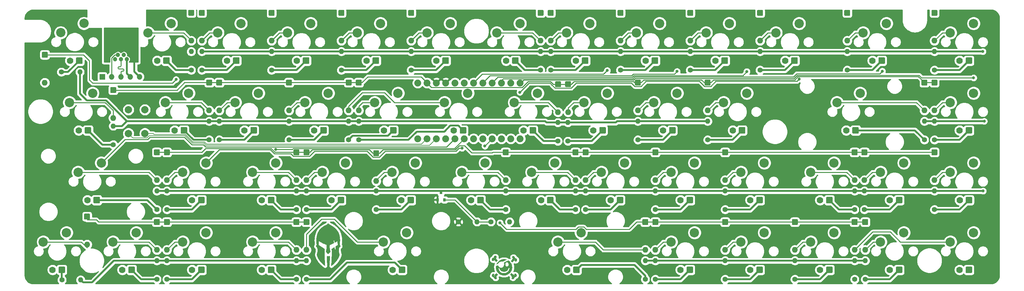
<source format=gbr>
G04 #@! TF.GenerationSoftware,KiCad,Pcbnew,(5.1.6)-1*
G04 #@! TF.CreationDate,2020-07-14T13:57:01-07:00*
G04 #@! TF.ProjectId,Alchemy49,416c6368-656d-4793-9439-2e6b69636164,rev?*
G04 #@! TF.SameCoordinates,Original*
G04 #@! TF.FileFunction,Copper,L2,Bot*
G04 #@! TF.FilePolarity,Positive*
%FSLAX46Y46*%
G04 Gerber Fmt 4.6, Leading zero omitted, Abs format (unit mm)*
G04 Created by KiCad (PCBNEW (5.1.6)-1) date 2020-07-14 13:57:01*
%MOMM*%
%LPD*%
G01*
G04 APERTURE LIST*
G04 #@! TA.AperFunction,SMDPad,CuDef*
%ADD10C,0.100000*%
G04 #@! TD*
G04 #@! TA.AperFunction,ComponentPad*
%ADD11C,2.540000*%
G04 #@! TD*
G04 #@! TA.AperFunction,ComponentPad*
%ADD12C,1.200000*%
G04 #@! TD*
G04 #@! TA.AperFunction,ComponentPad*
%ADD13O,1.300000X2.400000*%
G04 #@! TD*
G04 #@! TA.AperFunction,ComponentPad*
%ADD14O,1.600000X1.600000*%
G04 #@! TD*
G04 #@! TA.AperFunction,ComponentPad*
%ADD15C,2.000000*%
G04 #@! TD*
G04 #@! TA.AperFunction,ComponentPad*
%ADD16C,1.778000*%
G04 #@! TD*
G04 #@! TA.AperFunction,ComponentPad*
%ADD17O,1.400000X1.400000*%
G04 #@! TD*
G04 #@! TA.AperFunction,ComponentPad*
%ADD18C,1.400000*%
G04 #@! TD*
G04 #@! TA.AperFunction,ComponentPad*
%ADD19O,1.524000X1.524000*%
G04 #@! TD*
G04 #@! TA.AperFunction,ComponentPad*
%ADD20R,1.524000X1.524000*%
G04 #@! TD*
G04 #@! TA.AperFunction,ComponentPad*
%ADD21C,1.879600*%
G04 #@! TD*
G04 #@! TA.AperFunction,SMDPad,CuDef*
%ADD22R,0.800000X0.900000*%
G04 #@! TD*
G04 #@! TA.AperFunction,ViaPad*
%ADD23C,0.800000*%
G04 #@! TD*
G04 #@! TA.AperFunction,Conductor*
%ADD24C,0.250000*%
G04 #@! TD*
G04 #@! TA.AperFunction,Conductor*
%ADD25C,0.500000*%
G04 #@! TD*
G04 #@! TA.AperFunction,Conductor*
%ADD26C,0.200000*%
G04 #@! TD*
G04 #@! TA.AperFunction,Conductor*
%ADD27C,0.254000*%
G04 #@! TD*
G04 APERTURE END LIST*
G04 #@! TA.AperFunction,SMDPad,CuDef*
D10*
G36*
X96972908Y-84192957D02*
G01*
X96972207Y-84192756D01*
X96969604Y-84191801D01*
X96968739Y-84191386D01*
X96962476Y-84187600D01*
X96962295Y-84187485D01*
X96952703Y-84181110D01*
X96952625Y-84181057D01*
X96940036Y-84172340D01*
X96939990Y-84172308D01*
X96924736Y-84161493D01*
X96924706Y-84161471D01*
X96907117Y-84148802D01*
X96907094Y-84148786D01*
X96887502Y-84134509D01*
X96887484Y-84134496D01*
X96866222Y-84118855D01*
X96866207Y-84118843D01*
X96843604Y-84102083D01*
X96843590Y-84102073D01*
X96819980Y-84084438D01*
X96819967Y-84084428D01*
X96795679Y-84066165D01*
X96795666Y-84066155D01*
X96771034Y-84047506D01*
X96771021Y-84047496D01*
X96746375Y-84028708D01*
X96746361Y-84028697D01*
X96722033Y-84010013D01*
X96722017Y-84010001D01*
X96698338Y-83991667D01*
X96698320Y-83991653D01*
X96675623Y-83973913D01*
X96675597Y-83973893D01*
X96625088Y-83933886D01*
X96625039Y-83933846D01*
X96522031Y-83850088D01*
X96521960Y-83850030D01*
X96422577Y-83766135D01*
X96422504Y-83766072D01*
X96325835Y-83681230D01*
X96325762Y-83681165D01*
X96230896Y-83594569D01*
X96230826Y-83594503D01*
X96136851Y-83505345D01*
X96136784Y-83505281D01*
X96042789Y-83412753D01*
X96042751Y-83412715D01*
X96022345Y-83392186D01*
X96022295Y-83392135D01*
X95908012Y-83273830D01*
X95907926Y-83273738D01*
X95798460Y-83154571D01*
X95798373Y-83154475D01*
X95693529Y-83034204D01*
X95693442Y-83034101D01*
X95593025Y-82912484D01*
X95592940Y-82912378D01*
X95496756Y-82789173D01*
X95496672Y-82789062D01*
X95404525Y-82664028D01*
X95404444Y-82663915D01*
X95316139Y-82536810D01*
X95316061Y-82536694D01*
X95231404Y-82407277D01*
X95231343Y-82407183D01*
X95187380Y-82336565D01*
X95187326Y-82336476D01*
X95125890Y-82233062D01*
X95125829Y-82232956D01*
X95067143Y-82128460D01*
X95067085Y-82128354D01*
X95011333Y-82023175D01*
X95011277Y-82023066D01*
X94958646Y-81917603D01*
X94958592Y-81917490D01*
X94909266Y-81812143D01*
X94909213Y-81812026D01*
X94863377Y-81707193D01*
X94863325Y-81707070D01*
X94821164Y-81603152D01*
X94821113Y-81603021D01*
X94782812Y-81500417D01*
X94782761Y-81500276D01*
X94748505Y-81399384D01*
X94748456Y-81399230D01*
X94718431Y-81300450D01*
X94718405Y-81300361D01*
X94716718Y-81294414D01*
X94716709Y-81294381D01*
X94709750Y-81269199D01*
X94709737Y-81269152D01*
X94702805Y-81243081D01*
X94702794Y-81243039D01*
X94696022Y-81216658D01*
X94696012Y-81216619D01*
X94689534Y-81190505D01*
X94689524Y-81190465D01*
X94683474Y-81165198D01*
X94683464Y-81165156D01*
X94677975Y-81141313D01*
X94677964Y-81141263D01*
X94673171Y-81119422D01*
X94673158Y-81119358D01*
X94669194Y-81100097D01*
X94669176Y-81100005D01*
X94666175Y-81083903D01*
X94666148Y-81083748D01*
X94664243Y-81071382D01*
X94664202Y-81071038D01*
X94663528Y-81062987D01*
X94663512Y-81062473D01*
X94663515Y-81062319D01*
X94663588Y-81061557D01*
X94664445Y-81056644D01*
X94664523Y-81056278D01*
X94666743Y-81047492D01*
X94666780Y-81047355D01*
X94670113Y-81035580D01*
X94670138Y-81035495D01*
X94674334Y-81021616D01*
X94674356Y-81021545D01*
X94679165Y-81006448D01*
X94679168Y-81006439D01*
X94691574Y-80967759D01*
X94708169Y-80914058D01*
X94724847Y-80858025D01*
X94741246Y-80800933D01*
X94756918Y-80744340D01*
X94771457Y-80689675D01*
X94784500Y-80638189D01*
X94795674Y-80591960D01*
X94815959Y-80503024D01*
X94833801Y-80417342D01*
X94849356Y-80334036D01*
X94862749Y-80252347D01*
X94874114Y-80171514D01*
X94883589Y-80090701D01*
X94891308Y-80009126D01*
X94891816Y-80002605D01*
X94893104Y-79981326D01*
X94894167Y-79956548D01*
X94895015Y-79928739D01*
X94895640Y-79898820D01*
X94896044Y-79867459D01*
X94896228Y-79835381D01*
X94896190Y-79803350D01*
X94895930Y-79771984D01*
X94895450Y-79742163D01*
X94894748Y-79714496D01*
X94893825Y-79689707D01*
X94892685Y-79668640D01*
X94891328Y-79651936D01*
X94885711Y-79602717D01*
X94876734Y-79540448D01*
X94866003Y-79482102D01*
X94853413Y-79427234D01*
X94838826Y-79375238D01*
X94822122Y-79325603D01*
X94803182Y-79277820D01*
X94792811Y-79254577D01*
X94765432Y-79201191D01*
X94734530Y-79150932D01*
X94700266Y-79103949D01*
X94662825Y-79060447D01*
X94622413Y-79020649D01*
X94579215Y-78984755D01*
X94533401Y-78952960D01*
X94485108Y-78925441D01*
X94485098Y-78925436D01*
X94485009Y-78925390D01*
X94474233Y-78919624D01*
X94474062Y-78919528D01*
X94465014Y-78914220D01*
X94464763Y-78914063D01*
X94458392Y-78909800D01*
X94457715Y-78909255D01*
X94454967Y-78906623D01*
X94454328Y-78905879D01*
X94453848Y-78905025D01*
X94453489Y-78903809D01*
X94453178Y-78901884D01*
X94453117Y-78901247D01*
X94452901Y-78894496D01*
X94452898Y-78894284D01*
X94453008Y-78883734D01*
X94453010Y-78883642D01*
X94453402Y-78870078D01*
X94453404Y-78870021D01*
X94454038Y-78854227D01*
X94454040Y-78854186D01*
X94454874Y-78836946D01*
X94454876Y-78836912D01*
X94455866Y-78819011D01*
X94455868Y-78818976D01*
X94456975Y-78801198D01*
X94456977Y-78801160D01*
X94458159Y-78784288D01*
X94458163Y-78784239D01*
X94459376Y-78769059D01*
X94459382Y-78768985D01*
X94460586Y-78756279D01*
X94460601Y-78756145D01*
X94461754Y-78746700D01*
X94461772Y-78746566D01*
X94462273Y-78743220D01*
X94462291Y-78743106D01*
X94466855Y-78716778D01*
X94466904Y-78716533D01*
X94472469Y-78691831D01*
X94472544Y-78691539D01*
X94479375Y-78667950D01*
X94479479Y-78667631D01*
X94487845Y-78644640D01*
X94487974Y-78644322D01*
X94498141Y-78621416D01*
X94498283Y-78621122D01*
X94510519Y-78597787D01*
X94510660Y-78597536D01*
X94525230Y-78573259D01*
X94525358Y-78573057D01*
X94542531Y-78547322D01*
X94542639Y-78547166D01*
X94562680Y-78519462D01*
X94562765Y-78519348D01*
X94585942Y-78489159D01*
X94586005Y-78489078D01*
X94612586Y-78455890D01*
X94612611Y-78455860D01*
X94645205Y-78415813D01*
X94638155Y-78362634D01*
X94637550Y-78358064D01*
X94637547Y-78358036D01*
X94624671Y-78256465D01*
X94624664Y-78256411D01*
X94612994Y-78155578D01*
X94612988Y-78155522D01*
X94602453Y-78054602D01*
X94602448Y-78054546D01*
X94592973Y-77952715D01*
X94592968Y-77952660D01*
X94584484Y-77849094D01*
X94584480Y-77849042D01*
X94576912Y-77742917D01*
X94576908Y-77742867D01*
X94570186Y-77633359D01*
X94570184Y-77633314D01*
X94564234Y-77519600D01*
X94564233Y-77519578D01*
X94564194Y-77518762D01*
X94564192Y-77518720D01*
X94563469Y-77500366D01*
X94563467Y-77500315D01*
X94562801Y-77477493D01*
X94562800Y-77477460D01*
X94562195Y-77450750D01*
X94562195Y-77450727D01*
X94561653Y-77420710D01*
X94561653Y-77420693D01*
X94561177Y-77387949D01*
X94561176Y-77387934D01*
X94560769Y-77353043D01*
X94560769Y-77353031D01*
X94560434Y-77316576D01*
X94560434Y-77316565D01*
X94560173Y-77279124D01*
X94560173Y-77279113D01*
X94559990Y-77241269D01*
X94559990Y-77241259D01*
X94559887Y-77203590D01*
X94559887Y-77203579D01*
X94559867Y-77166668D01*
X94559867Y-77166656D01*
X94559934Y-77131083D01*
X94559934Y-77131069D01*
X94560089Y-77097413D01*
X94560089Y-77097396D01*
X94560336Y-77066240D01*
X94560336Y-77066219D01*
X94560677Y-77038142D01*
X94560678Y-77038113D01*
X94561117Y-77013697D01*
X94561118Y-77013653D01*
X94561657Y-76993477D01*
X94561658Y-76993433D01*
X94563048Y-76954335D01*
X94563051Y-76954274D01*
X94569833Y-76812496D01*
X94569839Y-76812395D01*
X94579248Y-76674497D01*
X94579256Y-76674389D01*
X94591348Y-76539973D01*
X94591360Y-76539860D01*
X94606187Y-76408525D01*
X94606201Y-76408408D01*
X94623816Y-76279758D01*
X94623834Y-76279637D01*
X94644291Y-76153271D01*
X94644313Y-76153148D01*
X94667665Y-76028668D01*
X94667690Y-76028544D01*
X94693990Y-75905551D01*
X94694017Y-75905428D01*
X94723319Y-75783523D01*
X94723349Y-75783407D01*
X94750150Y-75682596D01*
X94750188Y-75682462D01*
X94791470Y-75542965D01*
X94791519Y-75542806D01*
X94836922Y-75406264D01*
X94836979Y-75406104D01*
X94886502Y-75272520D01*
X94886565Y-75272359D01*
X94940205Y-75141739D01*
X94940275Y-75141577D01*
X94998029Y-75013924D01*
X94998105Y-75013763D01*
X95059972Y-74889082D01*
X95060055Y-74888921D01*
X95126032Y-74767216D01*
X95126122Y-74767057D01*
X95196207Y-74648333D01*
X95196304Y-74648177D01*
X95270494Y-74532437D01*
X95270596Y-74532283D01*
X95348890Y-74419533D01*
X95348998Y-74419383D01*
X95431393Y-74309625D01*
X95431507Y-74309479D01*
X95518001Y-74202720D01*
X95518120Y-74202580D01*
X95608711Y-74098822D01*
X95608801Y-74098720D01*
X95655267Y-74048335D01*
X95655358Y-74048239D01*
X95750860Y-73950023D01*
X95750984Y-73949900D01*
X95850458Y-73854500D01*
X95850585Y-73854383D01*
X95954069Y-73761772D01*
X95954197Y-73761661D01*
X96061727Y-73671813D01*
X96061857Y-73671708D01*
X96173471Y-73584598D01*
X96173601Y-73584500D01*
X96289336Y-73500103D01*
X96289466Y-73500011D01*
X96409359Y-73418299D01*
X96409489Y-73418214D01*
X96533578Y-73339164D01*
X96533706Y-73339085D01*
X96662027Y-73262669D01*
X96662153Y-73262596D01*
X96794744Y-73188789D01*
X96794868Y-73188722D01*
X96931765Y-73117498D01*
X96931887Y-73117437D01*
X97073129Y-73048771D01*
X97073247Y-73048715D01*
X97218869Y-72982581D01*
X97218933Y-72982553D01*
X97232069Y-72976805D01*
X97232079Y-72976801D01*
X97250537Y-72968774D01*
X97250548Y-72968769D01*
X97268350Y-72961080D01*
X97268363Y-72961074D01*
X97284512Y-72954152D01*
X97284530Y-72954145D01*
X97298027Y-72948420D01*
X97298057Y-72948407D01*
X97307907Y-72944306D01*
X97314097Y-72941708D01*
X97323186Y-72937561D01*
X97332142Y-72932956D01*
X97341596Y-72927494D01*
X97352168Y-72920776D01*
X97364437Y-72912423D01*
X97379014Y-72902034D01*
X97396461Y-72889246D01*
X97417281Y-72873742D01*
X97443273Y-72853979D01*
X97495081Y-72812594D01*
X97543786Y-72770942D01*
X97589167Y-72729258D01*
X97631074Y-72687716D01*
X97669225Y-72646608D01*
X97703446Y-72606123D01*
X97733455Y-72566574D01*
X97759081Y-72528139D01*
X97780113Y-72491048D01*
X97784438Y-72482426D01*
X97788800Y-72473228D01*
X97791658Y-72466609D01*
X97792578Y-72463681D01*
X97792737Y-72462678D01*
X97792985Y-72461730D01*
X97793412Y-72460848D01*
X97794004Y-72460066D01*
X97794391Y-72459689D01*
X97796715Y-72457664D01*
X97797514Y-72457096D01*
X97798408Y-72456694D01*
X97799363Y-72456475D01*
X97800343Y-72456446D01*
X97801359Y-72456622D01*
X97802382Y-72456911D01*
X97803295Y-72457269D01*
X97804120Y-72457798D01*
X97804826Y-72458477D01*
X97805515Y-72459528D01*
X97807031Y-72462630D01*
X97807442Y-72463845D01*
X97807749Y-72465380D01*
X97810080Y-72471295D01*
X97814502Y-72480545D01*
X97820513Y-72492105D01*
X97827643Y-72505089D01*
X97835401Y-72518587D01*
X97843318Y-72531741D01*
X97850976Y-72543771D01*
X97867364Y-72567610D01*
X97900145Y-72610550D01*
X97937604Y-72654294D01*
X97979598Y-72698698D01*
X98025955Y-72743572D01*
X98076479Y-72788714D01*
X98130989Y-72833937D01*
X98134164Y-72836470D01*
X98148283Y-72847559D01*
X98163864Y-72859555D01*
X98180180Y-72871921D01*
X98196743Y-72884302D01*
X98196743Y-72884303D01*
X98212842Y-72896174D01*
X98227986Y-72907177D01*
X98241432Y-72916769D01*
X98252718Y-72924609D01*
X98261046Y-72930121D01*
X98265796Y-72932881D01*
X98266568Y-72933232D01*
X98272416Y-72935806D01*
X98281923Y-72939932D01*
X98294203Y-72945226D01*
X98308462Y-72951345D01*
X98323883Y-72957939D01*
X98323935Y-72957961D01*
X98463929Y-73019705D01*
X98464045Y-73019758D01*
X98608366Y-73087869D01*
X98608488Y-73087929D01*
X98748517Y-73158742D01*
X98748642Y-73158807D01*
X98884391Y-73232332D01*
X98884518Y-73232404D01*
X99015998Y-73308650D01*
X99016127Y-73308727D01*
X99143349Y-73387705D01*
X99143479Y-73387789D01*
X99266454Y-73469507D01*
X99266585Y-73469597D01*
X99385324Y-73554067D01*
X99385456Y-73554164D01*
X99499971Y-73641394D01*
X99500102Y-73641497D01*
X99610404Y-73731497D01*
X99610534Y-73731607D01*
X99716633Y-73824388D01*
X99716762Y-73824505D01*
X99818671Y-73920076D01*
X99818798Y-73920199D01*
X99916526Y-74018569D01*
X99916650Y-74018698D01*
X100010210Y-74119878D01*
X100010331Y-74120014D01*
X100099734Y-74224013D01*
X100099850Y-74224153D01*
X100185106Y-74330981D01*
X100185218Y-74331127D01*
X100266339Y-74440794D01*
X100266445Y-74440943D01*
X100343441Y-74553459D01*
X100343542Y-74553613D01*
X100416426Y-74668987D01*
X100416521Y-74669143D01*
X100485303Y-74787385D01*
X100485391Y-74787543D01*
X100550083Y-74908663D01*
X100550151Y-74908795D01*
X100590331Y-74989681D01*
X100590393Y-74989810D01*
X100647214Y-75112909D01*
X100647282Y-75113064D01*
X100700214Y-75238807D01*
X100700277Y-75238963D01*
X100749336Y-75367416D01*
X100749392Y-75367572D01*
X100794593Y-75498799D01*
X100794644Y-75498953D01*
X100836002Y-75633021D01*
X100836046Y-75633174D01*
X100873576Y-75770146D01*
X100873615Y-75770296D01*
X100907333Y-75910238D01*
X100907366Y-75910385D01*
X100937288Y-76053363D01*
X100937316Y-76053506D01*
X100963456Y-76199584D01*
X100963479Y-76199724D01*
X100985853Y-76348967D01*
X100985871Y-76349102D01*
X101004494Y-76501577D01*
X101004508Y-76501707D01*
X101019396Y-76657477D01*
X101019407Y-76657603D01*
X101030575Y-76816735D01*
X101030582Y-76816856D01*
X101038045Y-76979414D01*
X101038047Y-76979480D01*
X101038202Y-76984230D01*
X101038203Y-76984262D01*
X101038831Y-77008172D01*
X101038832Y-77008209D01*
X101039361Y-77036331D01*
X101039362Y-77036357D01*
X101039793Y-77067988D01*
X101039793Y-77068008D01*
X101040126Y-77102441D01*
X101040126Y-77102457D01*
X101040361Y-77138987D01*
X101040361Y-77139001D01*
X101040497Y-77176921D01*
X101040497Y-77176934D01*
X101040536Y-77215541D01*
X101040536Y-77215554D01*
X101040476Y-77254140D01*
X101040476Y-77254153D01*
X101040318Y-77292014D01*
X101040318Y-77292028D01*
X101040062Y-77328457D01*
X101040062Y-77328474D01*
X101039707Y-77362767D01*
X101039706Y-77362787D01*
X101039254Y-77394238D01*
X101039254Y-77394265D01*
X101038703Y-77422168D01*
X101038702Y-77422206D01*
X101038053Y-77445855D01*
X101038051Y-77445928D01*
X101031318Y-77606162D01*
X101031313Y-77606258D01*
X101019956Y-77791539D01*
X101019949Y-77791638D01*
X101004757Y-77978351D01*
X101004748Y-77978450D01*
X100985798Y-78165675D01*
X100985787Y-78165772D01*
X100963156Y-78352586D01*
X100963149Y-78352636D01*
X100954818Y-78416125D01*
X100981981Y-78449128D01*
X100981985Y-78449133D01*
X100987848Y-78456277D01*
X100987880Y-78456316D01*
X101014442Y-78489359D01*
X101014510Y-78489446D01*
X101037685Y-78519615D01*
X101037775Y-78519736D01*
X101057826Y-78547531D01*
X101057938Y-78547692D01*
X101075129Y-78573611D01*
X101075260Y-78573820D01*
X101089853Y-78598364D01*
X101089995Y-78598620D01*
X101102252Y-78622290D01*
X101102393Y-78622586D01*
X101112579Y-78645880D01*
X101112706Y-78646199D01*
X101121082Y-78669618D01*
X101121184Y-78669936D01*
X101128015Y-78693979D01*
X101128088Y-78694269D01*
X101133635Y-78719437D01*
X101133682Y-78719680D01*
X101138208Y-78746473D01*
X101138235Y-78746655D01*
X101138913Y-78751817D01*
X101138929Y-78751949D01*
X101140133Y-78763482D01*
X101140142Y-78763574D01*
X101141370Y-78777891D01*
X101141374Y-78777948D01*
X101142584Y-78794262D01*
X101142587Y-78794304D01*
X101143739Y-78811831D01*
X101143741Y-78811867D01*
X101144790Y-78829823D01*
X101144792Y-78829858D01*
X101145699Y-78847458D01*
X101145701Y-78847496D01*
X101146421Y-78863955D01*
X101146423Y-78864004D01*
X101146917Y-78878537D01*
X101146919Y-78878613D01*
X101147142Y-78890437D01*
X101147143Y-78890584D01*
X101147055Y-78898913D01*
X101147026Y-78899401D01*
X101146585Y-78903450D01*
X101146383Y-78904410D01*
X101146210Y-78904879D01*
X101146204Y-78904893D01*
X101145731Y-78905751D01*
X101145072Y-78906529D01*
X101142274Y-78909217D01*
X101141599Y-78909761D01*
X101135187Y-78914070D01*
X101134932Y-78914230D01*
X101125854Y-78919568D01*
X101125679Y-78919666D01*
X101114949Y-78925408D01*
X101075552Y-78947478D01*
X101029890Y-78978144D01*
X100986337Y-79013106D01*
X100945185Y-79052163D01*
X100941559Y-79055925D01*
X100904899Y-79097309D01*
X100872022Y-79140997D01*
X100842364Y-79187780D01*
X100815393Y-79238440D01*
X100803102Y-79264623D01*
X100782742Y-79313353D01*
X100764847Y-79363918D01*
X100749272Y-79416862D01*
X100735901Y-79472647D01*
X100724606Y-79531794D01*
X100715266Y-79594792D01*
X100707767Y-79662095D01*
X100707084Y-79670747D01*
X100706197Y-79686874D01*
X100705417Y-79706824D01*
X100704750Y-79729879D01*
X100704208Y-79755168D01*
X100703795Y-79781954D01*
X100703796Y-79781954D01*
X100703521Y-79809556D01*
X100703390Y-79837135D01*
X100703410Y-79863957D01*
X100703589Y-79889266D01*
X100703932Y-79912299D01*
X100704446Y-79932258D01*
X100705136Y-79948408D01*
X100708815Y-80004365D01*
X100718570Y-80109149D01*
X100732228Y-80217052D01*
X100749793Y-80328097D01*
X100771239Y-80442128D01*
X100796569Y-80559158D01*
X100825763Y-80679083D01*
X100858834Y-80801930D01*
X100859199Y-80803222D01*
X100865187Y-80824130D01*
X100872101Y-80847767D01*
X100879688Y-80873302D01*
X100887687Y-80899883D01*
X100895833Y-80926649D01*
X100895834Y-80926649D01*
X100903883Y-80952795D01*
X100903882Y-80952795D01*
X100911561Y-80977428D01*
X100918614Y-80999716D01*
X100924780Y-81018806D01*
X100929797Y-81033845D01*
X100930194Y-81035021D01*
X100930244Y-81035178D01*
X100933305Y-81045346D01*
X100933382Y-81045634D01*
X100935541Y-81054741D01*
X100935634Y-81055245D01*
X100936446Y-81061445D01*
X100936468Y-81062543D01*
X100936130Y-81066295D01*
X100936097Y-81066575D01*
X100934870Y-81074902D01*
X100934852Y-81075014D01*
X100932888Y-81086529D01*
X100932876Y-81086595D01*
X100930344Y-81100314D01*
X100930333Y-81100369D01*
X100927402Y-81115311D01*
X100927392Y-81115363D01*
X100923517Y-81134081D01*
X100923493Y-81134191D01*
X100906221Y-81209054D01*
X100906182Y-81209213D01*
X100885503Y-81287132D01*
X100885463Y-81287273D01*
X100861528Y-81367827D01*
X100861488Y-81367956D01*
X100834451Y-81450726D01*
X100834411Y-81450844D01*
X100804425Y-81535412D01*
X100804384Y-81535523D01*
X100771603Y-81621467D01*
X100771561Y-81621572D01*
X100736136Y-81708473D01*
X100736093Y-81708575D01*
X100698179Y-81796015D01*
X100698135Y-81796114D01*
X100657883Y-81883671D01*
X100657836Y-81883770D01*
X100615401Y-81971027D01*
X100615346Y-81971137D01*
X100555285Y-82087265D01*
X100555216Y-82087394D01*
X100480445Y-82222124D01*
X100480368Y-82222258D01*
X100400756Y-82355799D01*
X100400676Y-82355928D01*
X100316292Y-82488202D01*
X100316211Y-82488326D01*
X100227124Y-82619254D01*
X100227041Y-82619372D01*
X100133321Y-82748875D01*
X100133236Y-82748989D01*
X100034954Y-82876989D01*
X100034868Y-82877098D01*
X99932092Y-83003516D01*
X99932004Y-83003621D01*
X99824804Y-83128378D01*
X99824716Y-83128478D01*
X99713163Y-83251496D01*
X99713074Y-83251592D01*
X99597236Y-83372791D01*
X99597145Y-83372883D01*
X99477093Y-83492186D01*
X99477003Y-83492274D01*
X99352806Y-83609602D01*
X99352714Y-83609686D01*
X99224443Y-83724959D01*
X99224351Y-83725040D01*
X99092074Y-83838181D01*
X99091981Y-83838258D01*
X98955768Y-83949187D01*
X98955675Y-83949261D01*
X98815597Y-84057900D01*
X98815504Y-84057971D01*
X98671630Y-84164241D01*
X98671576Y-84164280D01*
X98668382Y-84166574D01*
X98668344Y-84166601D01*
X98656000Y-84175294D01*
X98655931Y-84175342D01*
X98645193Y-84182638D01*
X98645095Y-84182703D01*
X98636584Y-84188198D01*
X98636384Y-84188320D01*
X98630722Y-84191610D01*
X98629690Y-84192063D01*
X98627495Y-84192743D01*
X98626534Y-84192940D01*
X98625554Y-84192946D01*
X98624592Y-84192760D01*
X98623684Y-84192390D01*
X98622866Y-84191851D01*
X98622169Y-84191162D01*
X98621619Y-84190350D01*
X98621239Y-84189447D01*
X98621017Y-84188108D01*
X98620984Y-84186935D01*
X98620985Y-84186623D01*
X98621181Y-84180887D01*
X98621184Y-84180816D01*
X98621671Y-84170761D01*
X98621672Y-84170733D01*
X98622423Y-84156827D01*
X98622424Y-84156812D01*
X98623412Y-84139522D01*
X98623413Y-84139511D01*
X98624611Y-84119306D01*
X98624611Y-84119298D01*
X98625992Y-84096646D01*
X98625993Y-84096639D01*
X98627530Y-84072008D01*
X98627530Y-84072001D01*
X98629197Y-84045860D01*
X98629197Y-84045858D01*
X98633963Y-83971484D01*
X98647251Y-83760155D01*
X98659840Y-83553736D01*
X98659841Y-83553736D01*
X98671738Y-83352127D01*
X98682948Y-83155239D01*
X98693475Y-82962976D01*
X98693476Y-82962976D01*
X98703325Y-82775245D01*
X98712500Y-82591955D01*
X98712501Y-82591955D01*
X98721008Y-82413012D01*
X98728851Y-82238321D01*
X98736035Y-82067790D01*
X98736036Y-82067790D01*
X98742565Y-81901326D01*
X98748445Y-81738837D01*
X98748446Y-81738837D01*
X98753680Y-81580236D01*
X98753679Y-81580236D01*
X98753967Y-81571033D01*
X98754664Y-81548596D01*
X98755330Y-81526837D01*
X98755978Y-81505312D01*
X98756619Y-81483580D01*
X98757267Y-81461196D01*
X98757934Y-81437718D01*
X98758631Y-81412705D01*
X98759372Y-81385711D01*
X98760168Y-81356296D01*
X98761031Y-81324016D01*
X98761975Y-81288428D01*
X98763011Y-81249089D01*
X98764151Y-81205560D01*
X98765408Y-81157407D01*
X98765407Y-81157407D01*
X98765795Y-81140946D01*
X98766292Y-81114878D01*
X98766761Y-81084676D01*
X98766760Y-81084676D01*
X98767200Y-81050723D01*
X98767609Y-81013478D01*
X98767986Y-80973347D01*
X98768330Y-80930751D01*
X98768640Y-80886107D01*
X98768914Y-80839838D01*
X98769152Y-80792361D01*
X98769352Y-80744096D01*
X98769514Y-80695462D01*
X98769635Y-80646879D01*
X98769715Y-80598765D01*
X98769752Y-80551538D01*
X98769746Y-80505626D01*
X98769696Y-80461435D01*
X98769599Y-80419391D01*
X98769455Y-80379913D01*
X98769263Y-80343422D01*
X98769021Y-80310336D01*
X98768729Y-80281078D01*
X98768385Y-80256042D01*
X98767989Y-80235719D01*
X98767391Y-80211199D01*
X98767392Y-80211199D01*
X98765176Y-80131346D01*
X98762655Y-80056226D01*
X98759816Y-79985607D01*
X98756642Y-79919238D01*
X98753118Y-79856869D01*
X98749231Y-79798249D01*
X98744965Y-79743128D01*
X98740305Y-79691238D01*
X98735239Y-79642382D01*
X98729742Y-79596204D01*
X98728697Y-79587884D01*
X98728692Y-79587846D01*
X98726586Y-79569978D01*
X98726576Y-79569887D01*
X98725242Y-79556454D01*
X98725228Y-79556273D01*
X98724637Y-79546862D01*
X98724628Y-79546444D01*
X98724750Y-79540640D01*
X98724971Y-79539271D01*
X98725777Y-79536659D01*
X98726157Y-79535755D01*
X98726705Y-79534943D01*
X98727667Y-79534051D01*
X98728966Y-79533132D01*
X98729079Y-79533054D01*
X98734371Y-79529524D01*
X98734397Y-79529508D01*
X98743508Y-79523510D01*
X98743518Y-79523503D01*
X98756186Y-79515207D01*
X98756191Y-79515204D01*
X98772156Y-79504778D01*
X98772160Y-79504775D01*
X98791161Y-79492389D01*
X98791163Y-79492388D01*
X98812941Y-79478210D01*
X98812943Y-79478209D01*
X98837236Y-79462407D01*
X98837237Y-79462406D01*
X98863785Y-79445150D01*
X98863786Y-79445149D01*
X98892328Y-79426608D01*
X98892329Y-79426607D01*
X98922605Y-79406949D01*
X98922606Y-79406949D01*
X98954356Y-79386343D01*
X98987318Y-79364958D01*
X98987319Y-79364957D01*
X99021233Y-79342961D01*
X99055839Y-79320525D01*
X99055840Y-79320524D01*
X99090876Y-79297814D01*
X99126084Y-79275001D01*
X99126086Y-79275001D01*
X99161203Y-79252253D01*
X99195970Y-79229739D01*
X99195971Y-79229738D01*
X99230126Y-79207627D01*
X99263410Y-79186087D01*
X99263411Y-79186086D01*
X99295562Y-79165286D01*
X99295563Y-79165285D01*
X99326322Y-79145395D01*
X99355428Y-79126582D01*
X99355430Y-79126581D01*
X99382621Y-79109015D01*
X99382622Y-79109014D01*
X99407639Y-79092864D01*
X99407641Y-79092863D01*
X99430223Y-79078297D01*
X99430225Y-79078296D01*
X99450112Y-79065484D01*
X99450115Y-79065482D01*
X99467045Y-79054592D01*
X99467050Y-79054589D01*
X99480764Y-79045789D01*
X99480772Y-79045783D01*
X99491009Y-79039243D01*
X99491028Y-79039231D01*
X99497527Y-79035120D01*
X99497610Y-79035069D01*
X99500110Y-79033555D01*
X99500994Y-79033132D01*
X99501944Y-79032890D01*
X99502923Y-79032837D01*
X99503893Y-79032976D01*
X99504817Y-79033302D01*
X99505749Y-79033869D01*
X99505879Y-79033969D01*
X99506593Y-79034640D01*
X99507163Y-79035437D01*
X99507494Y-79036130D01*
X99508614Y-79039028D01*
X99508731Y-79039366D01*
X99510851Y-79046287D01*
X99510878Y-79046380D01*
X99514015Y-79057382D01*
X99514028Y-79057425D01*
X99518197Y-79072563D01*
X99518204Y-79072589D01*
X99523417Y-79091921D01*
X99523421Y-79091937D01*
X99529695Y-79115519D01*
X99529698Y-79115531D01*
X99537047Y-79143418D01*
X99537049Y-79143426D01*
X99545488Y-79175676D01*
X99545490Y-79175683D01*
X99555033Y-79212353D01*
X99555034Y-79212358D01*
X99565696Y-79253502D01*
X99565697Y-79253506D01*
X99577493Y-79299182D01*
X99577494Y-79299185D01*
X99590438Y-79349450D01*
X99590439Y-79349453D01*
X99604547Y-79404362D01*
X99604547Y-79404364D01*
X99619832Y-79463973D01*
X99619833Y-79463975D01*
X99636311Y-79528343D01*
X99636311Y-79528345D01*
X99653996Y-79597526D01*
X99653997Y-79597527D01*
X99672904Y-79671579D01*
X99682624Y-79709663D01*
X99696599Y-79764394D01*
X99710212Y-79817682D01*
X99710211Y-79817682D01*
X99723409Y-79869321D01*
X99736141Y-79919107D01*
X99748353Y-79966836D01*
X99759994Y-80012301D01*
X99771010Y-80055302D01*
X99781350Y-80095632D01*
X99790959Y-80133083D01*
X99799787Y-80167455D01*
X99799786Y-80167455D01*
X99807780Y-80198541D01*
X99814887Y-80226139D01*
X99821052Y-80250038D01*
X99821053Y-80250038D01*
X99825788Y-80268339D01*
X99825717Y-80262045D01*
X99825448Y-80239614D01*
X99825120Y-80213204D01*
X99824735Y-80183016D01*
X99824296Y-80149257D01*
X99823805Y-80112128D01*
X99823266Y-80071837D01*
X99822681Y-80028585D01*
X99822052Y-79982577D01*
X99821382Y-79934017D01*
X99820675Y-79883109D01*
X99819933Y-79830058D01*
X99819158Y-79775066D01*
X99818354Y-79718338D01*
X99817523Y-79660079D01*
X99817524Y-79660079D01*
X99816668Y-79600494D01*
X99816396Y-79581604D01*
X99815541Y-79522058D01*
X99814706Y-79463753D01*
X99813894Y-79406902D01*
X99813108Y-79351719D01*
X99812351Y-79298416D01*
X99812351Y-79298415D01*
X99811626Y-79247207D01*
X99810937Y-79198306D01*
X99810286Y-79151925D01*
X99809675Y-79108278D01*
X99809674Y-79108277D01*
X99809108Y-79067577D01*
X99808589Y-79030037D01*
X99808119Y-78995870D01*
X99808119Y-78995868D01*
X99807703Y-78965288D01*
X99807342Y-78938507D01*
X99807342Y-78938505D01*
X99807040Y-78915738D01*
X99807040Y-78915736D01*
X99806801Y-78897194D01*
X99806801Y-78897192D01*
X99806625Y-78883090D01*
X99806625Y-78883085D01*
X99806518Y-78873635D01*
X99806518Y-78873618D01*
X99806481Y-78869034D01*
X99806481Y-78868995D01*
X99806478Y-78844648D01*
X99806574Y-78843672D01*
X99806858Y-78842734D01*
X99807320Y-78841870D01*
X99807942Y-78841112D01*
X99808708Y-78840484D01*
X100087042Y-78655302D01*
X100363125Y-78471617D01*
X100361647Y-78271140D01*
X100361538Y-78255993D01*
X100361538Y-78255991D01*
X100361319Y-78224313D01*
X100361319Y-78224311D01*
X100361082Y-78188445D01*
X100361082Y-78188444D01*
X100360830Y-78148971D01*
X100360830Y-78148970D01*
X100360568Y-78106469D01*
X100360297Y-78061520D01*
X100360297Y-78061518D01*
X100360022Y-78014699D01*
X100359747Y-77966591D01*
X100359747Y-77966590D01*
X100359473Y-77917772D01*
X100359206Y-77868823D01*
X100359206Y-77868822D01*
X100358947Y-77820323D01*
X100358701Y-77772852D01*
X100358701Y-77772850D01*
X100358471Y-77726988D01*
X100358375Y-77707788D01*
X100358157Y-77667235D01*
X100357929Y-77628242D01*
X100357693Y-77591099D01*
X100357452Y-77556101D01*
X100357209Y-77523544D01*
X100356966Y-77493717D01*
X100356725Y-77466918D01*
X100356490Y-77443438D01*
X100356263Y-77423575D01*
X100356045Y-77407607D01*
X100356046Y-77407607D01*
X100355843Y-77395900D01*
X100355813Y-77394753D01*
X100352159Y-77397082D01*
X100341851Y-77403749D01*
X100328796Y-77412256D01*
X100313477Y-77422290D01*
X100296369Y-77433541D01*
X100277924Y-77445715D01*
X100277922Y-77445716D01*
X100255914Y-77460226D01*
X100255887Y-77460244D01*
X100178896Y-77510285D01*
X100178848Y-77510316D01*
X100104133Y-77557685D01*
X100104081Y-77557718D01*
X100030553Y-77603073D01*
X100030498Y-77603106D01*
X99957064Y-77647102D01*
X99957008Y-77647135D01*
X99882579Y-77690428D01*
X99882525Y-77690459D01*
X99806010Y-77733705D01*
X99805961Y-77733732D01*
X99726268Y-77777589D01*
X99726245Y-77777602D01*
X99716246Y-77783038D01*
X99698256Y-77792824D01*
X99681469Y-77801961D01*
X99666540Y-77810093D01*
X99654118Y-77816865D01*
X99644859Y-77821923D01*
X99639426Y-77824902D01*
X99626232Y-77832182D01*
X99625331Y-77832569D01*
X99624372Y-77832773D01*
X99623392Y-77832786D01*
X99622428Y-77832608D01*
X99621518Y-77832245D01*
X99620696Y-77831711D01*
X99619886Y-77830895D01*
X99614758Y-77824375D01*
X99614568Y-77824117D01*
X99612982Y-77821811D01*
X99612674Y-77821300D01*
X99608012Y-77812407D01*
X99607853Y-77812075D01*
X99601943Y-77798451D01*
X99601873Y-77798280D01*
X99594751Y-77780048D01*
X99594711Y-77779944D01*
X99586418Y-77757230D01*
X99586393Y-77757160D01*
X99576964Y-77730087D01*
X99576947Y-77730035D01*
X99566423Y-77698730D01*
X99566410Y-77698691D01*
X99554827Y-77663277D01*
X99554817Y-77663246D01*
X99542215Y-77623849D01*
X99542207Y-77623824D01*
X99528622Y-77580568D01*
X99528615Y-77580547D01*
X99514087Y-77533556D01*
X99514082Y-77533538D01*
X99498648Y-77482938D01*
X99498643Y-77482922D01*
X99482342Y-77428838D01*
X99482337Y-77428824D01*
X99465207Y-77371379D01*
X99465204Y-77371366D01*
X99447283Y-77310686D01*
X99447279Y-77310675D01*
X99428604Y-77246885D01*
X99428601Y-77246874D01*
X99409212Y-77180097D01*
X99409209Y-77180087D01*
X99389143Y-77110450D01*
X99389141Y-77110441D01*
X99368437Y-77038067D01*
X99368434Y-77038059D01*
X99347129Y-76963074D01*
X99347127Y-76963065D01*
X99325260Y-76885593D01*
X99325258Y-76885585D01*
X99302868Y-76805750D01*
X99302867Y-76805747D01*
X99293643Y-76772762D01*
X99285418Y-76743359D01*
X99285417Y-76743359D01*
X99278382Y-76718255D01*
X99278383Y-76718255D01*
X99272454Y-76697162D01*
X99272453Y-76697162D01*
X99267619Y-76680060D01*
X99268384Y-76688613D01*
X99268384Y-76688614D01*
X99270267Y-76709727D01*
X99272394Y-76733600D01*
X99272394Y-76733601D01*
X99274722Y-76759766D01*
X99277210Y-76787755D01*
X99279816Y-76817100D01*
X99279816Y-76817101D01*
X99282499Y-76847333D01*
X99285217Y-76877985D01*
X99287929Y-76908587D01*
X99287930Y-76908588D01*
X99290593Y-76938673D01*
X99293166Y-76967773D01*
X99293166Y-76967775D01*
X99296651Y-77007309D01*
X99296651Y-77007313D01*
X99303946Y-77090802D01*
X99303946Y-77090807D01*
X99310879Y-77171161D01*
X99310880Y-77171167D01*
X99317442Y-77248265D01*
X99317443Y-77248271D01*
X99323624Y-77321995D01*
X99323624Y-77322002D01*
X99329415Y-77392230D01*
X99329416Y-77392238D01*
X99334809Y-77458852D01*
X99334809Y-77458860D01*
X99339794Y-77521739D01*
X99339795Y-77521748D01*
X99344363Y-77580771D01*
X99344364Y-77580782D01*
X99348505Y-77635832D01*
X99348506Y-77635844D01*
X99352213Y-77686798D01*
X99352214Y-77686813D01*
X99355477Y-77733553D01*
X99355478Y-77733571D01*
X99358287Y-77775976D01*
X99358288Y-77775997D01*
X99360636Y-77813948D01*
X99360638Y-77813977D01*
X99362513Y-77847354D01*
X99362515Y-77847391D01*
X99363910Y-77876073D01*
X99363912Y-77876126D01*
X99364818Y-77899994D01*
X99364821Y-77900077D01*
X99365228Y-77919011D01*
X99365229Y-77919071D01*
X99365673Y-77966287D01*
X99365586Y-77967263D01*
X99365310Y-77968204D01*
X99364856Y-77969073D01*
X99364242Y-77969836D01*
X99363490Y-77970465D01*
X99362910Y-77970806D01*
X99274019Y-78015268D01*
X99274011Y-78015272D01*
X99249387Y-78027537D01*
X99249355Y-78027553D01*
X99167121Y-78067774D01*
X99167073Y-78067797D01*
X99083715Y-78107477D01*
X99083669Y-78107498D01*
X98999721Y-78146408D01*
X98999675Y-78146429D01*
X98915672Y-78184340D01*
X98915626Y-78184361D01*
X98832101Y-78221045D01*
X98832053Y-78221065D01*
X98749541Y-78256291D01*
X98749492Y-78256312D01*
X98668527Y-78289853D01*
X98668474Y-78289875D01*
X98589590Y-78321500D01*
X98589532Y-78321523D01*
X98513263Y-78351004D01*
X98513198Y-78351028D01*
X98440078Y-78378136D01*
X98440004Y-78378163D01*
X98370567Y-78402669D01*
X98370526Y-78402683D01*
X98366982Y-78403899D01*
X98349396Y-78409930D01*
X98335898Y-78414607D01*
X98325768Y-78418242D01*
X98318431Y-78421097D01*
X98313319Y-78423407D01*
X98309687Y-78425464D01*
X98306750Y-78427606D01*
X98303697Y-78430275D01*
X98299871Y-78433820D01*
X98298578Y-78435033D01*
X98282986Y-78452918D01*
X98268791Y-78475394D01*
X98255962Y-78502494D01*
X98244604Y-78534062D01*
X98234819Y-78569874D01*
X98226683Y-78609773D01*
X98220272Y-78653565D01*
X98216019Y-78696753D01*
X98213095Y-78745851D01*
X98211656Y-78799342D01*
X98211701Y-78857013D01*
X98213225Y-78918478D01*
X98216236Y-78983758D01*
X98220712Y-79052240D01*
X98226676Y-79124044D01*
X98232019Y-79178454D01*
X98240276Y-79252008D01*
X98250052Y-79329538D01*
X98261282Y-79410692D01*
X98273893Y-79495045D01*
X98287807Y-79582121D01*
X98302973Y-79671635D01*
X98319295Y-79763021D01*
X98336708Y-79855898D01*
X98355141Y-79949840D01*
X98374512Y-80044382D01*
X98394773Y-80139219D01*
X98415827Y-80233803D01*
X98430374Y-80297837D01*
X98430496Y-80298810D01*
X98430427Y-80299788D01*
X98430167Y-80300733D01*
X98429477Y-80301973D01*
X98419277Y-80315379D01*
X98419211Y-80315463D01*
X98411057Y-80325716D01*
X98410970Y-80325823D01*
X98398811Y-80340275D01*
X98398757Y-80340338D01*
X98383103Y-80358327D01*
X98383067Y-80358368D01*
X98363954Y-80379853D01*
X98363928Y-80379882D01*
X98341393Y-80404823D01*
X98341374Y-80404844D01*
X98315457Y-80433200D01*
X98315441Y-80433217D01*
X98286176Y-80464948D01*
X98286164Y-80464961D01*
X98253591Y-80500026D01*
X98253581Y-80500037D01*
X98217736Y-80538397D01*
X98217728Y-80538406D01*
X98178649Y-80580018D01*
X98178641Y-80580026D01*
X98136365Y-80624851D01*
X98136359Y-80624857D01*
X98090924Y-80672855D01*
X98090919Y-80672861D01*
X98042362Y-80723990D01*
X98042358Y-80723994D01*
X98012596Y-80755270D01*
X98012594Y-80755272D01*
X97977331Y-80792284D01*
X97977328Y-80792287D01*
X97945219Y-80825934D01*
X97945216Y-80825937D01*
X97916293Y-80856185D01*
X97916289Y-80856190D01*
X97890586Y-80883005D01*
X97890580Y-80883011D01*
X97868128Y-80906360D01*
X97868121Y-80906367D01*
X97848953Y-80926216D01*
X97848942Y-80926227D01*
X97833090Y-80942543D01*
X97833074Y-80942560D01*
X97820571Y-80955309D01*
X97820541Y-80955339D01*
X97811418Y-80964486D01*
X97811352Y-80964551D01*
X97805644Y-80970064D01*
X97805330Y-80970342D01*
X97803067Y-80972188D01*
X97802251Y-80972731D01*
X97801344Y-80973103D01*
X97800382Y-80973291D01*
X97799402Y-80973288D01*
X97798441Y-80973094D01*
X97797537Y-80972717D01*
X97796933Y-80972333D01*
X97795718Y-80971434D01*
X97795260Y-80971051D01*
X97790676Y-80966725D01*
X97790580Y-80966632D01*
X97782629Y-80958716D01*
X97782593Y-80958680D01*
X97771262Y-80947163D01*
X97771242Y-80947143D01*
X97756522Y-80932014D01*
X97756510Y-80932002D01*
X97738389Y-80913250D01*
X97738381Y-80913241D01*
X97716849Y-80890854D01*
X97716844Y-80890848D01*
X97691888Y-80864815D01*
X97691883Y-80864810D01*
X97663495Y-80835119D01*
X97663492Y-80835116D01*
X97631658Y-80801757D01*
X97631655Y-80801754D01*
X97596367Y-80764714D01*
X97596365Y-80764712D01*
X97557610Y-80723981D01*
X97557607Y-80723977D01*
X97515566Y-80679713D01*
X97515561Y-80679708D01*
X97469062Y-80630607D01*
X97469055Y-80630600D01*
X97425862Y-80584825D01*
X97425855Y-80584818D01*
X97385991Y-80542396D01*
X97385983Y-80542387D01*
X97349473Y-80503344D01*
X97349463Y-80503333D01*
X97316332Y-80467695D01*
X97316320Y-80467682D01*
X97286590Y-80435475D01*
X97286575Y-80435459D01*
X97260271Y-80406709D01*
X97260252Y-80406688D01*
X97237398Y-80381422D01*
X97237372Y-80381394D01*
X97217992Y-80359636D01*
X97217957Y-80359595D01*
X97202075Y-80341372D01*
X97202021Y-80341310D01*
X97189661Y-80326649D01*
X97189572Y-80326540D01*
X97180758Y-80315465D01*
X97180686Y-80315373D01*
X97170517Y-80301967D01*
X97170004Y-80301132D01*
X97169664Y-80300212D01*
X97169510Y-80299244D01*
X97169625Y-80297837D01*
X97184177Y-80233781D01*
X97200749Y-80159656D01*
X97221182Y-80064866D01*
X97221183Y-80064866D01*
X97240748Y-79970242D01*
X97240747Y-79970242D01*
X97259398Y-79876084D01*
X97277038Y-79782940D01*
X97277039Y-79782940D01*
X97293595Y-79691238D01*
X97309010Y-79601320D01*
X97323213Y-79513605D01*
X97336106Y-79428667D01*
X97347641Y-79346785D01*
X97357745Y-79268370D01*
X97366330Y-79193972D01*
X97373331Y-79123960D01*
X97374699Y-79108722D01*
X97380840Y-79030926D01*
X97385177Y-78957543D01*
X97387715Y-78888558D01*
X97388454Y-78824070D01*
X97387401Y-78764115D01*
X97384560Y-78708698D01*
X97379939Y-78657861D01*
X97373543Y-78611617D01*
X97365384Y-78570013D01*
X97355490Y-78533131D01*
X97343872Y-78500956D01*
X97330576Y-78473550D01*
X97315656Y-78450939D01*
X97299034Y-78432960D01*
X97296308Y-78430618D01*
X97291032Y-78426759D01*
X97284803Y-78423227D01*
X97276427Y-78419458D01*
X97264991Y-78415056D01*
X97249527Y-78409579D01*
X97241302Y-78406711D01*
X97241270Y-78406700D01*
X97214448Y-78397143D01*
X97214412Y-78397130D01*
X97183994Y-78386033D01*
X97183967Y-78386023D01*
X97150769Y-78373695D01*
X97150747Y-78373687D01*
X97115582Y-78360435D01*
X97115561Y-78360427D01*
X97079245Y-78346560D01*
X97079226Y-78346553D01*
X97042572Y-78332380D01*
X97042551Y-78332372D01*
X97006374Y-78318200D01*
X97006352Y-78318191D01*
X96971466Y-78304329D01*
X96971430Y-78304314D01*
X96891036Y-78271644D01*
X96890970Y-78271617D01*
X96739478Y-78207538D01*
X96739396Y-78207502D01*
X96587585Y-78140060D01*
X96587506Y-78140024D01*
X96435913Y-78069499D01*
X96435836Y-78069463D01*
X96284998Y-77996138D01*
X96284922Y-77996100D01*
X96135375Y-77920254D01*
X96135300Y-77920215D01*
X95987582Y-77842128D01*
X95987507Y-77842088D01*
X95842153Y-77762043D01*
X95842077Y-77762000D01*
X95699626Y-77680276D01*
X95699548Y-77680230D01*
X95560535Y-77597108D01*
X95560455Y-77597059D01*
X95425417Y-77512819D01*
X95425333Y-77512766D01*
X95294808Y-77427690D01*
X95294770Y-77427665D01*
X95283282Y-77420027D01*
X95269615Y-77411001D01*
X95257718Y-77403210D01*
X95248196Y-77397050D01*
X95245123Y-77395106D01*
X95244852Y-77399416D01*
X95244494Y-77407980D01*
X95244163Y-77419184D01*
X95243853Y-77433304D01*
X95243561Y-77450529D01*
X95243562Y-77450529D01*
X95243286Y-77471127D01*
X95243022Y-77495262D01*
X95242768Y-77523165D01*
X95242520Y-77555058D01*
X95242275Y-77591156D01*
X95242031Y-77631679D01*
X95241783Y-77676844D01*
X95241528Y-77726872D01*
X95241406Y-77751496D01*
X95241166Y-77798307D01*
X95241166Y-77798309D01*
X95240911Y-77846414D01*
X95240644Y-77895232D01*
X95240644Y-77895233D01*
X95240370Y-77944186D01*
X95240091Y-77992694D01*
X95240091Y-77992695D01*
X95239811Y-78040178D01*
X95239533Y-78086059D01*
X95239533Y-78086061D01*
X95239261Y-78129758D01*
X95238998Y-78170694D01*
X95238998Y-78170696D01*
X95238748Y-78208290D01*
X95238748Y-78208292D01*
X95238513Y-78241965D01*
X95238513Y-78241967D01*
X95238299Y-78271140D01*
X95238299Y-78271141D01*
X95236769Y-78471576D01*
X95333163Y-78533934D01*
X95337155Y-78536517D01*
X95348170Y-78543644D01*
X95359200Y-78550782D01*
X95359202Y-78550783D01*
X95370422Y-78558048D01*
X95382011Y-78565554D01*
X95382012Y-78565555D01*
X95394145Y-78573416D01*
X95407000Y-78581748D01*
X95407001Y-78581749D01*
X95420754Y-78590666D01*
X95435583Y-78600283D01*
X95435584Y-78600283D01*
X95451666Y-78610715D01*
X95469176Y-78622078D01*
X95469177Y-78622079D01*
X95488294Y-78634486D01*
X95509194Y-78648053D01*
X95532053Y-78662894D01*
X95557050Y-78679124D01*
X95557051Y-78679125D01*
X95584361Y-78696859D01*
X95614161Y-78716213D01*
X95646630Y-78737300D01*
X95681942Y-78760236D01*
X95720276Y-78785135D01*
X95761808Y-78812112D01*
X95806715Y-78841283D01*
X95855173Y-78872762D01*
X95907361Y-78906663D01*
X95963454Y-78943102D01*
X96023630Y-78982194D01*
X96047921Y-78997973D01*
X96082422Y-79020381D01*
X96120222Y-79044930D01*
X96160780Y-79071268D01*
X96203557Y-79099045D01*
X96248011Y-79127910D01*
X96293604Y-79157511D01*
X96339793Y-79187499D01*
X96386039Y-79217522D01*
X96431802Y-79247229D01*
X96476541Y-79276270D01*
X96519715Y-79304293D01*
X96560786Y-79330949D01*
X96595583Y-79353538D01*
X96595585Y-79353539D01*
X96630435Y-79376175D01*
X96630436Y-79376176D01*
X96663903Y-79397927D01*
X96663904Y-79397927D01*
X96695749Y-79418636D01*
X96695750Y-79418637D01*
X96725732Y-79438148D01*
X96725733Y-79438149D01*
X96753614Y-79456305D01*
X96753616Y-79456306D01*
X96779153Y-79472950D01*
X96779155Y-79472951D01*
X96802111Y-79487928D01*
X96802114Y-79487930D01*
X96822247Y-79501083D01*
X96822250Y-79501085D01*
X96839321Y-79512257D01*
X96839326Y-79512261D01*
X96853095Y-79521296D01*
X96853104Y-79521301D01*
X96863330Y-79528042D01*
X96863349Y-79528055D01*
X96869793Y-79532346D01*
X96869877Y-79532404D01*
X96872299Y-79534089D01*
X96873045Y-79534725D01*
X96873727Y-79535613D01*
X96874115Y-79536257D01*
X96874536Y-79537142D01*
X96874781Y-79538123D01*
X96875327Y-79541908D01*
X96875377Y-79542727D01*
X96875226Y-79549883D01*
X96875211Y-79550178D01*
X96874334Y-79561116D01*
X96874321Y-79561252D01*
X96872689Y-79576383D01*
X96872681Y-79576455D01*
X96870263Y-79596189D01*
X96866718Y-79625333D01*
X96862079Y-79667863D01*
X96857751Y-79713047D01*
X96853710Y-79761197D01*
X96853711Y-79761197D01*
X96849925Y-79812768D01*
X96846387Y-79867895D01*
X96843072Y-79926926D01*
X96839963Y-79990157D01*
X96837037Y-80057879D01*
X96834276Y-80130387D01*
X96834091Y-80135994D01*
X96833625Y-80154235D01*
X96833196Y-80177051D01*
X96832805Y-80204070D01*
X96832806Y-80204070D01*
X96832452Y-80234963D01*
X96832136Y-80269315D01*
X96831858Y-80306770D01*
X96831618Y-80346961D01*
X96831416Y-80389520D01*
X96831252Y-80434077D01*
X96831126Y-80480266D01*
X96831037Y-80527718D01*
X96830987Y-80576065D01*
X96830974Y-80624940D01*
X96830999Y-80673975D01*
X96831062Y-80722802D01*
X96831164Y-80771051D01*
X96831303Y-80818358D01*
X96831480Y-80864353D01*
X96831695Y-80908668D01*
X96831948Y-80950934D01*
X96832239Y-80990785D01*
X96832567Y-81027853D01*
X96832934Y-81061768D01*
X96833339Y-81092162D01*
X96833338Y-81092162D01*
X96833781Y-81118641D01*
X96834262Y-81140908D01*
X96834261Y-81140908D01*
X96835242Y-81179857D01*
X96838087Y-81289327D01*
X96840966Y-81394635D01*
X96843904Y-81496469D01*
X96846926Y-81595510D01*
X96846925Y-81595510D01*
X96850054Y-81692444D01*
X96853315Y-81787954D01*
X96856733Y-81882726D01*
X96856732Y-81882726D01*
X96860330Y-81977443D01*
X96864134Y-82072789D01*
X96868167Y-82169449D01*
X96868166Y-82169449D01*
X96872454Y-82268106D01*
X96877021Y-82369446D01*
X96881891Y-82474151D01*
X96881891Y-82474163D01*
X96881894Y-82474231D01*
X96887189Y-82584852D01*
X96892637Y-82695347D01*
X96898261Y-82806138D01*
X96898260Y-82806138D01*
X96904084Y-82917656D01*
X96910133Y-83030336D01*
X96910132Y-83030336D01*
X96916430Y-83144611D01*
X96923002Y-83260913D01*
X96929872Y-83379677D01*
X96929871Y-83379677D01*
X96937063Y-83501335D01*
X96944603Y-83626321D01*
X96952515Y-83755068D01*
X96952514Y-83755068D01*
X96960821Y-83888009D01*
X96969550Y-84025576D01*
X96969930Y-84031530D01*
X96969930Y-84031533D01*
X96971682Y-84059277D01*
X96971682Y-84059282D01*
X96973306Y-84085445D01*
X96973307Y-84085451D01*
X96974777Y-84109596D01*
X96974777Y-84109602D01*
X96976070Y-84131294D01*
X96976071Y-84131303D01*
X96977159Y-84150106D01*
X96977159Y-84150118D01*
X96978018Y-84165596D01*
X96978019Y-84165616D01*
X96978623Y-84177332D01*
X96978625Y-84177373D01*
X96978950Y-84184893D01*
X96978955Y-84185076D01*
X96978974Y-84187963D01*
X96978884Y-84188939D01*
X96978606Y-84189879D01*
X96978105Y-84190813D01*
X96978060Y-84190879D01*
X96977431Y-84191631D01*
X96976668Y-84192245D01*
X96975799Y-84192699D01*
X96974858Y-84192975D01*
X96973882Y-84193062D01*
X96972908Y-84192957D01*
G37*
G04 #@! TD.AperFunction*
D11*
X48577500Y-20478750D03*
X54927500Y-17938750D03*
G04 #@! TA.AperFunction,SMDPad,CuDef*
D10*
G36*
X143711926Y-83776526D02*
G01*
X143710980Y-83776267D01*
X143710104Y-83775828D01*
X143709330Y-83775227D01*
X143708687Y-83774486D01*
X143708202Y-83773635D01*
X143708000Y-83773104D01*
X143707848Y-83772623D01*
X143707646Y-83771664D01*
X143707635Y-83770683D01*
X143707728Y-83770063D01*
X143715740Y-83732875D01*
X143716011Y-83732008D01*
X143745002Y-83662297D01*
X143745122Y-83662032D01*
X143788556Y-83572622D01*
X143788641Y-83572454D01*
X143839982Y-83476171D01*
X143840075Y-83476004D01*
X143892787Y-83385671D01*
X143892941Y-83385424D01*
X143940488Y-83313864D01*
X143940722Y-83313541D01*
X144063141Y-83157839D01*
X144063451Y-83157481D01*
X144307025Y-82901706D01*
X144307543Y-82901233D01*
X144569734Y-82693742D01*
X144570365Y-82693317D01*
X144854089Y-82531962D01*
X144854781Y-82531635D01*
X145162957Y-82414270D01*
X145163316Y-82414149D01*
X145184836Y-82407772D01*
X145184952Y-82407739D01*
X145290644Y-82379164D01*
X145290971Y-82379088D01*
X145387509Y-82359841D01*
X145387917Y-82359777D01*
X145490952Y-82347948D01*
X145491270Y-82347921D01*
X145616453Y-82341599D01*
X145616621Y-82341594D01*
X145779600Y-82338868D01*
X145779649Y-82338867D01*
X145804016Y-82338694D01*
X145804092Y-82338694D01*
X145982315Y-82340164D01*
X145982541Y-82340171D01*
X146123217Y-82347680D01*
X146123572Y-82347712D01*
X146240747Y-82362409D01*
X146241171Y-82362481D01*
X146348888Y-82385517D01*
X146349104Y-82385568D01*
X146366086Y-82389998D01*
X146366230Y-82390038D01*
X146455967Y-82416342D01*
X146456298Y-82416451D01*
X146519511Y-82439863D01*
X146520543Y-82440389D01*
X146544453Y-82456289D01*
X146545212Y-82456909D01*
X146545835Y-82457665D01*
X146546299Y-82458528D01*
X146546586Y-82459466D01*
X146546684Y-82460441D01*
X146546590Y-82461417D01*
X146546308Y-82462355D01*
X146545847Y-82463221D01*
X146545358Y-82463844D01*
X146541179Y-82468370D01*
X146540102Y-82469250D01*
X146498712Y-82494412D01*
X146498462Y-82494555D01*
X146418411Y-82537101D01*
X146418316Y-82537150D01*
X146306574Y-82593534D01*
X146306517Y-82593562D01*
X146170050Y-82660239D01*
X146170004Y-82660262D01*
X146015781Y-82733684D01*
X146015777Y-82733685D01*
X145487724Y-82984516D01*
X145486802Y-82984848D01*
X145485873Y-82984991D01*
X145205202Y-83001529D01*
X145130692Y-83007662D01*
X144996021Y-83023479D01*
X144876150Y-83043034D01*
X144790589Y-83063384D01*
X144705820Y-83096131D01*
X144540128Y-83189792D01*
X144389533Y-83311066D01*
X144273011Y-83445943D01*
X144259222Y-83465871D01*
X144259023Y-83466139D01*
X144206395Y-83532280D01*
X144205790Y-83532916D01*
X144146774Y-83584992D01*
X144146082Y-83585504D01*
X144066164Y-83634581D01*
X144065768Y-83634800D01*
X143950431Y-83691943D01*
X143950283Y-83692013D01*
X143892608Y-83718279D01*
X143892437Y-83718353D01*
X143803475Y-83754930D01*
X143803130Y-83755058D01*
X143740237Y-83775647D01*
X143738816Y-83775893D01*
X143712903Y-83776595D01*
X143711926Y-83776526D01*
G37*
G04 #@! TD.AperFunction*
G04 #@! TA.AperFunction,SMDPad,CuDef*
G36*
X143669396Y-83106959D02*
G01*
X143668447Y-83106717D01*
X143667563Y-83106293D01*
X143666771Y-83105699D01*
X143601696Y-83045901D01*
X143601528Y-83045739D01*
X143563463Y-83007334D01*
X143563291Y-83007151D01*
X143497642Y-82933908D01*
X143497522Y-82933770D01*
X143429462Y-82852007D01*
X143376488Y-82791677D01*
X143296728Y-82715748D01*
X143226673Y-82664060D01*
X143167688Y-82621860D01*
X143166950Y-82621215D01*
X143166155Y-82620090D01*
X143138719Y-82567011D01*
X143138357Y-82566100D01*
X143138179Y-82565136D01*
X143138192Y-82564156D01*
X143138378Y-82563258D01*
X143157703Y-82499826D01*
X143158079Y-82498921D01*
X143158599Y-82498138D01*
X143224649Y-82416497D01*
X143224829Y-82416287D01*
X143250456Y-82387969D01*
X143279989Y-82340256D01*
X143272951Y-82312480D01*
X143255679Y-82306210D01*
X143214254Y-82326499D01*
X143146881Y-82387138D01*
X143142281Y-82391757D01*
X143080705Y-82461952D01*
X143051659Y-82521877D01*
X143044155Y-82593288D01*
X143044030Y-82603632D01*
X143044007Y-82604051D01*
X143035289Y-82694381D01*
X143035172Y-82695074D01*
X143016959Y-82770546D01*
X143016764Y-82771174D01*
X143012370Y-82782557D01*
X143012125Y-82783094D01*
X142994426Y-82816560D01*
X142993885Y-82817377D01*
X142993195Y-82818073D01*
X142992416Y-82818603D01*
X142964454Y-82833988D01*
X142963553Y-82834374D01*
X142962152Y-82834606D01*
X142909658Y-82835743D01*
X142909045Y-82835718D01*
X142817752Y-82826441D01*
X142817519Y-82826412D01*
X142739660Y-82814789D01*
X142739310Y-82814724D01*
X142644367Y-82793564D01*
X142643806Y-82793404D01*
X142578526Y-82770591D01*
X142577733Y-82770234D01*
X142568487Y-82765058D01*
X142567682Y-82764498D01*
X142567304Y-82764138D01*
X142503916Y-82697403D01*
X142503314Y-82696630D01*
X142502902Y-82695824D01*
X142462548Y-82595395D01*
X142462234Y-82594215D01*
X142445556Y-82473375D01*
X142445518Y-82472393D01*
X142453160Y-82344429D01*
X142453321Y-82343434D01*
X142485924Y-82221631D01*
X142486408Y-82220452D01*
X142544615Y-82118096D01*
X142545129Y-82117356D01*
X142572960Y-82084153D01*
X142573448Y-82083648D01*
X142623589Y-82038547D01*
X142624379Y-82037966D01*
X142625195Y-82037576D01*
X142683452Y-82015973D01*
X142684683Y-82015687D01*
X142773654Y-82006625D01*
X142871238Y-81994502D01*
X142950475Y-81960492D01*
X142997097Y-81897557D01*
X143021861Y-81795295D01*
X143024698Y-81774952D01*
X143024748Y-81774659D01*
X143055965Y-81619212D01*
X143056246Y-81618286D01*
X143101590Y-81508594D01*
X143102052Y-81507729D01*
X143102542Y-81507107D01*
X143167677Y-81436746D01*
X143168410Y-81436096D01*
X143169436Y-81435522D01*
X143260030Y-81398071D01*
X143260968Y-81397787D01*
X143261491Y-81397712D01*
X143383210Y-81386748D01*
X143383807Y-81386730D01*
X143439986Y-81388391D01*
X143440303Y-81388411D01*
X143547830Y-81398454D01*
X143548285Y-81398517D01*
X143634251Y-81414607D01*
X143634805Y-81414744D01*
X143669105Y-81425322D01*
X143670048Y-81425723D01*
X143717130Y-81451727D01*
X143717938Y-81452283D01*
X143718872Y-81453329D01*
X143749671Y-81499484D01*
X143750243Y-81500640D01*
X143778430Y-81583028D01*
X143778502Y-81583257D01*
X143791506Y-81628197D01*
X143791576Y-81628469D01*
X143812985Y-81721815D01*
X143813112Y-81722960D01*
X143812766Y-81785993D01*
X143812664Y-81786968D01*
X143812219Y-81788240D01*
X143788183Y-81835302D01*
X143787654Y-81836127D01*
X143787105Y-81836717D01*
X143737445Y-81882148D01*
X143737152Y-81882397D01*
X143659284Y-81943338D01*
X143708222Y-82129736D01*
X143709022Y-82132758D01*
X143743244Y-82234996D01*
X143788592Y-82336519D01*
X143838066Y-82424807D01*
X143884300Y-82486895D01*
X143920051Y-82510753D01*
X143922845Y-82511498D01*
X143923763Y-82511842D01*
X143924261Y-82512122D01*
X143959656Y-82534861D01*
X143960113Y-82535193D01*
X144013189Y-82578484D01*
X144013332Y-82578605D01*
X144088519Y-82644748D01*
X144089187Y-82645464D01*
X144089704Y-82646297D01*
X144090048Y-82647215D01*
X144090206Y-82648183D01*
X144090172Y-82649162D01*
X144089948Y-82650117D01*
X144089542Y-82651009D01*
X144088904Y-82651878D01*
X143881373Y-82878636D01*
X143673842Y-83105393D01*
X143673113Y-83106047D01*
X143672270Y-83106547D01*
X143671345Y-83106873D01*
X143670375Y-83107012D01*
X143669396Y-83106959D01*
G37*
G04 #@! TD.AperFunction*
G04 #@! TA.AperFunction,SMDPad,CuDef*
G36*
X143419504Y-87811946D02*
G01*
X143418884Y-87811902D01*
X143347319Y-87802344D01*
X143346365Y-87802120D01*
X143345641Y-87801807D01*
X143289832Y-87772249D01*
X143288786Y-87771509D01*
X143223949Y-87711837D01*
X143223773Y-87711667D01*
X143219187Y-87707012D01*
X143218780Y-87706543D01*
X143141763Y-87605986D01*
X143141246Y-87605153D01*
X143140988Y-87604526D01*
X143105409Y-87497740D01*
X143105240Y-87497091D01*
X143097809Y-87457869D01*
X143063267Y-87371452D01*
X143000505Y-87315717D01*
X142895895Y-87277103D01*
X142802057Y-87245162D01*
X142801109Y-87244724D01*
X142644543Y-87151445D01*
X142643449Y-87150564D01*
X142520780Y-87019316D01*
X142520323Y-87018750D01*
X142447663Y-86913901D01*
X142447187Y-86913044D01*
X142446886Y-86912111D01*
X142446774Y-86911138D01*
X142446942Y-86909763D01*
X142510738Y-86670858D01*
X142510761Y-86670775D01*
X142532330Y-86595271D01*
X142532467Y-86594861D01*
X142583819Y-86460296D01*
X142584357Y-86459265D01*
X142644851Y-86370429D01*
X142645480Y-86369677D01*
X142646307Y-86369020D01*
X142722762Y-86320547D01*
X142723637Y-86320106D01*
X142724766Y-86319815D01*
X142823998Y-86306338D01*
X142825293Y-86306332D01*
X142954120Y-86322486D01*
X142954669Y-86322586D01*
X142986464Y-86330247D01*
X142987398Y-86330573D01*
X143032105Y-86351321D01*
X143032949Y-86351818D01*
X143033680Y-86352471D01*
X143034270Y-86353254D01*
X143034695Y-86354137D01*
X143034893Y-86354827D01*
X143044064Y-86398440D01*
X143044109Y-86398681D01*
X143057147Y-86480396D01*
X143080466Y-86622197D01*
X143116346Y-86762022D01*
X143159201Y-86872985D01*
X143205674Y-86948635D01*
X143251300Y-86982574D01*
X143293771Y-86972318D01*
X143310229Y-86953272D01*
X143305255Y-86926088D01*
X143264201Y-86877539D01*
X143262151Y-86875369D01*
X143261689Y-86874803D01*
X143210542Y-86801717D01*
X143209991Y-86800692D01*
X143179492Y-86723750D01*
X143179234Y-86722874D01*
X143178605Y-86719678D01*
X143178540Y-86719247D01*
X143174881Y-86685223D01*
X143174872Y-86684242D01*
X143174991Y-86683517D01*
X143182620Y-86651859D01*
X143182942Y-86650933D01*
X143183359Y-86650200D01*
X143208377Y-86613764D01*
X143208969Y-86613053D01*
X143257476Y-86564694D01*
X143257738Y-86564450D01*
X143335835Y-86497022D01*
X143335926Y-86496946D01*
X143449715Y-86403304D01*
X143449737Y-86403286D01*
X143479529Y-86379058D01*
X143479563Y-86379030D01*
X143583152Y-86296284D01*
X143583215Y-86296235D01*
X143671250Y-86228166D01*
X143671351Y-86228090D01*
X143735301Y-86181192D01*
X143735643Y-86180963D01*
X143766981Y-86161729D01*
X143767862Y-86161300D01*
X143768810Y-86161052D01*
X143769789Y-86160994D01*
X143771127Y-86161230D01*
X143786446Y-86166158D01*
X143787345Y-86166548D01*
X143787881Y-86166892D01*
X143835850Y-86202232D01*
X143836243Y-86202555D01*
X143904679Y-86264639D01*
X143904881Y-86264832D01*
X143984414Y-86345540D01*
X143984499Y-86345628D01*
X144164194Y-86537066D01*
X144164791Y-86537843D01*
X144165226Y-86538722D01*
X144165480Y-86539668D01*
X144165545Y-86540646D01*
X144165419Y-86541618D01*
X144165105Y-86542547D01*
X144164615Y-86543396D01*
X144164161Y-86543944D01*
X143995875Y-86719846D01*
X143973717Y-86743333D01*
X143841891Y-86903087D01*
X143759526Y-87046660D01*
X143725583Y-87176516D01*
X143738852Y-87295493D01*
X143798805Y-87407226D01*
X143818575Y-87434304D01*
X143818782Y-87434611D01*
X143857051Y-87496125D01*
X143857472Y-87496969D01*
X143872666Y-87536423D01*
X143872927Y-87537368D01*
X143872963Y-87538826D01*
X143869711Y-87565439D01*
X143869326Y-87566844D01*
X143834597Y-87645877D01*
X143833919Y-87646995D01*
X143773558Y-87722217D01*
X143772558Y-87723161D01*
X143702065Y-87773360D01*
X143700782Y-87774018D01*
X143665943Y-87785928D01*
X143665297Y-87786102D01*
X143572144Y-87804548D01*
X143571556Y-87804628D01*
X143470869Y-87812359D01*
X143470444Y-87812374D01*
X143419504Y-87811946D01*
G37*
G04 #@! TD.AperFunction*
G04 #@! TA.AperFunction,SMDPad,CuDef*
G36*
X148256063Y-87812328D02*
G01*
X148143468Y-87785882D01*
X148142311Y-87785454D01*
X148007256Y-87715482D01*
X148006926Y-87715295D01*
X148002718Y-87712693D01*
X148002661Y-87712657D01*
X147925140Y-87663264D01*
X147924998Y-87663169D01*
X147869917Y-87625365D01*
X147869466Y-87625017D01*
X147848510Y-87606803D01*
X147847837Y-87606090D01*
X147847315Y-87605260D01*
X147846966Y-87604345D01*
X147846802Y-87603378D01*
X147846830Y-87602398D01*
X147846987Y-87601640D01*
X147848858Y-87595168D01*
X147849088Y-87594534D01*
X147867732Y-87552388D01*
X147867820Y-87552201D01*
X147899992Y-87486910D01*
X147900023Y-87486848D01*
X147951810Y-87385337D01*
X147890020Y-87172800D01*
X147826466Y-86988475D01*
X147722128Y-86782789D01*
X147587123Y-86604436D01*
X147493045Y-86500303D01*
X147492462Y-86499515D01*
X147492045Y-86498628D01*
X147491808Y-86497677D01*
X147491761Y-86496698D01*
X147491907Y-86495728D01*
X147492238Y-86494806D01*
X147492744Y-86493966D01*
X147493127Y-86493511D01*
X147676298Y-86300351D01*
X147728049Y-86245657D01*
X147797479Y-86171833D01*
X147797478Y-86171832D01*
X147846624Y-86119002D01*
X147867119Y-86096123D01*
X147867841Y-86095460D01*
X147868679Y-86094952D01*
X147869600Y-86094616D01*
X147870569Y-86094467D01*
X147871548Y-86094509D01*
X147872951Y-86094925D01*
X147883992Y-86100059D01*
X147885023Y-86100701D01*
X147927513Y-86134968D01*
X147927710Y-86135136D01*
X147994019Y-86194546D01*
X147994117Y-86194636D01*
X148075834Y-86271845D01*
X148075855Y-86271865D01*
X148143588Y-86336623D01*
X148245939Y-86429747D01*
X148323261Y-86490822D01*
X148382802Y-86524623D01*
X148432017Y-86536330D01*
X148479441Y-86531058D01*
X148519978Y-86522686D01*
X148520952Y-86522583D01*
X148521929Y-86522672D01*
X148523084Y-86523043D01*
X148544337Y-86532849D01*
X148545182Y-86533345D01*
X148545915Y-86533996D01*
X148546506Y-86534778D01*
X148546934Y-86535660D01*
X148547181Y-86536608D01*
X148547238Y-86537587D01*
X148547148Y-86538356D01*
X148538439Y-86582537D01*
X148538279Y-86583142D01*
X148536491Y-86588541D01*
X148536161Y-86589313D01*
X148501678Y-86654269D01*
X148501214Y-86654988D01*
X148449315Y-86721958D01*
X148449034Y-86722290D01*
X148440359Y-86731669D01*
X148406747Y-86774215D01*
X148408715Y-86782727D01*
X148448256Y-86771909D01*
X148536313Y-86732067D01*
X148600084Y-86699101D01*
X148634135Y-86667944D01*
X148646909Y-86621445D01*
X148648895Y-86538914D01*
X148648900Y-86535988D01*
X148648925Y-86535497D01*
X148660945Y-86415768D01*
X148661138Y-86414807D01*
X148661380Y-86414172D01*
X148697661Y-86335542D01*
X148698424Y-86334361D01*
X148714163Y-86316214D01*
X148715066Y-86315399D01*
X148750714Y-86290358D01*
X148751567Y-86289875D01*
X148752498Y-86289569D01*
X148752989Y-86289485D01*
X148803837Y-86283347D01*
X148804949Y-86283337D01*
X148889582Y-86292065D01*
X148889779Y-86292090D01*
X148902570Y-86293924D01*
X148903054Y-86294018D01*
X149035478Y-86326594D01*
X149036403Y-86326920D01*
X149036842Y-86327153D01*
X149134336Y-86385217D01*
X149135125Y-86385799D01*
X149135700Y-86386411D01*
X149209140Y-86479274D01*
X149209795Y-86480363D01*
X149270055Y-86617338D01*
X149270192Y-86617685D01*
X149336508Y-86805345D01*
X149336743Y-86806297D01*
X149336787Y-86807276D01*
X149336639Y-86808245D01*
X149336113Y-86809530D01*
X149242973Y-86969268D01*
X149194240Y-87060035D01*
X149193476Y-87061097D01*
X149113807Y-87145758D01*
X149113069Y-87146402D01*
X149112185Y-87146905D01*
X149011570Y-87191305D01*
X149010596Y-87191621D01*
X148885743Y-87218309D01*
X148885331Y-87218379D01*
X148882451Y-87218746D01*
X148810121Y-87231483D01*
X148758129Y-87253841D01*
X148715364Y-87295594D01*
X148671311Y-87367362D01*
X148616175Y-87479038D01*
X148616176Y-87479038D01*
X148610309Y-87491202D01*
X148610187Y-87491437D01*
X148553841Y-87594003D01*
X148553612Y-87594381D01*
X148493597Y-87683872D01*
X148493185Y-87684404D01*
X148441540Y-87742645D01*
X148440447Y-87743569D01*
X148357850Y-87795140D01*
X148356972Y-87795575D01*
X148356035Y-87795829D01*
X148258039Y-87812390D01*
X148257061Y-87812458D01*
X148256063Y-87812328D01*
G37*
G04 #@! TD.AperFunction*
G04 #@! TA.AperFunction,SMDPad,CuDef*
G36*
X148030087Y-83196865D02*
G01*
X148018908Y-83192428D01*
X148017767Y-83191792D01*
X147967014Y-83154011D01*
X147966031Y-83153041D01*
X147911052Y-83081286D01*
X147839500Y-82998150D01*
X147685899Y-82823300D01*
X147685327Y-82822504D01*
X147684922Y-82821611D01*
X147684698Y-82820657D01*
X147684665Y-82819677D01*
X147684824Y-82818710D01*
X147685169Y-82817792D01*
X147685989Y-82816600D01*
X147815137Y-82677330D01*
X147815139Y-82677328D01*
X147863253Y-82625499D01*
X147969474Y-82479754D01*
X148075321Y-82293503D01*
X148205383Y-82038109D01*
X148108625Y-81944137D01*
X148108618Y-81944130D01*
X148106174Y-81941747D01*
X148105778Y-81941312D01*
X148018395Y-81833285D01*
X148017856Y-81832466D01*
X148017584Y-81831852D01*
X147981578Y-81733037D01*
X147981334Y-81732087D01*
X147981281Y-81731109D01*
X147981337Y-81730544D01*
X147994918Y-81644698D01*
X147995166Y-81643749D01*
X147995593Y-81642867D01*
X147996118Y-81642159D01*
X148057498Y-81573040D01*
X148058218Y-81572374D01*
X148059174Y-81571805D01*
X148166566Y-81523169D01*
X148167835Y-81522788D01*
X148319448Y-81498391D01*
X148320020Y-81498332D01*
X148385486Y-81495418D01*
X148386004Y-81495422D01*
X148508265Y-81502675D01*
X148509660Y-81502961D01*
X148598127Y-81534752D01*
X148599012Y-81535172D01*
X148599847Y-81535801D01*
X148666580Y-81598075D01*
X148667228Y-81598811D01*
X148667498Y-81599228D01*
X148724560Y-81697928D01*
X148724797Y-81698392D01*
X148753144Y-81761879D01*
X148753246Y-81762127D01*
X148781364Y-81835422D01*
X148781548Y-81836006D01*
X148792431Y-81879742D01*
X148792467Y-81879897D01*
X148800965Y-81919379D01*
X148853189Y-81989811D01*
X148948468Y-82058957D01*
X149080723Y-82121125D01*
X149178158Y-82159865D01*
X149178594Y-82160063D01*
X149261803Y-82202768D01*
X149262977Y-82203604D01*
X149314063Y-82252492D01*
X149314701Y-82253235D01*
X149315262Y-82254281D01*
X149341450Y-82321151D01*
X149341775Y-82322535D01*
X149350291Y-82419185D01*
X149350310Y-82419694D01*
X149348382Y-82557731D01*
X149364989Y-82809671D01*
X149364957Y-82810651D01*
X149364735Y-82811605D01*
X149364331Y-82812498D01*
X149363760Y-82813295D01*
X149363045Y-82813966D01*
X149362346Y-82814416D01*
X149177609Y-82912559D01*
X149177509Y-82912610D01*
X149084251Y-82959500D01*
X149083700Y-82959737D01*
X148987321Y-82994475D01*
X148986371Y-82994715D01*
X148985682Y-82994771D01*
X148917095Y-82995542D01*
X148916119Y-82995457D01*
X148915178Y-82995183D01*
X148914206Y-82994662D01*
X148865249Y-82960995D01*
X148864500Y-82960363D01*
X148863695Y-82959274D01*
X148826200Y-82890700D01*
X148825909Y-82890067D01*
X148817581Y-82868009D01*
X148817461Y-82867650D01*
X148792732Y-82783339D01*
X148792585Y-82782670D01*
X148782634Y-82715965D01*
X148782629Y-82715935D01*
X148775412Y-82665481D01*
X148747077Y-82582330D01*
X148705473Y-82497967D01*
X148659862Y-82430374D01*
X148619895Y-82397255D01*
X148580630Y-82388989D01*
X148550191Y-82399425D01*
X148554707Y-82433989D01*
X148601163Y-82494755D01*
X148619190Y-82514725D01*
X148619584Y-82515221D01*
X148667706Y-82584431D01*
X148668261Y-82585473D01*
X148691188Y-82644451D01*
X148691509Y-82645832D01*
X148696476Y-82703215D01*
X148696465Y-82704195D01*
X148696262Y-82705154D01*
X148695876Y-82706055D01*
X148695586Y-82706521D01*
X148672597Y-82739229D01*
X148671957Y-82739972D01*
X148671185Y-82740576D01*
X148670310Y-82741017D01*
X148669366Y-82741280D01*
X148668414Y-82741353D01*
X148601426Y-82740120D01*
X148597399Y-82741294D01*
X148521750Y-82780875D01*
X148418109Y-82859808D01*
X148290625Y-82975130D01*
X148209481Y-83050795D01*
X148209357Y-83050907D01*
X148128578Y-83121330D01*
X148128373Y-83121499D01*
X148067357Y-83169232D01*
X148035131Y-83196061D01*
X148034320Y-83196611D01*
X148033417Y-83196992D01*
X148032457Y-83197190D01*
X148031477Y-83197197D01*
X148030087Y-83196865D01*
G37*
G04 #@! TD.AperFunction*
G04 #@! TA.AperFunction,SMDPad,CuDef*
G36*
X145732960Y-86792735D02*
G01*
X145732442Y-86792708D01*
X145487239Y-86766978D01*
X145486801Y-86766912D01*
X145239615Y-86718551D01*
X145239187Y-86718447D01*
X145003596Y-86650356D01*
X145003113Y-86650190D01*
X144792692Y-86565271D01*
X144792068Y-86564967D01*
X144620395Y-86466118D01*
X144619836Y-86465744D01*
X144393254Y-86290927D01*
X144392857Y-86290586D01*
X144131919Y-86041715D01*
X144131454Y-86041206D01*
X143921102Y-85776255D01*
X143920671Y-85775617D01*
X143760382Y-85493618D01*
X143760038Y-85492879D01*
X143649285Y-85192860D01*
X143649067Y-85192078D01*
X143587327Y-84873072D01*
X143587240Y-84872317D01*
X143573987Y-84533353D01*
X143573985Y-84533003D01*
X143582265Y-84265634D01*
X143582392Y-84264662D01*
X143582705Y-84263734D01*
X143583194Y-84262884D01*
X143583839Y-84262146D01*
X143584615Y-84261548D01*
X143585067Y-84261297D01*
X143865804Y-84124058D01*
X143865854Y-84124034D01*
X143972820Y-84073199D01*
X143972935Y-84073146D01*
X144067795Y-84030987D01*
X144067988Y-84030906D01*
X144135403Y-84004258D01*
X144136122Y-84004035D01*
X144165945Y-83997188D01*
X144166917Y-83997063D01*
X144167895Y-83997131D01*
X144168841Y-83997387D01*
X144169719Y-83997824D01*
X144170494Y-83998423D01*
X144171034Y-83999021D01*
X144185470Y-84017875D01*
X144185872Y-84018488D01*
X144217144Y-84074819D01*
X144217271Y-84075065D01*
X144255327Y-84153573D01*
X144331340Y-84289936D01*
X144473410Y-84455909D01*
X144651211Y-84583392D01*
X144730001Y-84622988D01*
X144802724Y-84646896D01*
X144887113Y-84657949D01*
X145004322Y-84660640D01*
X145118052Y-84658162D01*
X145203246Y-84647481D01*
X145276007Y-84624111D01*
X145357576Y-84583314D01*
X145437331Y-84533941D01*
X145596692Y-84393224D01*
X145718997Y-84221279D01*
X145801889Y-84024997D01*
X145842856Y-83811412D01*
X145839395Y-83587563D01*
X145788936Y-83360204D01*
X145782834Y-83340657D01*
X145782733Y-83340282D01*
X145768626Y-83278643D01*
X145768503Y-83277349D01*
X145769633Y-83245752D01*
X145769764Y-83244781D01*
X145770082Y-83243854D01*
X145770575Y-83243006D01*
X145771223Y-83242271D01*
X145771841Y-83241781D01*
X145774846Y-83239761D01*
X145775334Y-83239472D01*
X145814756Y-83219039D01*
X145814865Y-83218984D01*
X145893407Y-83180675D01*
X145893445Y-83180657D01*
X146003711Y-83128014D01*
X146003733Y-83128003D01*
X146138325Y-83064562D01*
X146138343Y-83064554D01*
X146289865Y-82993857D01*
X146289873Y-82993853D01*
X146318087Y-82980750D01*
X146475420Y-82907610D01*
X146620863Y-82839886D01*
X146745249Y-82781856D01*
X146839440Y-82737779D01*
X146894261Y-82711937D01*
X146994950Y-82663918D01*
X146995871Y-82663585D01*
X146996841Y-82663438D01*
X146997820Y-82663483D01*
X146998771Y-82663718D01*
X146999861Y-82664261D01*
X147110210Y-82737287D01*
X147110254Y-82737317D01*
X147121669Y-82745045D01*
X147121965Y-82745261D01*
X147230713Y-82831159D01*
X147231012Y-82831415D01*
X147354923Y-82946197D01*
X147355118Y-82946388D01*
X147480876Y-83076374D01*
X147481057Y-83076571D01*
X147595343Y-83208078D01*
X147595569Y-83208358D01*
X147685065Y-83327707D01*
X147685256Y-83327980D01*
X147719195Y-83380127D01*
X147719400Y-83380472D01*
X147864311Y-83647949D01*
X147864617Y-83648630D01*
X147926723Y-83820267D01*
X147927130Y-83821392D01*
X147068442Y-83821392D01*
X147063793Y-83642219D01*
X147008477Y-83464437D01*
X146997381Y-83441600D01*
X146904820Y-83303810D01*
X146795238Y-83212385D01*
X146675617Y-83167003D01*
X146552832Y-83167557D01*
X146433603Y-83214197D01*
X146324780Y-83307357D01*
X146233381Y-83447647D01*
X146213533Y-83491663D01*
X146166302Y-83671917D01*
X146172097Y-83854734D01*
X146230960Y-84040260D01*
X146259757Y-84095776D01*
X146320799Y-84185541D01*
X146381136Y-84246178D01*
X146411680Y-84266723D01*
X146542681Y-84325720D01*
X146666400Y-84332194D01*
X146785072Y-84286348D01*
X146900594Y-84187362D01*
X146930966Y-84151550D01*
X147023798Y-83993885D01*
X147068442Y-83821392D01*
X147927130Y-83821392D01*
X147965349Y-83927015D01*
X147965551Y-83927742D01*
X148024931Y-84226671D01*
X148025017Y-84227329D01*
X148045873Y-84556438D01*
X148045883Y-84556771D01*
X148045723Y-84604363D01*
X148045708Y-84604733D01*
X148037733Y-84707334D01*
X148029915Y-84807925D01*
X147297698Y-84807925D01*
X147246936Y-84714826D01*
X147199881Y-84712016D01*
X147138706Y-84717728D01*
X147110112Y-84740512D01*
X147093277Y-84795191D01*
X147079845Y-84848564D01*
X147079662Y-84849141D01*
X147006328Y-85039529D01*
X147006002Y-85040214D01*
X146899062Y-85227212D01*
X146898668Y-85227800D01*
X146768798Y-85394721D01*
X146768229Y-85395338D01*
X146626105Y-85525496D01*
X146625596Y-85525905D01*
X146561381Y-85570872D01*
X146561014Y-85571105D01*
X146443291Y-85639121D01*
X146442605Y-85639451D01*
X146320714Y-85686948D01*
X146319964Y-85687174D01*
X146181725Y-85717306D01*
X146181691Y-85717314D01*
X146014925Y-85752461D01*
X146014011Y-85752567D01*
X145806538Y-85757432D01*
X145806224Y-85757429D01*
X145744584Y-85754996D01*
X145744428Y-85754988D01*
X145603250Y-85744988D01*
X145602943Y-85744956D01*
X145498470Y-85731040D01*
X145418312Y-85720674D01*
X145417760Y-85720571D01*
X145349586Y-85703820D01*
X145349095Y-85703672D01*
X145280554Y-85679152D01*
X145280227Y-85679022D01*
X145170750Y-85630936D01*
X145170173Y-85630636D01*
X144975624Y-85512954D01*
X144974801Y-85512332D01*
X144815290Y-85363524D01*
X144814607Y-85362739D01*
X144683757Y-85176163D01*
X144683326Y-85175419D01*
X144574758Y-84944432D01*
X144574634Y-84944147D01*
X144549413Y-84880484D01*
X144512612Y-84796620D01*
X144482913Y-84748449D01*
X144453710Y-84725437D01*
X144417008Y-84716505D01*
X144375313Y-84714035D01*
X144334392Y-84725427D01*
X144316839Y-84761180D01*
X144319735Y-84833175D01*
X144341922Y-84948992D01*
X144415098Y-85196762D01*
X144536404Y-85451856D01*
X144694954Y-85673321D01*
X144887807Y-85857881D01*
X145112071Y-86002291D01*
X145364937Y-86103298D01*
X145432815Y-86119218D01*
X145599674Y-86138863D01*
X145818006Y-86145052D01*
X145896189Y-86144459D01*
X146026650Y-86139781D01*
X146129763Y-86128507D01*
X146223410Y-86108260D01*
X146325432Y-86076599D01*
X146334648Y-86073426D01*
X146579790Y-85961199D01*
X146792625Y-85807300D01*
X146972130Y-85613271D01*
X147117065Y-85380708D01*
X147226149Y-85111197D01*
X147297698Y-84807925D01*
X148029915Y-84807925D01*
X148022707Y-84900660D01*
X148022621Y-84901274D01*
X147964050Y-85188041D01*
X147963881Y-85188662D01*
X147873002Y-85453706D01*
X147872709Y-85454390D01*
X147752787Y-85685148D01*
X147752421Y-85685744D01*
X147579954Y-85927664D01*
X147579557Y-85928154D01*
X147339680Y-86187995D01*
X147339129Y-86188508D01*
X147070711Y-86403154D01*
X147070066Y-86403591D01*
X146772715Y-86573303D01*
X146772024Y-86573631D01*
X146445345Y-86698665D01*
X146444661Y-86698872D01*
X146088261Y-86779488D01*
X146087690Y-86779583D01*
X145963139Y-86792906D01*
X145962603Y-86792934D01*
X145732960Y-86792735D01*
G37*
G04 #@! TD.AperFunction*
D12*
X41200000Y-27700000D03*
X42800000Y-27700000D03*
X39600000Y-27700000D03*
X40400000Y-26500000D03*
X42000000Y-26500000D03*
D13*
X44900000Y-26500000D03*
X37500000Y-26500000D03*
X44900000Y-21750000D03*
X37500000Y-21750000D03*
D11*
X31115000Y-17920000D03*
X24765000Y-20460000D03*
X33496250Y-36988750D03*
X27146250Y-39528750D03*
D14*
X20422500Y-34110000D03*
G04 #@! TA.AperFunction,ComponentPad*
G36*
G01*
X19782500Y-25690000D02*
X21062500Y-25690000D01*
G75*
G02*
X21222500Y-25850000I0J-160000D01*
G01*
X21222500Y-27130000D01*
G75*
G02*
X21062500Y-27290000I-160000J0D01*
G01*
X19782500Y-27290000D01*
G75*
G02*
X19622500Y-27130000I0J160000D01*
G01*
X19622500Y-25850000D01*
G75*
G02*
X19782500Y-25690000I160000J0D01*
G01*
G37*
G04 #@! TD.AperFunction*
X39108750Y-43750000D03*
G04 #@! TA.AperFunction,ComponentPad*
G36*
G01*
X38468750Y-35330000D02*
X39748750Y-35330000D01*
G75*
G02*
X39908750Y-35490000I0J-160000D01*
G01*
X39908750Y-36770000D01*
G75*
G02*
X39748750Y-36930000I-160000J0D01*
G01*
X38468750Y-36930000D01*
G75*
G02*
X38308750Y-36770000I0J160000D01*
G01*
X38308750Y-35490000D01*
G75*
G02*
X38468750Y-35330000I160000J0D01*
G01*
G37*
G04 #@! TD.AperFunction*
X51015000Y-60760000D03*
G04 #@! TA.AperFunction,ComponentPad*
G36*
G01*
X50375000Y-52340000D02*
X51655000Y-52340000D01*
G75*
G02*
X51815000Y-52500000I0J-160000D01*
G01*
X51815000Y-53780000D01*
G75*
G02*
X51655000Y-53940000I-160000J0D01*
G01*
X50375000Y-53940000D01*
G75*
G02*
X50215000Y-53780000I0J160000D01*
G01*
X50215000Y-52500000D01*
G75*
G02*
X50375000Y-52340000I160000J0D01*
G01*
G37*
G04 #@! TD.AperFunction*
X31965000Y-78310000D03*
G04 #@! TA.AperFunction,ComponentPad*
G36*
G01*
X31325000Y-69890000D02*
X32605000Y-69890000D01*
G75*
G02*
X32765000Y-70050000I0J-160000D01*
G01*
X32765000Y-71330000D01*
G75*
G02*
X32605000Y-71490000I-160000J0D01*
G01*
X31325000Y-71490000D01*
G75*
G02*
X31165000Y-71330000I0J160000D01*
G01*
X31165000Y-70050000D01*
G75*
G02*
X31325000Y-69890000I160000J0D01*
G01*
G37*
G04 #@! TD.AperFunction*
X60400000Y-22660000D03*
G04 #@! TA.AperFunction,ComponentPad*
G36*
G01*
X59760000Y-14240000D02*
X61040000Y-14240000D01*
G75*
G02*
X61200000Y-14400000I0J-160000D01*
G01*
X61200000Y-15680000D01*
G75*
G02*
X61040000Y-15840000I-160000J0D01*
G01*
X59760000Y-15840000D01*
G75*
G02*
X59600000Y-15680000I0J160000D01*
G01*
X59600000Y-14400000D01*
G75*
G02*
X59760000Y-14240000I160000J0D01*
G01*
G37*
G04 #@! TD.AperFunction*
X65302500Y-41710000D03*
G04 #@! TA.AperFunction,ComponentPad*
G36*
G01*
X64662500Y-33290000D02*
X65942500Y-33290000D01*
G75*
G02*
X66102500Y-33450000I0J-160000D01*
G01*
X66102500Y-34730000D01*
G75*
G02*
X65942500Y-34890000I-160000J0D01*
G01*
X64662500Y-34890000D01*
G75*
G02*
X64502500Y-34730000I0J160000D01*
G01*
X64502500Y-33450000D01*
G75*
G02*
X64662500Y-33290000I160000J0D01*
G01*
G37*
G04 #@! TD.AperFunction*
X53760000Y-60760000D03*
G04 #@! TA.AperFunction,ComponentPad*
G36*
G01*
X53120000Y-52340000D02*
X54400000Y-52340000D01*
G75*
G02*
X54560000Y-52500000I0J-160000D01*
G01*
X54560000Y-53780000D01*
G75*
G02*
X54400000Y-53940000I-160000J0D01*
G01*
X53120000Y-53940000D01*
G75*
G02*
X52960000Y-53780000I0J160000D01*
G01*
X52960000Y-52500000D01*
G75*
G02*
X53120000Y-52340000I160000J0D01*
G01*
G37*
G04 #@! TD.AperFunction*
X51015000Y-79810000D03*
G04 #@! TA.AperFunction,ComponentPad*
G36*
G01*
X50375000Y-71390000D02*
X51655000Y-71390000D01*
G75*
G02*
X51815000Y-71550000I0J-160000D01*
G01*
X51815000Y-72830000D01*
G75*
G02*
X51655000Y-72990000I-160000J0D01*
G01*
X50375000Y-72990000D01*
G75*
G02*
X50215000Y-72830000I0J160000D01*
G01*
X50215000Y-71550000D01*
G75*
G02*
X50375000Y-71390000I160000J0D01*
G01*
G37*
G04 #@! TD.AperFunction*
X63285000Y-22660000D03*
G04 #@! TA.AperFunction,ComponentPad*
G36*
G01*
X62645000Y-14240000D02*
X63925000Y-14240000D01*
G75*
G02*
X64085000Y-14400000I0J-160000D01*
G01*
X64085000Y-15680000D01*
G75*
G02*
X63925000Y-15840000I-160000J0D01*
G01*
X62645000Y-15840000D01*
G75*
G02*
X62485000Y-15680000I0J160000D01*
G01*
X62485000Y-14400000D01*
G75*
G02*
X62645000Y-14240000I160000J0D01*
G01*
G37*
G04 #@! TD.AperFunction*
X68047500Y-41710000D03*
G04 #@! TA.AperFunction,ComponentPad*
G36*
G01*
X67407500Y-33290000D02*
X68687500Y-33290000D01*
G75*
G02*
X68847500Y-33450000I0J-160000D01*
G01*
X68847500Y-34730000D01*
G75*
G02*
X68687500Y-34890000I-160000J0D01*
G01*
X67407500Y-34890000D01*
G75*
G02*
X67247500Y-34730000I0J160000D01*
G01*
X67247500Y-33450000D01*
G75*
G02*
X67407500Y-33290000I160000J0D01*
G01*
G37*
G04 #@! TD.AperFunction*
X89115000Y-60760000D03*
G04 #@! TA.AperFunction,ComponentPad*
G36*
G01*
X88475000Y-52340000D02*
X89755000Y-52340000D01*
G75*
G02*
X89915000Y-52500000I0J-160000D01*
G01*
X89915000Y-53780000D01*
G75*
G02*
X89755000Y-53940000I-160000J0D01*
G01*
X88475000Y-53940000D01*
G75*
G02*
X88315000Y-53780000I0J160000D01*
G01*
X88315000Y-52500000D01*
G75*
G02*
X88475000Y-52340000I160000J0D01*
G01*
G37*
G04 #@! TD.AperFunction*
X53760000Y-79810000D03*
G04 #@! TA.AperFunction,ComponentPad*
G36*
G01*
X53120000Y-71390000D02*
X54400000Y-71390000D01*
G75*
G02*
X54560000Y-71550000I0J-160000D01*
G01*
X54560000Y-72830000D01*
G75*
G02*
X54400000Y-72990000I-160000J0D01*
G01*
X53120000Y-72990000D01*
G75*
G02*
X52960000Y-72830000I0J160000D01*
G01*
X52960000Y-71550000D01*
G75*
G02*
X53120000Y-71390000I160000J0D01*
G01*
G37*
G04 #@! TD.AperFunction*
X82335000Y-22660000D03*
G04 #@! TA.AperFunction,ComponentPad*
G36*
G01*
X81695000Y-14240000D02*
X82975000Y-14240000D01*
G75*
G02*
X83135000Y-14400000I0J-160000D01*
G01*
X83135000Y-15680000D01*
G75*
G02*
X82975000Y-15840000I-160000J0D01*
G01*
X81695000Y-15840000D01*
G75*
G02*
X81535000Y-15680000I0J160000D01*
G01*
X81535000Y-14400000D01*
G75*
G02*
X81695000Y-14240000I160000J0D01*
G01*
G37*
G04 #@! TD.AperFunction*
X87097500Y-41710000D03*
G04 #@! TA.AperFunction,ComponentPad*
G36*
G01*
X86457500Y-33290000D02*
X87737500Y-33290000D01*
G75*
G02*
X87897500Y-33450000I0J-160000D01*
G01*
X87897500Y-34730000D01*
G75*
G02*
X87737500Y-34890000I-160000J0D01*
G01*
X86457500Y-34890000D01*
G75*
G02*
X86297500Y-34730000I0J160000D01*
G01*
X86297500Y-33450000D01*
G75*
G02*
X86457500Y-33290000I160000J0D01*
G01*
G37*
G04 #@! TD.AperFunction*
X91860000Y-60760000D03*
G04 #@! TA.AperFunction,ComponentPad*
G36*
G01*
X91220000Y-52340000D02*
X92500000Y-52340000D01*
G75*
G02*
X92660000Y-52500000I0J-160000D01*
G01*
X92660000Y-53780000D01*
G75*
G02*
X92500000Y-53940000I-160000J0D01*
G01*
X91220000Y-53940000D01*
G75*
G02*
X91060000Y-53780000I0J160000D01*
G01*
X91060000Y-52500000D01*
G75*
G02*
X91220000Y-52340000I160000J0D01*
G01*
G37*
G04 #@! TD.AperFunction*
X89115000Y-79810000D03*
G04 #@! TA.AperFunction,ComponentPad*
G36*
G01*
X88475000Y-71390000D02*
X89755000Y-71390000D01*
G75*
G02*
X89915000Y-71550000I0J-160000D01*
G01*
X89915000Y-72830000D01*
G75*
G02*
X89755000Y-72990000I-160000J0D01*
G01*
X88475000Y-72990000D01*
G75*
G02*
X88315000Y-72830000I0J160000D01*
G01*
X88315000Y-71550000D01*
G75*
G02*
X88475000Y-71390000I160000J0D01*
G01*
G37*
G04 #@! TD.AperFunction*
X101385000Y-22660000D03*
G04 #@! TA.AperFunction,ComponentPad*
G36*
G01*
X100745000Y-14240000D02*
X102025000Y-14240000D01*
G75*
G02*
X102185000Y-14400000I0J-160000D01*
G01*
X102185000Y-15680000D01*
G75*
G02*
X102025000Y-15840000I-160000J0D01*
G01*
X100745000Y-15840000D01*
G75*
G02*
X100585000Y-15680000I0J160000D01*
G01*
X100585000Y-14400000D01*
G75*
G02*
X100745000Y-14240000I160000J0D01*
G01*
G37*
G04 #@! TD.AperFunction*
X106147500Y-41710000D03*
G04 #@! TA.AperFunction,ComponentPad*
G36*
G01*
X105507500Y-33290000D02*
X106787500Y-33290000D01*
G75*
G02*
X106947500Y-33450000I0J-160000D01*
G01*
X106947500Y-34730000D01*
G75*
G02*
X106787500Y-34890000I-160000J0D01*
G01*
X105507500Y-34890000D01*
G75*
G02*
X105347500Y-34730000I0J160000D01*
G01*
X105347500Y-33450000D01*
G75*
G02*
X105507500Y-33290000I160000J0D01*
G01*
G37*
G04 #@! TD.AperFunction*
X110900000Y-61010000D03*
G04 #@! TA.AperFunction,ComponentPad*
G36*
G01*
X110260000Y-52590000D02*
X111540000Y-52590000D01*
G75*
G02*
X111700000Y-52750000I0J-160000D01*
G01*
X111700000Y-54030000D01*
G75*
G02*
X111540000Y-54190000I-160000J0D01*
G01*
X110260000Y-54190000D01*
G75*
G02*
X110100000Y-54030000I0J160000D01*
G01*
X110100000Y-52750000D01*
G75*
G02*
X110260000Y-52590000I160000J0D01*
G01*
G37*
G04 #@! TD.AperFunction*
X120435000Y-22660000D03*
G04 #@! TA.AperFunction,ComponentPad*
G36*
G01*
X119795000Y-14240000D02*
X121075000Y-14240000D01*
G75*
G02*
X121235000Y-14400000I0J-160000D01*
G01*
X121235000Y-15680000D01*
G75*
G02*
X121075000Y-15840000I-160000J0D01*
G01*
X119795000Y-15840000D01*
G75*
G02*
X119635000Y-15680000I0J160000D01*
G01*
X119635000Y-14400000D01*
G75*
G02*
X119795000Y-14240000I160000J0D01*
G01*
G37*
G04 #@! TD.AperFunction*
X103402500Y-41710000D03*
G04 #@! TA.AperFunction,ComponentPad*
G36*
G01*
X102762500Y-33290000D02*
X104042500Y-33290000D01*
G75*
G02*
X104202500Y-33450000I0J-160000D01*
G01*
X104202500Y-34730000D01*
G75*
G02*
X104042500Y-34890000I-160000J0D01*
G01*
X102762500Y-34890000D01*
G75*
G02*
X102602500Y-34730000I0J160000D01*
G01*
X102602500Y-33450000D01*
G75*
G02*
X102762500Y-33290000I160000J0D01*
G01*
G37*
G04 #@! TD.AperFunction*
X146265000Y-60760000D03*
G04 #@! TA.AperFunction,ComponentPad*
G36*
G01*
X145625000Y-52340000D02*
X146905000Y-52340000D01*
G75*
G02*
X147065000Y-52500000I0J-160000D01*
G01*
X147065000Y-53780000D01*
G75*
G02*
X146905000Y-53940000I-160000J0D01*
G01*
X145625000Y-53940000D01*
G75*
G02*
X145465000Y-53780000I0J160000D01*
G01*
X145465000Y-52500000D01*
G75*
G02*
X145625000Y-52340000I160000J0D01*
G01*
G37*
G04 #@! TD.AperFunction*
X91860000Y-79810000D03*
G04 #@! TA.AperFunction,ComponentPad*
G36*
G01*
X91220000Y-71390000D02*
X92500000Y-71390000D01*
G75*
G02*
X92660000Y-71550000I0J-160000D01*
G01*
X92660000Y-72830000D01*
G75*
G02*
X92500000Y-72990000I-160000J0D01*
G01*
X91220000Y-72990000D01*
G75*
G02*
X91060000Y-72830000I0J160000D01*
G01*
X91060000Y-71550000D01*
G75*
G02*
X91220000Y-71390000I160000J0D01*
G01*
G37*
G04 #@! TD.AperFunction*
X155790000Y-22660000D03*
G04 #@! TA.AperFunction,ComponentPad*
G36*
G01*
X155150000Y-14240000D02*
X156430000Y-14240000D01*
G75*
G02*
X156590000Y-14400000I0J-160000D01*
G01*
X156590000Y-15680000D01*
G75*
G02*
X156430000Y-15840000I-160000J0D01*
G01*
X155150000Y-15840000D01*
G75*
G02*
X154990000Y-15680000I0J160000D01*
G01*
X154990000Y-14400000D01*
G75*
G02*
X155150000Y-14240000I160000J0D01*
G01*
G37*
G04 #@! TD.AperFunction*
X160552500Y-42160000D03*
G04 #@! TA.AperFunction,ComponentPad*
G36*
G01*
X159912500Y-33740000D02*
X161192500Y-33740000D01*
G75*
G02*
X161352500Y-33900000I0J-160000D01*
G01*
X161352500Y-35180000D01*
G75*
G02*
X161192500Y-35340000I-160000J0D01*
G01*
X159912500Y-35340000D01*
G75*
G02*
X159752500Y-35180000I0J160000D01*
G01*
X159752500Y-33900000D01*
G75*
G02*
X159912500Y-33740000I160000J0D01*
G01*
G37*
G04 #@! TD.AperFunction*
X165315000Y-60760000D03*
G04 #@! TA.AperFunction,ComponentPad*
G36*
G01*
X164675000Y-52340000D02*
X165955000Y-52340000D01*
G75*
G02*
X166115000Y-52500000I0J-160000D01*
G01*
X166115000Y-53780000D01*
G75*
G02*
X165955000Y-53940000I-160000J0D01*
G01*
X164675000Y-53940000D01*
G75*
G02*
X164515000Y-53780000I0J160000D01*
G01*
X164515000Y-52500000D01*
G75*
G02*
X164675000Y-52340000I160000J0D01*
G01*
G37*
G04 #@! TD.AperFunction*
X158535000Y-22660000D03*
G04 #@! TA.AperFunction,ComponentPad*
G36*
G01*
X157895000Y-14240000D02*
X159175000Y-14240000D01*
G75*
G02*
X159335000Y-14400000I0J-160000D01*
G01*
X159335000Y-15680000D01*
G75*
G02*
X159175000Y-15840000I-160000J0D01*
G01*
X157895000Y-15840000D01*
G75*
G02*
X157735000Y-15680000I0J160000D01*
G01*
X157735000Y-14400000D01*
G75*
G02*
X157895000Y-14240000I160000J0D01*
G01*
G37*
G04 #@! TD.AperFunction*
X163297500Y-42160000D03*
G04 #@! TA.AperFunction,ComponentPad*
G36*
G01*
X162657500Y-33740000D02*
X163937500Y-33740000D01*
G75*
G02*
X164097500Y-33900000I0J-160000D01*
G01*
X164097500Y-35180000D01*
G75*
G02*
X163937500Y-35340000I-160000J0D01*
G01*
X162657500Y-35340000D01*
G75*
G02*
X162497500Y-35180000I0J160000D01*
G01*
X162497500Y-33900000D01*
G75*
G02*
X162657500Y-33740000I160000J0D01*
G01*
G37*
G04 #@! TD.AperFunction*
X168060000Y-60760000D03*
G04 #@! TA.AperFunction,ComponentPad*
G36*
G01*
X167420000Y-52340000D02*
X168700000Y-52340000D01*
G75*
G02*
X168860000Y-52500000I0J-160000D01*
G01*
X168860000Y-53780000D01*
G75*
G02*
X168700000Y-53940000I-160000J0D01*
G01*
X167420000Y-53940000D01*
G75*
G02*
X167260000Y-53780000I0J160000D01*
G01*
X167260000Y-52500000D01*
G75*
G02*
X167420000Y-52340000I160000J0D01*
G01*
G37*
G04 #@! TD.AperFunction*
X184365000Y-79810000D03*
G04 #@! TA.AperFunction,ComponentPad*
G36*
G01*
X183725000Y-71390000D02*
X185005000Y-71390000D01*
G75*
G02*
X185165000Y-71550000I0J-160000D01*
G01*
X185165000Y-72830000D01*
G75*
G02*
X185005000Y-72990000I-160000J0D01*
G01*
X183725000Y-72990000D01*
G75*
G02*
X183565000Y-72830000I0J160000D01*
G01*
X183565000Y-71550000D01*
G75*
G02*
X183725000Y-71390000I160000J0D01*
G01*
G37*
G04 #@! TD.AperFunction*
X177585000Y-22660000D03*
G04 #@! TA.AperFunction,ComponentPad*
G36*
G01*
X176945000Y-14240000D02*
X178225000Y-14240000D01*
G75*
G02*
X178385000Y-14400000I0J-160000D01*
G01*
X178385000Y-15680000D01*
G75*
G02*
X178225000Y-15840000I-160000J0D01*
G01*
X176945000Y-15840000D01*
G75*
G02*
X176785000Y-15680000I0J160000D01*
G01*
X176785000Y-14400000D01*
G75*
G02*
X176945000Y-14240000I160000J0D01*
G01*
G37*
G04 #@! TD.AperFunction*
X182347500Y-41710000D03*
G04 #@! TA.AperFunction,ComponentPad*
G36*
G01*
X181707500Y-33290000D02*
X182987500Y-33290000D01*
G75*
G02*
X183147500Y-33450000I0J-160000D01*
G01*
X183147500Y-34730000D01*
G75*
G02*
X182987500Y-34890000I-160000J0D01*
G01*
X181707500Y-34890000D01*
G75*
G02*
X181547500Y-34730000I0J160000D01*
G01*
X181547500Y-33450000D01*
G75*
G02*
X181707500Y-33290000I160000J0D01*
G01*
G37*
G04 #@! TD.AperFunction*
X187110000Y-60760000D03*
G04 #@! TA.AperFunction,ComponentPad*
G36*
G01*
X186470000Y-52340000D02*
X187750000Y-52340000D01*
G75*
G02*
X187910000Y-52500000I0J-160000D01*
G01*
X187910000Y-53780000D01*
G75*
G02*
X187750000Y-53940000I-160000J0D01*
G01*
X186470000Y-53940000D01*
G75*
G02*
X186310000Y-53780000I0J160000D01*
G01*
X186310000Y-52500000D01*
G75*
G02*
X186470000Y-52340000I160000J0D01*
G01*
G37*
G04 #@! TD.AperFunction*
X187110000Y-79810000D03*
G04 #@! TA.AperFunction,ComponentPad*
G36*
G01*
X186470000Y-71390000D02*
X187750000Y-71390000D01*
G75*
G02*
X187910000Y-71550000I0J-160000D01*
G01*
X187910000Y-72830000D01*
G75*
G02*
X187750000Y-72990000I-160000J0D01*
G01*
X186470000Y-72990000D01*
G75*
G02*
X186310000Y-72830000I0J160000D01*
G01*
X186310000Y-71550000D01*
G75*
G02*
X186470000Y-71390000I160000J0D01*
G01*
G37*
G04 #@! TD.AperFunction*
X196635000Y-22660000D03*
G04 #@! TA.AperFunction,ComponentPad*
G36*
G01*
X195995000Y-14240000D02*
X197275000Y-14240000D01*
G75*
G02*
X197435000Y-14400000I0J-160000D01*
G01*
X197435000Y-15680000D01*
G75*
G02*
X197275000Y-15840000I-160000J0D01*
G01*
X195995000Y-15840000D01*
G75*
G02*
X195835000Y-15680000I0J160000D01*
G01*
X195835000Y-14400000D01*
G75*
G02*
X195995000Y-14240000I160000J0D01*
G01*
G37*
G04 #@! TD.AperFunction*
X201397500Y-41710000D03*
G04 #@! TA.AperFunction,ComponentPad*
G36*
G01*
X200757500Y-33290000D02*
X202037500Y-33290000D01*
G75*
G02*
X202197500Y-33450000I0J-160000D01*
G01*
X202197500Y-34730000D01*
G75*
G02*
X202037500Y-34890000I-160000J0D01*
G01*
X200757500Y-34890000D01*
G75*
G02*
X200597500Y-34730000I0J160000D01*
G01*
X200597500Y-33450000D01*
G75*
G02*
X200757500Y-33290000I160000J0D01*
G01*
G37*
G04 #@! TD.AperFunction*
X206160000Y-60760000D03*
G04 #@! TA.AperFunction,ComponentPad*
G36*
G01*
X205520000Y-52340000D02*
X206800000Y-52340000D01*
G75*
G02*
X206960000Y-52500000I0J-160000D01*
G01*
X206960000Y-53780000D01*
G75*
G02*
X206800000Y-53940000I-160000J0D01*
G01*
X205520000Y-53940000D01*
G75*
G02*
X205360000Y-53780000I0J160000D01*
G01*
X205360000Y-52500000D01*
G75*
G02*
X205520000Y-52340000I160000J0D01*
G01*
G37*
G04 #@! TD.AperFunction*
X206160000Y-79810000D03*
G04 #@! TA.AperFunction,ComponentPad*
G36*
G01*
X205520000Y-71390000D02*
X206800000Y-71390000D01*
G75*
G02*
X206960000Y-71550000I0J-160000D01*
G01*
X206960000Y-72830000D01*
G75*
G02*
X206800000Y-72990000I-160000J0D01*
G01*
X205520000Y-72990000D01*
G75*
G02*
X205360000Y-72830000I0J160000D01*
G01*
X205360000Y-71550000D01*
G75*
G02*
X205520000Y-71390000I160000J0D01*
G01*
G37*
G04 #@! TD.AperFunction*
X215685000Y-22660000D03*
G04 #@! TA.AperFunction,ComponentPad*
G36*
G01*
X215045000Y-14240000D02*
X216325000Y-14240000D01*
G75*
G02*
X216485000Y-14400000I0J-160000D01*
G01*
X216485000Y-15680000D01*
G75*
G02*
X216325000Y-15840000I-160000J0D01*
G01*
X215045000Y-15840000D01*
G75*
G02*
X214885000Y-15680000I0J160000D01*
G01*
X214885000Y-14400000D01*
G75*
G02*
X215045000Y-14240000I160000J0D01*
G01*
G37*
G04 #@! TD.AperFunction*
X241515000Y-60760000D03*
G04 #@! TA.AperFunction,ComponentPad*
G36*
G01*
X240875000Y-52340000D02*
X242155000Y-52340000D01*
G75*
G02*
X242315000Y-52500000I0J-160000D01*
G01*
X242315000Y-53780000D01*
G75*
G02*
X242155000Y-53940000I-160000J0D01*
G01*
X240875000Y-53940000D01*
G75*
G02*
X240715000Y-53780000I0J160000D01*
G01*
X240715000Y-52500000D01*
G75*
G02*
X240875000Y-52340000I160000J0D01*
G01*
G37*
G04 #@! TD.AperFunction*
X225210000Y-79810000D03*
G04 #@! TA.AperFunction,ComponentPad*
G36*
G01*
X224570000Y-71390000D02*
X225850000Y-71390000D01*
G75*
G02*
X226010000Y-71550000I0J-160000D01*
G01*
X226010000Y-72830000D01*
G75*
G02*
X225850000Y-72990000I-160000J0D01*
G01*
X224570000Y-72990000D01*
G75*
G02*
X224410000Y-72830000I0J160000D01*
G01*
X224410000Y-71550000D01*
G75*
G02*
X224570000Y-71390000I160000J0D01*
G01*
G37*
G04 #@! TD.AperFunction*
X239497500Y-22660000D03*
G04 #@! TA.AperFunction,ComponentPad*
G36*
G01*
X238857500Y-14240000D02*
X240137500Y-14240000D01*
G75*
G02*
X240297500Y-14400000I0J-160000D01*
G01*
X240297500Y-15680000D01*
G75*
G02*
X240137500Y-15840000I-160000J0D01*
G01*
X238857500Y-15840000D01*
G75*
G02*
X238697500Y-15680000I0J160000D01*
G01*
X238697500Y-14400000D01*
G75*
G02*
X238857500Y-14240000I160000J0D01*
G01*
G37*
G04 #@! TD.AperFunction*
X260565000Y-41710000D03*
G04 #@! TA.AperFunction,ComponentPad*
G36*
G01*
X259925000Y-33290000D02*
X261205000Y-33290000D01*
G75*
G02*
X261365000Y-33450000I0J-160000D01*
G01*
X261365000Y-34730000D01*
G75*
G02*
X261205000Y-34890000I-160000J0D01*
G01*
X259925000Y-34890000D01*
G75*
G02*
X259765000Y-34730000I0J160000D01*
G01*
X259765000Y-33450000D01*
G75*
G02*
X259925000Y-33290000I160000J0D01*
G01*
G37*
G04 #@! TD.AperFunction*
X244200000Y-60760000D03*
G04 #@! TA.AperFunction,ComponentPad*
G36*
G01*
X243560000Y-52340000D02*
X244840000Y-52340000D01*
G75*
G02*
X245000000Y-52500000I0J-160000D01*
G01*
X245000000Y-53780000D01*
G75*
G02*
X244840000Y-53940000I-160000J0D01*
G01*
X243560000Y-53940000D01*
G75*
G02*
X243400000Y-53780000I0J160000D01*
G01*
X243400000Y-52500000D01*
G75*
G02*
X243560000Y-52340000I160000J0D01*
G01*
G37*
G04 #@! TD.AperFunction*
X244400000Y-79810000D03*
G04 #@! TA.AperFunction,ComponentPad*
G36*
G01*
X243760000Y-71390000D02*
X245040000Y-71390000D01*
G75*
G02*
X245200000Y-71550000I0J-160000D01*
G01*
X245200000Y-72830000D01*
G75*
G02*
X245040000Y-72990000I-160000J0D01*
G01*
X243760000Y-72990000D01*
G75*
G02*
X243600000Y-72830000I0J160000D01*
G01*
X243600000Y-71550000D01*
G75*
G02*
X243760000Y-71390000I160000J0D01*
G01*
G37*
G04 #@! TD.AperFunction*
X263310000Y-22660000D03*
G04 #@! TA.AperFunction,ComponentPad*
G36*
G01*
X262670000Y-14240000D02*
X263950000Y-14240000D01*
G75*
G02*
X264110000Y-14400000I0J-160000D01*
G01*
X264110000Y-15680000D01*
G75*
G02*
X263950000Y-15840000I-160000J0D01*
G01*
X262670000Y-15840000D01*
G75*
G02*
X262510000Y-15680000I0J160000D01*
G01*
X262510000Y-14400000D01*
G75*
G02*
X262670000Y-14240000I160000J0D01*
G01*
G37*
G04 #@! TD.AperFunction*
X263310000Y-41710000D03*
G04 #@! TA.AperFunction,ComponentPad*
G36*
G01*
X262670000Y-33290000D02*
X263950000Y-33290000D01*
G75*
G02*
X264110000Y-33450000I0J-160000D01*
G01*
X264110000Y-34730000D01*
G75*
G02*
X263950000Y-34890000I-160000J0D01*
G01*
X262670000Y-34890000D01*
G75*
G02*
X262510000Y-34730000I0J160000D01*
G01*
X262510000Y-33450000D01*
G75*
G02*
X262670000Y-33290000I160000J0D01*
G01*
G37*
G04 #@! TD.AperFunction*
X263310000Y-60760000D03*
G04 #@! TA.AperFunction,ComponentPad*
G36*
G01*
X262670000Y-52340000D02*
X263950000Y-52340000D01*
G75*
G02*
X264110000Y-52500000I0J-160000D01*
G01*
X264110000Y-53780000D01*
G75*
G02*
X263950000Y-53940000I-160000J0D01*
G01*
X262670000Y-53940000D01*
G75*
G02*
X262510000Y-53780000I0J160000D01*
G01*
X262510000Y-52500000D01*
G75*
G02*
X262670000Y-52340000I160000J0D01*
G01*
G37*
G04 #@! TD.AperFunction*
X241515000Y-79810000D03*
G04 #@! TA.AperFunction,ComponentPad*
G36*
G01*
X240875000Y-71390000D02*
X242155000Y-71390000D01*
G75*
G02*
X242315000Y-71550000I0J-160000D01*
G01*
X242315000Y-72830000D01*
G75*
G02*
X242155000Y-72990000I-160000J0D01*
G01*
X240875000Y-72990000D01*
G75*
G02*
X240715000Y-72830000I0J160000D01*
G01*
X240715000Y-71550000D01*
G75*
G02*
X240875000Y-71390000I160000J0D01*
G01*
G37*
G04 #@! TD.AperFunction*
D15*
X47750000Y-41500000D03*
X43250000Y-41500000D03*
X47750000Y-48000000D03*
X43250000Y-48000000D03*
D11*
X35877500Y-56038750D03*
X29527500Y-58578750D03*
X20002500Y-77628750D03*
X26352500Y-75088750D03*
X53340000Y-39528750D03*
X59690000Y-36988750D03*
X58102500Y-58578750D03*
X64452500Y-56038750D03*
X39052500Y-77628750D03*
X45402500Y-75088750D03*
X67627500Y-20478750D03*
X73977500Y-17938750D03*
X72390000Y-39528750D03*
X78740000Y-36988750D03*
X77152500Y-58578750D03*
X83502500Y-56038750D03*
X58102500Y-77628750D03*
X64452500Y-75088750D03*
X86677500Y-20478750D03*
X93027500Y-17938750D03*
X91440000Y-39528750D03*
X97790000Y-36988750D03*
X96202500Y-58578750D03*
X102552500Y-56038750D03*
X77152500Y-77628750D03*
X83502500Y-75088750D03*
X105727500Y-20478750D03*
X112077500Y-17938750D03*
X110490000Y-39528750D03*
X116840000Y-36988750D03*
X115252500Y-58578750D03*
X121602500Y-56038750D03*
X124777500Y-20478750D03*
X131127500Y-17938750D03*
X129540000Y-39528750D03*
X135890000Y-36988750D03*
X134302500Y-58578750D03*
X140652500Y-56038750D03*
X143827500Y-20478750D03*
X150177500Y-17938750D03*
X148590000Y-39528750D03*
X154940000Y-36988750D03*
X153352500Y-58578750D03*
X159702500Y-56038750D03*
X162877500Y-20478750D03*
X169227500Y-17938750D03*
X167640000Y-39528750D03*
X173990000Y-36988750D03*
X172402500Y-58578750D03*
X178752500Y-56038750D03*
X181927500Y-20478750D03*
X188277500Y-17938750D03*
X186690000Y-39528750D03*
X193040000Y-36988750D03*
X191452500Y-58578750D03*
X197802500Y-56038750D03*
X191452500Y-77628750D03*
X197802500Y-75088750D03*
X200977500Y-20478750D03*
X207327500Y-17938750D03*
X205740000Y-39528750D03*
X212090000Y-36988750D03*
X210502500Y-58578750D03*
X216852500Y-56038750D03*
X210502500Y-77628750D03*
X216852500Y-75088750D03*
X220027500Y-20478750D03*
X226377500Y-17938750D03*
X229552500Y-58578750D03*
X235902500Y-56038750D03*
X229552500Y-77628750D03*
X235902500Y-75088750D03*
X250190000Y-17938750D03*
X243840000Y-20478750D03*
X243046250Y-36988750D03*
X236696250Y-39528750D03*
X248602500Y-58578750D03*
X254952500Y-56038750D03*
X248602500Y-77628750D03*
X254952500Y-75088750D03*
X267652500Y-20478750D03*
X274002500Y-17938750D03*
X267652500Y-39528750D03*
X274002500Y-36988750D03*
X267652500Y-58578750D03*
X274002500Y-56038750D03*
X267652500Y-77628750D03*
X274002500Y-75088750D03*
X119221250Y-75088750D03*
X112871250Y-77628750D03*
X166846250Y-75088750D03*
X160496250Y-77628750D03*
D16*
X27305000Y-28100000D03*
G04 #@! TA.AperFunction,ComponentPad*
G36*
G01*
X28956000Y-28811200D02*
X28956000Y-27388800D01*
G75*
G02*
X29133800Y-27211000I177800J0D01*
G01*
X30556200Y-27211000D01*
G75*
G02*
X30734000Y-27388800I0J-177800D01*
G01*
X30734000Y-28811200D01*
G75*
G02*
X30556200Y-28989000I-177800J0D01*
G01*
X29133800Y-28989000D01*
G75*
G02*
X28956000Y-28811200I0J177800D01*
G01*
G37*
G04 #@! TD.AperFunction*
X51117500Y-28100000D03*
G04 #@! TA.AperFunction,ComponentPad*
G36*
G01*
X52768500Y-28811200D02*
X52768500Y-27388800D01*
G75*
G02*
X52946300Y-27211000I177800J0D01*
G01*
X54368700Y-27211000D01*
G75*
G02*
X54546500Y-27388800I0J-177800D01*
G01*
X54546500Y-28811200D01*
G75*
G02*
X54368700Y-28989000I-177800J0D01*
G01*
X52946300Y-28989000D01*
G75*
G02*
X52768500Y-28811200I0J177800D01*
G01*
G37*
G04 #@! TD.AperFunction*
X70167500Y-28100000D03*
G04 #@! TA.AperFunction,ComponentPad*
G36*
G01*
X71818500Y-28811200D02*
X71818500Y-27388800D01*
G75*
G02*
X71996300Y-27211000I177800J0D01*
G01*
X73418700Y-27211000D01*
G75*
G02*
X73596500Y-27388800I0J-177800D01*
G01*
X73596500Y-28811200D01*
G75*
G02*
X73418700Y-28989000I-177800J0D01*
G01*
X71996300Y-28989000D01*
G75*
G02*
X71818500Y-28811200I0J177800D01*
G01*
G37*
G04 #@! TD.AperFunction*
X89217500Y-28100000D03*
G04 #@! TA.AperFunction,ComponentPad*
G36*
G01*
X90868500Y-28811200D02*
X90868500Y-27388800D01*
G75*
G02*
X91046300Y-27211000I177800J0D01*
G01*
X92468700Y-27211000D01*
G75*
G02*
X92646500Y-27388800I0J-177800D01*
G01*
X92646500Y-28811200D01*
G75*
G02*
X92468700Y-28989000I-177800J0D01*
G01*
X91046300Y-28989000D01*
G75*
G02*
X90868500Y-28811200I0J177800D01*
G01*
G37*
G04 #@! TD.AperFunction*
X108267500Y-28100000D03*
G04 #@! TA.AperFunction,ComponentPad*
G36*
G01*
X109918500Y-28811200D02*
X109918500Y-27388800D01*
G75*
G02*
X110096300Y-27211000I177800J0D01*
G01*
X111518700Y-27211000D01*
G75*
G02*
X111696500Y-27388800I0J-177800D01*
G01*
X111696500Y-28811200D01*
G75*
G02*
X111518700Y-28989000I-177800J0D01*
G01*
X110096300Y-28989000D01*
G75*
G02*
X109918500Y-28811200I0J177800D01*
G01*
G37*
G04 #@! TD.AperFunction*
X127317500Y-28100000D03*
G04 #@! TA.AperFunction,ComponentPad*
G36*
G01*
X128968500Y-28811200D02*
X128968500Y-27388800D01*
G75*
G02*
X129146300Y-27211000I177800J0D01*
G01*
X130568700Y-27211000D01*
G75*
G02*
X130746500Y-27388800I0J-177800D01*
G01*
X130746500Y-28811200D01*
G75*
G02*
X130568700Y-28989000I-177800J0D01*
G01*
X129146300Y-28989000D01*
G75*
G02*
X128968500Y-28811200I0J177800D01*
G01*
G37*
G04 #@! TD.AperFunction*
X146367500Y-28100000D03*
G04 #@! TA.AperFunction,ComponentPad*
G36*
G01*
X148018500Y-28811200D02*
X148018500Y-27388800D01*
G75*
G02*
X148196300Y-27211000I177800J0D01*
G01*
X149618700Y-27211000D01*
G75*
G02*
X149796500Y-27388800I0J-177800D01*
G01*
X149796500Y-28811200D01*
G75*
G02*
X149618700Y-28989000I-177800J0D01*
G01*
X148196300Y-28989000D01*
G75*
G02*
X148018500Y-28811200I0J177800D01*
G01*
G37*
G04 #@! TD.AperFunction*
X165417500Y-28100000D03*
G04 #@! TA.AperFunction,ComponentPad*
G36*
G01*
X167068500Y-28811200D02*
X167068500Y-27388800D01*
G75*
G02*
X167246300Y-27211000I177800J0D01*
G01*
X168668700Y-27211000D01*
G75*
G02*
X168846500Y-27388800I0J-177800D01*
G01*
X168846500Y-28811200D01*
G75*
G02*
X168668700Y-28989000I-177800J0D01*
G01*
X167246300Y-28989000D01*
G75*
G02*
X167068500Y-28811200I0J177800D01*
G01*
G37*
G04 #@! TD.AperFunction*
X184467500Y-28100000D03*
G04 #@! TA.AperFunction,ComponentPad*
G36*
G01*
X186118500Y-28811200D02*
X186118500Y-27388800D01*
G75*
G02*
X186296300Y-27211000I177800J0D01*
G01*
X187718700Y-27211000D01*
G75*
G02*
X187896500Y-27388800I0J-177800D01*
G01*
X187896500Y-28811200D01*
G75*
G02*
X187718700Y-28989000I-177800J0D01*
G01*
X186296300Y-28989000D01*
G75*
G02*
X186118500Y-28811200I0J177800D01*
G01*
G37*
G04 #@! TD.AperFunction*
X203517500Y-28100000D03*
G04 #@! TA.AperFunction,ComponentPad*
G36*
G01*
X205168500Y-28811200D02*
X205168500Y-27388800D01*
G75*
G02*
X205346300Y-27211000I177800J0D01*
G01*
X206768700Y-27211000D01*
G75*
G02*
X206946500Y-27388800I0J-177800D01*
G01*
X206946500Y-28811200D01*
G75*
G02*
X206768700Y-28989000I-177800J0D01*
G01*
X205346300Y-28989000D01*
G75*
G02*
X205168500Y-28811200I0J177800D01*
G01*
G37*
G04 #@! TD.AperFunction*
X222567500Y-28100000D03*
G04 #@! TA.AperFunction,ComponentPad*
G36*
G01*
X224218500Y-28811200D02*
X224218500Y-27388800D01*
G75*
G02*
X224396300Y-27211000I177800J0D01*
G01*
X225818700Y-27211000D01*
G75*
G02*
X225996500Y-27388800I0J-177800D01*
G01*
X225996500Y-28811200D01*
G75*
G02*
X225818700Y-28989000I-177800J0D01*
G01*
X224396300Y-28989000D01*
G75*
G02*
X224218500Y-28811200I0J177800D01*
G01*
G37*
G04 #@! TD.AperFunction*
X246380000Y-28100000D03*
G04 #@! TA.AperFunction,ComponentPad*
G36*
G01*
X248031000Y-28811200D02*
X248031000Y-27388800D01*
G75*
G02*
X248208800Y-27211000I177800J0D01*
G01*
X249631200Y-27211000D01*
G75*
G02*
X249809000Y-27388800I0J-177800D01*
G01*
X249809000Y-28811200D01*
G75*
G02*
X249631200Y-28989000I-177800J0D01*
G01*
X248208800Y-28989000D01*
G75*
G02*
X248031000Y-28811200I0J177800D01*
G01*
G37*
G04 #@! TD.AperFunction*
X270192500Y-28100000D03*
G04 #@! TA.AperFunction,ComponentPad*
G36*
G01*
X271843500Y-28811200D02*
X271843500Y-27388800D01*
G75*
G02*
X272021300Y-27211000I177800J0D01*
G01*
X273443700Y-27211000D01*
G75*
G02*
X273621500Y-27388800I0J-177800D01*
G01*
X273621500Y-28811200D01*
G75*
G02*
X273443700Y-28989000I-177800J0D01*
G01*
X272021300Y-28989000D01*
G75*
G02*
X271843500Y-28811200I0J177800D01*
G01*
G37*
G04 #@! TD.AperFunction*
X29686250Y-47150000D03*
G04 #@! TA.AperFunction,ComponentPad*
G36*
G01*
X31337250Y-47861200D02*
X31337250Y-46438800D01*
G75*
G02*
X31515050Y-46261000I177800J0D01*
G01*
X32937450Y-46261000D01*
G75*
G02*
X33115250Y-46438800I0J-177800D01*
G01*
X33115250Y-47861200D01*
G75*
G02*
X32937450Y-48039000I-177800J0D01*
G01*
X31515050Y-48039000D01*
G75*
G02*
X31337250Y-47861200I0J177800D01*
G01*
G37*
G04 #@! TD.AperFunction*
X55880000Y-47150000D03*
G04 #@! TA.AperFunction,ComponentPad*
G36*
G01*
X57531000Y-47861200D02*
X57531000Y-46438800D01*
G75*
G02*
X57708800Y-46261000I177800J0D01*
G01*
X59131200Y-46261000D01*
G75*
G02*
X59309000Y-46438800I0J-177800D01*
G01*
X59309000Y-47861200D01*
G75*
G02*
X59131200Y-48039000I-177800J0D01*
G01*
X57708800Y-48039000D01*
G75*
G02*
X57531000Y-47861200I0J177800D01*
G01*
G37*
G04 #@! TD.AperFunction*
X74930000Y-47150000D03*
G04 #@! TA.AperFunction,ComponentPad*
G36*
G01*
X76581000Y-47861200D02*
X76581000Y-46438800D01*
G75*
G02*
X76758800Y-46261000I177800J0D01*
G01*
X78181200Y-46261000D01*
G75*
G02*
X78359000Y-46438800I0J-177800D01*
G01*
X78359000Y-47861200D01*
G75*
G02*
X78181200Y-48039000I-177800J0D01*
G01*
X76758800Y-48039000D01*
G75*
G02*
X76581000Y-47861200I0J177800D01*
G01*
G37*
G04 #@! TD.AperFunction*
X93980000Y-47150000D03*
G04 #@! TA.AperFunction,ComponentPad*
G36*
G01*
X95631000Y-47861200D02*
X95631000Y-46438800D01*
G75*
G02*
X95808800Y-46261000I177800J0D01*
G01*
X97231200Y-46261000D01*
G75*
G02*
X97409000Y-46438800I0J-177800D01*
G01*
X97409000Y-47861200D01*
G75*
G02*
X97231200Y-48039000I-177800J0D01*
G01*
X95808800Y-48039000D01*
G75*
G02*
X95631000Y-47861200I0J177800D01*
G01*
G37*
G04 #@! TD.AperFunction*
X113030000Y-47150000D03*
G04 #@! TA.AperFunction,ComponentPad*
G36*
G01*
X114681000Y-47861200D02*
X114681000Y-46438800D01*
G75*
G02*
X114858800Y-46261000I177800J0D01*
G01*
X116281200Y-46261000D01*
G75*
G02*
X116459000Y-46438800I0J-177800D01*
G01*
X116459000Y-47861200D01*
G75*
G02*
X116281200Y-48039000I-177800J0D01*
G01*
X114858800Y-48039000D01*
G75*
G02*
X114681000Y-47861200I0J177800D01*
G01*
G37*
G04 #@! TD.AperFunction*
X132080000Y-47150000D03*
G04 #@! TA.AperFunction,ComponentPad*
G36*
G01*
X133731000Y-47861200D02*
X133731000Y-46438800D01*
G75*
G02*
X133908800Y-46261000I177800J0D01*
G01*
X135331200Y-46261000D01*
G75*
G02*
X135509000Y-46438800I0J-177800D01*
G01*
X135509000Y-47861200D01*
G75*
G02*
X135331200Y-48039000I-177800J0D01*
G01*
X133908800Y-48039000D01*
G75*
G02*
X133731000Y-47861200I0J177800D01*
G01*
G37*
G04 #@! TD.AperFunction*
X151130000Y-47150000D03*
G04 #@! TA.AperFunction,ComponentPad*
G36*
G01*
X152781000Y-47861200D02*
X152781000Y-46438800D01*
G75*
G02*
X152958800Y-46261000I177800J0D01*
G01*
X154381200Y-46261000D01*
G75*
G02*
X154559000Y-46438800I0J-177800D01*
G01*
X154559000Y-47861200D01*
G75*
G02*
X154381200Y-48039000I-177800J0D01*
G01*
X152958800Y-48039000D01*
G75*
G02*
X152781000Y-47861200I0J177800D01*
G01*
G37*
G04 #@! TD.AperFunction*
X170180000Y-47150000D03*
G04 #@! TA.AperFunction,ComponentPad*
G36*
G01*
X171831000Y-47861200D02*
X171831000Y-46438800D01*
G75*
G02*
X172008800Y-46261000I177800J0D01*
G01*
X173431200Y-46261000D01*
G75*
G02*
X173609000Y-46438800I0J-177800D01*
G01*
X173609000Y-47861200D01*
G75*
G02*
X173431200Y-48039000I-177800J0D01*
G01*
X172008800Y-48039000D01*
G75*
G02*
X171831000Y-47861200I0J177800D01*
G01*
G37*
G04 #@! TD.AperFunction*
X189230000Y-47150000D03*
G04 #@! TA.AperFunction,ComponentPad*
G36*
G01*
X190881000Y-47861200D02*
X190881000Y-46438800D01*
G75*
G02*
X191058800Y-46261000I177800J0D01*
G01*
X192481200Y-46261000D01*
G75*
G02*
X192659000Y-46438800I0J-177800D01*
G01*
X192659000Y-47861200D01*
G75*
G02*
X192481200Y-48039000I-177800J0D01*
G01*
X191058800Y-48039000D01*
G75*
G02*
X190881000Y-47861200I0J177800D01*
G01*
G37*
G04 #@! TD.AperFunction*
X208255000Y-47150000D03*
G04 #@! TA.AperFunction,ComponentPad*
G36*
G01*
X209906000Y-47861200D02*
X209906000Y-46438800D01*
G75*
G02*
X210083800Y-46261000I177800J0D01*
G01*
X211506200Y-46261000D01*
G75*
G02*
X211684000Y-46438800I0J-177800D01*
G01*
X211684000Y-47861200D01*
G75*
G02*
X211506200Y-48039000I-177800J0D01*
G01*
X210083800Y-48039000D01*
G75*
G02*
X209906000Y-47861200I0J177800D01*
G01*
G37*
G04 #@! TD.AperFunction*
X239236250Y-47150000D03*
G04 #@! TA.AperFunction,ComponentPad*
G36*
G01*
X240887250Y-47861200D02*
X240887250Y-46438800D01*
G75*
G02*
X241065050Y-46261000I177800J0D01*
G01*
X242487450Y-46261000D01*
G75*
G02*
X242665250Y-46438800I0J-177800D01*
G01*
X242665250Y-47861200D01*
G75*
G02*
X242487450Y-48039000I-177800J0D01*
G01*
X241065050Y-48039000D01*
G75*
G02*
X240887250Y-47861200I0J177800D01*
G01*
G37*
G04 #@! TD.AperFunction*
X270192500Y-47150000D03*
G04 #@! TA.AperFunction,ComponentPad*
G36*
G01*
X271843500Y-47861200D02*
X271843500Y-46438800D01*
G75*
G02*
X272021300Y-46261000I177800J0D01*
G01*
X273443700Y-46261000D01*
G75*
G02*
X273621500Y-46438800I0J-177800D01*
G01*
X273621500Y-47861200D01*
G75*
G02*
X273443700Y-48039000I-177800J0D01*
G01*
X272021300Y-48039000D01*
G75*
G02*
X271843500Y-47861200I0J177800D01*
G01*
G37*
G04 #@! TD.AperFunction*
X32067500Y-66200000D03*
G04 #@! TA.AperFunction,ComponentPad*
G36*
G01*
X33718500Y-66911200D02*
X33718500Y-65488800D01*
G75*
G02*
X33896300Y-65311000I177800J0D01*
G01*
X35318700Y-65311000D01*
G75*
G02*
X35496500Y-65488800I0J-177800D01*
G01*
X35496500Y-66911200D01*
G75*
G02*
X35318700Y-67089000I-177800J0D01*
G01*
X33896300Y-67089000D01*
G75*
G02*
X33718500Y-66911200I0J177800D01*
G01*
G37*
G04 #@! TD.AperFunction*
X60642500Y-66200000D03*
G04 #@! TA.AperFunction,ComponentPad*
G36*
G01*
X62293500Y-66911200D02*
X62293500Y-65488800D01*
G75*
G02*
X62471300Y-65311000I177800J0D01*
G01*
X63893700Y-65311000D01*
G75*
G02*
X64071500Y-65488800I0J-177800D01*
G01*
X64071500Y-66911200D01*
G75*
G02*
X63893700Y-67089000I-177800J0D01*
G01*
X62471300Y-67089000D01*
G75*
G02*
X62293500Y-66911200I0J177800D01*
G01*
G37*
G04 #@! TD.AperFunction*
X79680000Y-66200000D03*
G04 #@! TA.AperFunction,ComponentPad*
G36*
G01*
X81331000Y-66911200D02*
X81331000Y-65488800D01*
G75*
G02*
X81508800Y-65311000I177800J0D01*
G01*
X82931200Y-65311000D01*
G75*
G02*
X83109000Y-65488800I0J-177800D01*
G01*
X83109000Y-66911200D01*
G75*
G02*
X82931200Y-67089000I-177800J0D01*
G01*
X81508800Y-67089000D01*
G75*
G02*
X81331000Y-66911200I0J177800D01*
G01*
G37*
G04 #@! TD.AperFunction*
X98742500Y-66200000D03*
G04 #@! TA.AperFunction,ComponentPad*
G36*
G01*
X100393500Y-66911200D02*
X100393500Y-65488800D01*
G75*
G02*
X100571300Y-65311000I177800J0D01*
G01*
X101993700Y-65311000D01*
G75*
G02*
X102171500Y-65488800I0J-177800D01*
G01*
X102171500Y-66911200D01*
G75*
G02*
X101993700Y-67089000I-177800J0D01*
G01*
X100571300Y-67089000D01*
G75*
G02*
X100393500Y-66911200I0J177800D01*
G01*
G37*
G04 #@! TD.AperFunction*
X117792500Y-66200000D03*
G04 #@! TA.AperFunction,ComponentPad*
G36*
G01*
X119443500Y-66911200D02*
X119443500Y-65488800D01*
G75*
G02*
X119621300Y-65311000I177800J0D01*
G01*
X121043700Y-65311000D01*
G75*
G02*
X121221500Y-65488800I0J-177800D01*
G01*
X121221500Y-66911200D01*
G75*
G02*
X121043700Y-67089000I-177800J0D01*
G01*
X119621300Y-67089000D01*
G75*
G02*
X119443500Y-66911200I0J177800D01*
G01*
G37*
G04 #@! TD.AperFunction*
X136842500Y-66200000D03*
G04 #@! TA.AperFunction,ComponentPad*
G36*
G01*
X138493500Y-66911200D02*
X138493500Y-65488800D01*
G75*
G02*
X138671300Y-65311000I177800J0D01*
G01*
X140093700Y-65311000D01*
G75*
G02*
X140271500Y-65488800I0J-177800D01*
G01*
X140271500Y-66911200D01*
G75*
G02*
X140093700Y-67089000I-177800J0D01*
G01*
X138671300Y-67089000D01*
G75*
G02*
X138493500Y-66911200I0J177800D01*
G01*
G37*
G04 #@! TD.AperFunction*
X155905000Y-66200000D03*
G04 #@! TA.AperFunction,ComponentPad*
G36*
G01*
X157556000Y-66911200D02*
X157556000Y-65488800D01*
G75*
G02*
X157733800Y-65311000I177800J0D01*
G01*
X159156200Y-65311000D01*
G75*
G02*
X159334000Y-65488800I0J-177800D01*
G01*
X159334000Y-66911200D01*
G75*
G02*
X159156200Y-67089000I-177800J0D01*
G01*
X157733800Y-67089000D01*
G75*
G02*
X157556000Y-66911200I0J177800D01*
G01*
G37*
G04 #@! TD.AperFunction*
X174930000Y-66200000D03*
G04 #@! TA.AperFunction,ComponentPad*
G36*
G01*
X176581000Y-66911200D02*
X176581000Y-65488800D01*
G75*
G02*
X176758800Y-65311000I177800J0D01*
G01*
X178181200Y-65311000D01*
G75*
G02*
X178359000Y-65488800I0J-177800D01*
G01*
X178359000Y-66911200D01*
G75*
G02*
X178181200Y-67089000I-177800J0D01*
G01*
X176758800Y-67089000D01*
G75*
G02*
X176581000Y-66911200I0J177800D01*
G01*
G37*
G04 #@! TD.AperFunction*
X193992500Y-66200000D03*
G04 #@! TA.AperFunction,ComponentPad*
G36*
G01*
X195643500Y-66911200D02*
X195643500Y-65488800D01*
G75*
G02*
X195821300Y-65311000I177800J0D01*
G01*
X197243700Y-65311000D01*
G75*
G02*
X197421500Y-65488800I0J-177800D01*
G01*
X197421500Y-66911200D01*
G75*
G02*
X197243700Y-67089000I-177800J0D01*
G01*
X195821300Y-67089000D01*
G75*
G02*
X195643500Y-66911200I0J177800D01*
G01*
G37*
G04 #@! TD.AperFunction*
X213042500Y-66200000D03*
G04 #@! TA.AperFunction,ComponentPad*
G36*
G01*
X214693500Y-66911200D02*
X214693500Y-65488800D01*
G75*
G02*
X214871300Y-65311000I177800J0D01*
G01*
X216293700Y-65311000D01*
G75*
G02*
X216471500Y-65488800I0J-177800D01*
G01*
X216471500Y-66911200D01*
G75*
G02*
X216293700Y-67089000I-177800J0D01*
G01*
X214871300Y-67089000D01*
G75*
G02*
X214693500Y-66911200I0J177800D01*
G01*
G37*
G04 #@! TD.AperFunction*
X232092500Y-66200000D03*
G04 #@! TA.AperFunction,ComponentPad*
G36*
G01*
X233743500Y-66911200D02*
X233743500Y-65488800D01*
G75*
G02*
X233921300Y-65311000I177800J0D01*
G01*
X235343700Y-65311000D01*
G75*
G02*
X235521500Y-65488800I0J-177800D01*
G01*
X235521500Y-66911200D01*
G75*
G02*
X235343700Y-67089000I-177800J0D01*
G01*
X233921300Y-67089000D01*
G75*
G02*
X233743500Y-66911200I0J177800D01*
G01*
G37*
G04 #@! TD.AperFunction*
X251142500Y-66200000D03*
G04 #@! TA.AperFunction,ComponentPad*
G36*
G01*
X252793500Y-66911200D02*
X252793500Y-65488800D01*
G75*
G02*
X252971300Y-65311000I177800J0D01*
G01*
X254393700Y-65311000D01*
G75*
G02*
X254571500Y-65488800I0J-177800D01*
G01*
X254571500Y-66911200D01*
G75*
G02*
X254393700Y-67089000I-177800J0D01*
G01*
X252971300Y-67089000D01*
G75*
G02*
X252793500Y-66911200I0J177800D01*
G01*
G37*
G04 #@! TD.AperFunction*
X270205000Y-66200000D03*
G04 #@! TA.AperFunction,ComponentPad*
G36*
G01*
X271856000Y-66911200D02*
X271856000Y-65488800D01*
G75*
G02*
X272033800Y-65311000I177800J0D01*
G01*
X273456200Y-65311000D01*
G75*
G02*
X273634000Y-65488800I0J-177800D01*
G01*
X273634000Y-66911200D01*
G75*
G02*
X273456200Y-67089000I-177800J0D01*
G01*
X272033800Y-67089000D01*
G75*
G02*
X271856000Y-66911200I0J177800D01*
G01*
G37*
G04 #@! TD.AperFunction*
X22542500Y-85250000D03*
G04 #@! TA.AperFunction,ComponentPad*
G36*
G01*
X24193500Y-85961200D02*
X24193500Y-84538800D01*
G75*
G02*
X24371300Y-84361000I177800J0D01*
G01*
X25793700Y-84361000D01*
G75*
G02*
X25971500Y-84538800I0J-177800D01*
G01*
X25971500Y-85961200D01*
G75*
G02*
X25793700Y-86139000I-177800J0D01*
G01*
X24371300Y-86139000D01*
G75*
G02*
X24193500Y-85961200I0J177800D01*
G01*
G37*
G04 #@! TD.AperFunction*
X41592500Y-85250000D03*
G04 #@! TA.AperFunction,ComponentPad*
G36*
G01*
X43243500Y-85961200D02*
X43243500Y-84538800D01*
G75*
G02*
X43421300Y-84361000I177800J0D01*
G01*
X44843700Y-84361000D01*
G75*
G02*
X45021500Y-84538800I0J-177800D01*
G01*
X45021500Y-85961200D01*
G75*
G02*
X44843700Y-86139000I-177800J0D01*
G01*
X43421300Y-86139000D01*
G75*
G02*
X43243500Y-85961200I0J177800D01*
G01*
G37*
G04 #@! TD.AperFunction*
X60642500Y-85250000D03*
G04 #@! TA.AperFunction,ComponentPad*
G36*
G01*
X62293500Y-85961200D02*
X62293500Y-84538800D01*
G75*
G02*
X62471300Y-84361000I177800J0D01*
G01*
X63893700Y-84361000D01*
G75*
G02*
X64071500Y-84538800I0J-177800D01*
G01*
X64071500Y-85961200D01*
G75*
G02*
X63893700Y-86139000I-177800J0D01*
G01*
X62471300Y-86139000D01*
G75*
G02*
X62293500Y-85961200I0J177800D01*
G01*
G37*
G04 #@! TD.AperFunction*
X79692500Y-85250000D03*
G04 #@! TA.AperFunction,ComponentPad*
G36*
G01*
X81343500Y-85961200D02*
X81343500Y-84538800D01*
G75*
G02*
X81521300Y-84361000I177800J0D01*
G01*
X82943700Y-84361000D01*
G75*
G02*
X83121500Y-84538800I0J-177800D01*
G01*
X83121500Y-85961200D01*
G75*
G02*
X82943700Y-86139000I-177800J0D01*
G01*
X81521300Y-86139000D01*
G75*
G02*
X81343500Y-85961200I0J177800D01*
G01*
G37*
G04 #@! TD.AperFunction*
X115411250Y-85250000D03*
G04 #@! TA.AperFunction,ComponentPad*
G36*
G01*
X117062250Y-85961200D02*
X117062250Y-84538800D01*
G75*
G02*
X117240050Y-84361000I177800J0D01*
G01*
X118662450Y-84361000D01*
G75*
G02*
X118840250Y-84538800I0J-177800D01*
G01*
X118840250Y-85961200D01*
G75*
G02*
X118662450Y-86139000I-177800J0D01*
G01*
X117240050Y-86139000D01*
G75*
G02*
X117062250Y-85961200I0J177800D01*
G01*
G37*
G04 #@! TD.AperFunction*
X163055000Y-85250000D03*
G04 #@! TA.AperFunction,ComponentPad*
G36*
G01*
X164706000Y-85961200D02*
X164706000Y-84538800D01*
G75*
G02*
X164883800Y-84361000I177800J0D01*
G01*
X166306200Y-84361000D01*
G75*
G02*
X166484000Y-84538800I0J-177800D01*
G01*
X166484000Y-85961200D01*
G75*
G02*
X166306200Y-86139000I-177800J0D01*
G01*
X164883800Y-86139000D01*
G75*
G02*
X164706000Y-85961200I0J177800D01*
G01*
G37*
G04 #@! TD.AperFunction*
X193992500Y-85250000D03*
G04 #@! TA.AperFunction,ComponentPad*
G36*
G01*
X195643500Y-85961200D02*
X195643500Y-84538800D01*
G75*
G02*
X195821300Y-84361000I177800J0D01*
G01*
X197243700Y-84361000D01*
G75*
G02*
X197421500Y-84538800I0J-177800D01*
G01*
X197421500Y-85961200D01*
G75*
G02*
X197243700Y-86139000I-177800J0D01*
G01*
X195821300Y-86139000D01*
G75*
G02*
X195643500Y-85961200I0J177800D01*
G01*
G37*
G04 #@! TD.AperFunction*
X213042500Y-85250000D03*
G04 #@! TA.AperFunction,ComponentPad*
G36*
G01*
X214693500Y-85961200D02*
X214693500Y-84538800D01*
G75*
G02*
X214871300Y-84361000I177800J0D01*
G01*
X216293700Y-84361000D01*
G75*
G02*
X216471500Y-84538800I0J-177800D01*
G01*
X216471500Y-85961200D01*
G75*
G02*
X216293700Y-86139000I-177800J0D01*
G01*
X214871300Y-86139000D01*
G75*
G02*
X214693500Y-85961200I0J177800D01*
G01*
G37*
G04 #@! TD.AperFunction*
X232092500Y-85250000D03*
G04 #@! TA.AperFunction,ComponentPad*
G36*
G01*
X233743500Y-85961200D02*
X233743500Y-84538800D01*
G75*
G02*
X233921300Y-84361000I177800J0D01*
G01*
X235343700Y-84361000D01*
G75*
G02*
X235521500Y-84538800I0J-177800D01*
G01*
X235521500Y-85961200D01*
G75*
G02*
X235343700Y-86139000I-177800J0D01*
G01*
X233921300Y-86139000D01*
G75*
G02*
X233743500Y-85961200I0J177800D01*
G01*
G37*
G04 #@! TD.AperFunction*
X251142500Y-85250000D03*
G04 #@! TA.AperFunction,ComponentPad*
G36*
G01*
X252793500Y-85961200D02*
X252793500Y-84538800D01*
G75*
G02*
X252971300Y-84361000I177800J0D01*
G01*
X254393700Y-84361000D01*
G75*
G02*
X254571500Y-84538800I0J-177800D01*
G01*
X254571500Y-85961200D01*
G75*
G02*
X254393700Y-86139000I-177800J0D01*
G01*
X252971300Y-86139000D01*
G75*
G02*
X252793500Y-85961200I0J177800D01*
G01*
G37*
G04 #@! TD.AperFunction*
X270192500Y-85250000D03*
G04 #@! TA.AperFunction,ComponentPad*
G36*
G01*
X271843500Y-85961200D02*
X271843500Y-84538800D01*
G75*
G02*
X272021300Y-84361000I177800J0D01*
G01*
X273443700Y-84361000D01*
G75*
G02*
X273621500Y-84538800I0J-177800D01*
G01*
X273621500Y-85961200D01*
G75*
G02*
X273443700Y-86139000I-177800J0D01*
G01*
X272021300Y-86139000D01*
G75*
G02*
X271843500Y-85961200I0J177800D01*
G01*
G37*
G04 #@! TD.AperFunction*
D17*
X30015000Y-31200000D03*
D18*
X24935000Y-31200000D03*
D17*
X60400000Y-25610000D03*
D18*
X60400000Y-30690000D03*
D17*
X63285000Y-25610000D03*
D18*
X63285000Y-30690000D03*
D17*
X82335000Y-25610000D03*
D18*
X82335000Y-30690000D03*
D17*
X101385000Y-25610000D03*
D18*
X101385000Y-30690000D03*
D17*
X120435000Y-25610000D03*
D18*
X120435000Y-30690000D03*
D17*
X155790000Y-25610000D03*
D18*
X155790000Y-30690000D03*
D17*
X158535000Y-25610000D03*
D18*
X158535000Y-30690000D03*
D17*
X177585000Y-25610000D03*
D18*
X177585000Y-30690000D03*
D17*
X196635000Y-25610000D03*
D18*
X196635000Y-30690000D03*
D17*
X147320000Y-72120000D03*
D18*
X142240000Y-72120000D03*
D17*
X138430000Y-72120000D03*
D18*
X133350000Y-72120000D03*
D17*
X215685000Y-25610000D03*
D18*
X215685000Y-30690000D03*
D17*
X239497500Y-25610000D03*
D18*
X239497500Y-30690000D03*
D17*
X263310000Y-25610000D03*
D18*
X263310000Y-30690000D03*
D17*
X39108750Y-45960000D03*
D18*
X39108750Y-51040000D03*
D17*
X65302500Y-44660000D03*
D18*
X65302500Y-49740000D03*
D17*
X68047500Y-44660000D03*
D18*
X68047500Y-49740000D03*
D17*
X87097500Y-44660000D03*
D18*
X87097500Y-49740000D03*
D17*
X103402500Y-44660000D03*
D18*
X103402500Y-49740000D03*
D17*
X106147500Y-44660000D03*
D18*
X106147500Y-49740000D03*
D17*
X160502500Y-45010000D03*
D18*
X160502500Y-50090000D03*
D17*
X163247500Y-45010000D03*
D18*
X163247500Y-50090000D03*
D17*
X182347500Y-44660000D03*
D18*
X182347500Y-49740000D03*
D17*
X201397500Y-44660000D03*
D18*
X201397500Y-49740000D03*
D17*
X260565000Y-44660000D03*
D18*
X260565000Y-49740000D03*
D17*
X263310000Y-44660000D03*
D18*
X263310000Y-49740000D03*
D17*
X51015000Y-63710000D03*
D18*
X51015000Y-68790000D03*
D17*
X53760000Y-63710000D03*
D18*
X53760000Y-68790000D03*
D17*
X89115000Y-63710000D03*
D18*
X89115000Y-68790000D03*
D17*
X91860000Y-63710000D03*
D18*
X91860000Y-68790000D03*
D17*
X110910000Y-63710000D03*
D18*
X110910000Y-68790000D03*
D17*
X146265000Y-63710000D03*
D18*
X146265000Y-68790000D03*
D17*
X165315000Y-63710000D03*
D18*
X165315000Y-68790000D03*
D17*
X168060000Y-63710000D03*
D18*
X168060000Y-68790000D03*
D17*
X187110000Y-63710000D03*
D18*
X187110000Y-68790000D03*
D17*
X206160000Y-63710000D03*
D18*
X206160000Y-68790000D03*
D17*
X241515000Y-63710000D03*
D18*
X241515000Y-68790000D03*
D17*
X244200000Y-63710000D03*
D18*
X244200000Y-68790000D03*
D17*
X263310000Y-63710000D03*
D18*
X263310000Y-68790000D03*
D17*
X30180000Y-88000000D03*
D18*
X25100000Y-88000000D03*
D17*
X51015000Y-82760000D03*
D18*
X51015000Y-87840000D03*
D17*
X53760000Y-82760000D03*
D18*
X53760000Y-87840000D03*
D17*
X89115000Y-82760000D03*
D18*
X89115000Y-87840000D03*
D17*
X91860000Y-82760000D03*
D18*
X91860000Y-87840000D03*
D17*
X184365000Y-82760000D03*
D18*
X184365000Y-87840000D03*
D17*
X187110000Y-82760000D03*
D18*
X187110000Y-87840000D03*
D17*
X206160000Y-82760000D03*
D18*
X206160000Y-87840000D03*
D17*
X225210000Y-82760000D03*
D18*
X225210000Y-87840000D03*
D17*
X244400000Y-82760000D03*
D18*
X244400000Y-87840000D03*
D17*
X241515000Y-82760000D03*
D18*
X241515000Y-87840000D03*
D19*
X41200000Y-32500000D03*
X38660000Y-32500000D03*
D20*
X36120000Y-32500000D03*
D19*
X43740000Y-32500000D03*
X46280000Y-32500000D03*
D21*
X122250000Y-34200000D03*
X124790000Y-34200000D03*
X127330000Y-34200000D03*
X129870000Y-34200000D03*
X132410000Y-34200000D03*
X134950000Y-34200000D03*
X137490000Y-34200000D03*
X140030000Y-34200000D03*
X142570000Y-34200000D03*
X145110000Y-34200000D03*
X147650000Y-34200000D03*
X150190000Y-34200000D03*
X150190000Y-49440000D03*
X147650000Y-49440000D03*
X145110000Y-49440000D03*
X142570000Y-49440000D03*
X140030000Y-49440000D03*
X137490000Y-49440000D03*
X134950000Y-49440000D03*
X132410000Y-49440000D03*
X129870000Y-49440000D03*
X127330000Y-49440000D03*
X124790000Y-49440000D03*
X122250000Y-49440000D03*
D22*
X129540000Y-66135000D03*
X127640000Y-66135000D03*
X128590000Y-64135000D03*
D23*
X56250000Y-33250000D03*
X144700000Y-72400000D03*
X134350000Y-52000000D03*
X83502500Y-52352500D03*
X140560000Y-51450000D03*
X173990000Y-30790000D03*
X193040000Y-31040000D03*
X212090000Y-31090000D03*
X226377500Y-33140021D03*
X150125000Y-36725000D03*
X249067500Y-30967500D03*
X274002500Y-32797500D03*
X276510000Y-25610000D03*
X276590000Y-63710000D03*
X276890000Y-44660000D03*
D24*
X55250000Y-34250000D02*
X33500000Y-34250000D01*
X33500000Y-34250000D02*
X32626261Y-33376261D01*
X30990000Y-26490000D02*
X32626261Y-28126261D01*
X30490000Y-26490000D02*
X30990000Y-26490000D01*
X32626261Y-33376261D02*
X32626261Y-28126261D01*
X20422500Y-26490000D02*
X30490000Y-26490000D01*
X55250000Y-34250000D02*
X56250000Y-33250000D01*
X58358750Y-20478750D02*
X48577500Y-20478750D01*
X60540000Y-22660000D02*
X58358750Y-20478750D01*
X262410000Y-34090000D02*
X260565000Y-34090000D01*
X263310000Y-34090000D02*
X262410000Y-34090000D01*
X104302500Y-34090000D02*
X106147500Y-34090000D01*
X103402500Y-34090000D02*
X104302500Y-34090000D01*
X102502500Y-34090000D02*
X87097500Y-34090000D01*
X103402500Y-34090000D02*
X102502500Y-34090000D01*
X87097500Y-34090000D02*
X68047500Y-34090000D01*
X68047500Y-34090000D02*
X65302500Y-34090000D01*
X107047500Y-34090000D02*
X108637500Y-32500000D01*
X106147500Y-34090000D02*
X107047500Y-34090000D01*
X123190000Y-32500000D02*
X124820000Y-34130000D01*
X108637500Y-32500000D02*
X123190000Y-32500000D01*
X160552500Y-34540000D02*
X163297500Y-34540000D01*
X56550000Y-36130000D02*
X58590000Y-34090000D01*
X39108750Y-36130000D02*
X56550000Y-36130000D01*
X58590000Y-34090000D02*
X65302500Y-34090000D01*
X258940021Y-32465021D02*
X260565000Y-34090000D01*
X226066377Y-32465021D02*
X258940021Y-32465021D01*
X225181388Y-33350010D02*
X226066377Y-32465021D01*
X203037490Y-33350010D02*
X225181388Y-33350010D01*
X201397500Y-34090000D02*
X202297500Y-34090000D01*
X202297500Y-34090000D02*
X203037490Y-33350010D01*
X200497500Y-34090000D02*
X201397500Y-34090000D01*
X199757510Y-33350010D02*
X200497500Y-34090000D01*
X183987490Y-33350010D02*
X199757510Y-33350010D01*
X182347500Y-34090000D02*
X183247500Y-34090000D01*
X183247500Y-34090000D02*
X183987490Y-33350010D01*
X181447500Y-34090000D02*
X182347500Y-34090000D01*
X181157550Y-33800050D02*
X181447500Y-34090000D01*
X164937450Y-33800050D02*
X181157550Y-33800050D01*
X164197500Y-34540000D02*
X164937450Y-33800050D01*
X163297500Y-34540000D02*
X164197500Y-34540000D01*
X125729799Y-35139799D02*
X124790000Y-34200000D01*
X159239950Y-34540000D02*
X158500000Y-33800050D01*
X158500000Y-33800050D02*
X152387856Y-33800050D01*
X160552500Y-34540000D02*
X159239950Y-34540000D01*
X152387856Y-33800050D02*
X150773105Y-35414801D01*
X150773105Y-35414801D02*
X126004801Y-35414801D01*
X126004801Y-35414801D02*
X125729799Y-35139799D01*
X65466250Y-20478750D02*
X67627500Y-20478750D01*
X63285000Y-22660000D02*
X65466250Y-20478750D01*
X51915000Y-53140000D02*
X53760000Y-53140000D01*
X51015000Y-53140000D02*
X51915000Y-53140000D01*
X90015000Y-53140000D02*
X91860000Y-53140000D01*
X89115000Y-53140000D02*
X90015000Y-53140000D01*
X147165000Y-53140000D02*
X165315000Y-53140000D01*
X146265000Y-53140000D02*
X147165000Y-53140000D01*
X166215000Y-53140000D02*
X168060000Y-53140000D01*
X165315000Y-53140000D02*
X166215000Y-53140000D01*
X168960000Y-53140000D02*
X187110000Y-53140000D01*
X168060000Y-53140000D02*
X168960000Y-53140000D01*
X187110000Y-53140000D02*
X206160000Y-53140000D01*
X206160000Y-53140000D02*
X241515000Y-53140000D01*
X242415000Y-53140000D02*
X244200000Y-53140000D01*
X241515000Y-53140000D02*
X242415000Y-53140000D01*
X244200000Y-53140000D02*
X263310000Y-53140000D01*
X110000000Y-53390000D02*
X110900000Y-53390000D01*
X109060030Y-52450030D02*
X110000000Y-53390000D01*
X93449970Y-52450030D02*
X109060030Y-52450030D01*
X92760000Y-53140000D02*
X93449970Y-52450030D01*
X91860000Y-53140000D02*
X92760000Y-53140000D01*
X83290998Y-53140000D02*
X82201018Y-52050020D01*
X89115000Y-53140000D02*
X83290998Y-53140000D01*
X82201018Y-52050020D02*
X64299980Y-52050020D01*
X63210000Y-53140000D02*
X63450000Y-52900000D01*
X53760000Y-53140000D02*
X63210000Y-53140000D01*
X64299980Y-52050020D02*
X63450000Y-52900000D01*
X63450000Y-52900000D02*
X63200000Y-53150000D01*
X111800000Y-53390000D02*
X110900000Y-53390000D01*
X112739970Y-52450030D02*
X111800000Y-53390000D01*
X132465669Y-52450030D02*
X112739970Y-52450030D01*
X142760000Y-53140000D02*
X142600000Y-53300000D01*
X146265000Y-53140000D02*
X142760000Y-53140000D01*
X142600000Y-53300000D02*
X137000000Y-53300000D01*
X137000000Y-53300000D02*
X135000000Y-51300000D01*
X135000000Y-51300000D02*
X133615698Y-51300000D01*
X133615698Y-51300000D02*
X132465669Y-52450030D01*
X84516250Y-20478750D02*
X86677500Y-20478750D01*
X82335000Y-22660000D02*
X84516250Y-20478750D01*
X244400000Y-72190000D02*
X241515000Y-72190000D01*
X51915000Y-72190000D02*
X53760000Y-72190000D01*
X51015000Y-72190000D02*
X51915000Y-72190000D01*
X50115000Y-72190000D02*
X51015000Y-72190000D01*
X54660000Y-72190000D02*
X89115000Y-72190000D01*
X53760000Y-72190000D02*
X54660000Y-72190000D01*
X90015000Y-72190000D02*
X91860000Y-72190000D01*
X89115000Y-72190000D02*
X90015000Y-72190000D01*
X184365000Y-72190000D02*
X187110000Y-72190000D01*
X187110000Y-72190000D02*
X206160000Y-72190000D01*
X206160000Y-72190000D02*
X225210000Y-72190000D01*
X225210000Y-72190000D02*
X241515000Y-72190000D01*
X34490000Y-71590000D02*
X35090000Y-72190000D01*
X31965000Y-71590000D02*
X34490000Y-71590000D01*
X35090000Y-72190000D02*
X50115000Y-72190000D01*
X167587851Y-73543749D02*
X166104649Y-73543749D01*
X168226753Y-74182651D02*
X167587851Y-73543749D01*
X166104649Y-73543749D02*
X165465747Y-74182651D01*
X184365000Y-72190000D02*
X182010000Y-72190000D01*
X182010000Y-72190000D02*
X180017349Y-74182651D01*
X180017349Y-74182651D02*
X168226753Y-74182651D01*
X165465747Y-74182651D02*
X147882651Y-74182651D01*
X147882651Y-74182651D02*
X146482651Y-74182651D01*
X146482651Y-74182651D02*
X144700000Y-72400000D01*
X103566250Y-20478750D02*
X105727500Y-20478750D01*
X101385000Y-22660000D02*
X103566250Y-20478750D01*
X122616250Y-20478750D02*
X124777500Y-20478750D01*
X120435000Y-22660000D02*
X122616250Y-20478750D01*
X153608750Y-20478750D02*
X143827500Y-20478750D01*
X155790000Y-22660000D02*
X153608750Y-20478750D01*
X160716250Y-20478750D02*
X162877500Y-20478750D01*
X158535000Y-22660000D02*
X160716250Y-20478750D01*
X179766250Y-20478750D02*
X181927500Y-20478750D01*
X177585000Y-22660000D02*
X179766250Y-20478750D01*
X198816250Y-20478750D02*
X200977500Y-20478750D01*
X196635000Y-22660000D02*
X198816250Y-20478750D01*
X217866250Y-20478750D02*
X220027500Y-20478750D01*
X215685000Y-22660000D02*
X217866250Y-20478750D01*
X241678750Y-20478750D02*
X243840000Y-20478750D01*
X239497500Y-22660000D02*
X241678750Y-20478750D01*
X265491250Y-20478750D02*
X267652500Y-20478750D01*
X263310000Y-22660000D02*
X265491250Y-20478750D01*
X36927500Y-39528750D02*
X27146250Y-39528750D01*
X39108750Y-43750000D02*
X39108750Y-41710000D01*
X39108750Y-41710000D02*
X36927500Y-39528750D01*
X63121250Y-39528750D02*
X53340000Y-39528750D01*
X65302500Y-41710000D02*
X63121250Y-39528750D01*
X70228750Y-39528750D02*
X72390000Y-39528750D01*
X68047500Y-41710000D02*
X70228750Y-39528750D01*
X89278750Y-39528750D02*
X91440000Y-39528750D01*
X87097500Y-41710000D02*
X89278750Y-39528750D01*
X108693949Y-39528750D02*
X110490000Y-39528750D01*
X107197380Y-39528750D02*
X108693949Y-39528750D01*
X106147500Y-40578630D02*
X107197380Y-39528750D01*
X106147500Y-41710000D02*
X106147500Y-40578630D01*
X103402500Y-40578630D02*
X103402500Y-41710000D01*
X129540000Y-39528750D02*
X115878750Y-39528750D01*
X115878750Y-39528750D02*
X113200000Y-36850000D01*
X107131130Y-36850000D02*
X103402500Y-40578630D01*
X113200000Y-36850000D02*
X107131130Y-36850000D01*
X157921250Y-39528750D02*
X148590000Y-39528750D01*
X160552500Y-42160000D02*
X157921250Y-39528750D01*
X165843949Y-39528750D02*
X167640000Y-39528750D01*
X164797380Y-39528750D02*
X165843949Y-39528750D01*
X163297500Y-41028630D02*
X164797380Y-39528750D01*
X163297500Y-42160000D02*
X163297500Y-41028630D01*
X184528750Y-39528750D02*
X186690000Y-39528750D01*
X182347500Y-41710000D02*
X184528750Y-39528750D01*
X203578750Y-39528750D02*
X205740000Y-39528750D01*
X201397500Y-41710000D02*
X203578750Y-39528750D01*
X258383750Y-39528750D02*
X236696250Y-39528750D01*
X260565000Y-41710000D02*
X258383750Y-39528750D01*
X265491250Y-39528750D02*
X267652500Y-39528750D01*
X263310000Y-41710000D02*
X265491250Y-39528750D01*
X48833750Y-58578750D02*
X29527500Y-58578750D01*
X51015000Y-60760000D02*
X48833750Y-58578750D01*
X55941250Y-58578750D02*
X58102500Y-58578750D01*
X53760000Y-60760000D02*
X55941250Y-58578750D01*
X86933750Y-58578750D02*
X77152500Y-58578750D01*
X89115000Y-60760000D02*
X86933750Y-58578750D01*
X94041250Y-58578750D02*
X96202500Y-58578750D01*
X91860000Y-60760000D02*
X94041250Y-58578750D01*
X113091250Y-58578750D02*
X115252500Y-58578750D01*
X110910000Y-60760000D02*
X113091250Y-58578750D01*
X144083750Y-58578750D02*
X134302500Y-58578750D01*
X146265000Y-60760000D02*
X144083750Y-58578750D01*
X163133750Y-58578750D02*
X153352500Y-58578750D01*
X165315000Y-60760000D02*
X163133750Y-58578750D01*
X170241250Y-58578750D02*
X172402500Y-58578750D01*
X168060000Y-60760000D02*
X170241250Y-58578750D01*
X189291250Y-58578750D02*
X191452500Y-58578750D01*
X187110000Y-60760000D02*
X189291250Y-58578750D01*
X208341250Y-58578750D02*
X210502500Y-58578750D01*
X206160000Y-60760000D02*
X208341250Y-58578750D01*
X239333750Y-58578750D02*
X229552500Y-58578750D01*
X241515000Y-60760000D02*
X239333750Y-58578750D01*
X246381250Y-58578750D02*
X248602500Y-58578750D01*
X244200000Y-60760000D02*
X246381250Y-58578750D01*
X265491250Y-58578750D02*
X267652500Y-58578750D01*
X263310000Y-60760000D02*
X265491250Y-58578750D01*
X30383750Y-77628750D02*
X20002500Y-77628750D01*
X31965000Y-79210000D02*
X30383750Y-77628750D01*
X48833750Y-77628750D02*
X39052500Y-77628750D01*
X51015000Y-79810000D02*
X48833750Y-77628750D01*
X55941250Y-77628750D02*
X58102500Y-77628750D01*
X53760000Y-79810000D02*
X55941250Y-77628750D01*
X86933750Y-77628750D02*
X77152500Y-77628750D01*
X89115000Y-79810000D02*
X86933750Y-77628750D01*
X112871250Y-77628750D02*
X105728750Y-77628750D01*
X105728750Y-77628750D02*
X99500000Y-71400000D01*
X99500000Y-71400000D02*
X96000000Y-71400000D01*
X91860000Y-75540000D02*
X91860000Y-79810000D01*
X96000000Y-71400000D02*
X91860000Y-75540000D01*
X184365000Y-79810000D02*
X172910000Y-79810000D01*
X170728750Y-77628750D02*
X160496250Y-77628750D01*
X172910000Y-79810000D02*
X170728750Y-77628750D01*
X189291250Y-77628750D02*
X191452500Y-77628750D01*
X187110000Y-79810000D02*
X189291250Y-77628750D01*
X208341250Y-77628750D02*
X210502500Y-77628750D01*
X206160000Y-79810000D02*
X208341250Y-77628750D01*
X227391250Y-77628750D02*
X229552500Y-77628750D01*
X225210000Y-79810000D02*
X227391250Y-77628750D01*
X246581250Y-77628750D02*
X248602500Y-77628750D01*
X244400000Y-79810000D02*
X246581250Y-77628750D01*
X254028750Y-77628750D02*
X267652500Y-77628750D01*
X251300000Y-74900000D02*
X254028750Y-77628750D01*
X246425000Y-74900000D02*
X251300000Y-74900000D01*
X241515000Y-79810000D02*
X246425000Y-74900000D01*
D25*
X42800000Y-31560000D02*
X43740000Y-32500000D01*
X42800000Y-27700000D02*
X42800000Y-31560000D01*
D24*
X64301466Y-51650010D02*
X130159990Y-51650010D01*
X63716467Y-51065011D02*
X64301466Y-51650010D01*
X42291239Y-49625011D02*
X48505336Y-49625010D01*
X130159990Y-51650010D02*
X132440000Y-49370000D01*
X48505336Y-49625010D02*
X49116316Y-49014030D01*
X49116316Y-49014030D02*
X58551578Y-49014030D01*
X35877500Y-56038750D02*
X42291239Y-49625011D01*
X58551578Y-49014030D02*
X60602559Y-51065011D01*
X60602559Y-51065011D02*
X63716467Y-51065011D01*
X66951240Y-53540010D02*
X64452500Y-56038750D01*
X82035329Y-52450030D02*
X68041220Y-52450030D01*
X83125309Y-53540010D02*
X82035329Y-52450030D01*
X87619812Y-53540010D02*
X83125309Y-53540010D01*
X88294812Y-54215010D02*
X87619812Y-53540010D01*
X68041220Y-52450030D02*
X66951240Y-53540010D01*
X94045158Y-52850040D02*
X92680188Y-54215010D01*
X108464842Y-52850040D02*
X94045158Y-52850040D01*
X133481398Y-52000000D02*
X132631358Y-52850040D01*
X134350000Y-52000000D02*
X133481398Y-52000000D01*
X132631358Y-52850040D02*
X113335158Y-52850040D01*
X113335158Y-52850040D02*
X111720188Y-54465010D01*
X111720188Y-54465010D02*
X110079812Y-54465010D01*
X92680188Y-54215010D02*
X88294812Y-54215010D01*
X110079812Y-54465010D02*
X108464842Y-52850040D01*
X83502500Y-52352500D02*
X83502500Y-52347500D01*
X85597500Y-52352500D02*
X85600000Y-52350000D01*
X83502500Y-52352500D02*
X85597500Y-52352500D01*
X132299980Y-52050020D02*
X134980000Y-49370000D01*
X88299980Y-52050020D02*
X132299980Y-52050020D01*
X87997500Y-52352500D02*
X88299980Y-52050020D01*
X85597500Y-52352500D02*
X87997500Y-52352500D01*
X142570000Y-49440000D02*
X140560000Y-51450000D01*
X139850000Y-31800000D02*
X166600000Y-31800000D01*
X137520000Y-34130000D02*
X139850000Y-31800000D01*
X172980000Y-31800000D02*
X173990000Y-30790000D01*
X166600000Y-31800000D02*
X172980000Y-31800000D01*
X140060000Y-34130000D02*
X141989990Y-32200010D01*
X141989990Y-32200010D02*
X180645196Y-32200010D01*
X180645196Y-32200010D02*
X181095235Y-31749970D01*
X181095235Y-31749970D02*
X186550030Y-31749970D01*
X192330030Y-31749970D02*
X193040000Y-31040000D01*
X186550030Y-31749970D02*
X192330030Y-31749970D01*
X211030020Y-32149980D02*
X212090000Y-31090000D01*
X181260924Y-32149980D02*
X211030020Y-32149980D01*
X180810884Y-32600020D02*
X181260924Y-32149980D01*
X142570000Y-34130000D02*
X144099980Y-32600020D01*
X144099980Y-32600020D02*
X180810884Y-32600020D01*
X200565010Y-35152708D02*
X199162322Y-33750020D01*
X200565010Y-35165010D02*
X200565010Y-35152708D01*
X181527312Y-35165010D02*
X180562362Y-34200060D01*
X159732312Y-35615010D02*
X158839940Y-34722638D01*
X202217688Y-35165010D02*
X200565010Y-35165010D01*
X183167688Y-35165010D02*
X181527312Y-35165010D01*
X203632678Y-33750020D02*
X202217688Y-35165010D01*
X164117688Y-35615010D02*
X159732312Y-35615010D01*
X226377500Y-33140021D02*
X225767501Y-33750020D01*
X225767501Y-33750020D02*
X203632678Y-33750020D01*
X184582678Y-33750020D02*
X183167688Y-35165010D01*
X199162322Y-33750020D02*
X184582678Y-33750020D01*
X180562362Y-34200060D02*
X165532638Y-34200060D01*
X158384252Y-34250000D02*
X152600000Y-34250000D01*
X165532638Y-34200060D02*
X164117688Y-35615010D01*
X158839940Y-34722638D02*
X158839940Y-34705688D01*
X158839940Y-34705688D02*
X158384252Y-34250000D01*
X152600000Y-34250000D02*
X150125000Y-36725000D01*
X145140000Y-34130000D02*
X145140000Y-33460000D01*
X224850010Y-32549990D02*
X225734999Y-31665001D01*
X145599970Y-33000030D02*
X180976574Y-33000030D01*
X180976574Y-33000030D02*
X181426613Y-32549990D01*
X181426613Y-32549990D02*
X224850010Y-32549990D01*
X248369999Y-31665001D02*
X249067500Y-30967500D01*
X225734999Y-31665001D02*
X248369999Y-31665001D01*
X145140000Y-33460000D02*
X145599970Y-33000030D01*
X274000000Y-33000000D02*
X274002500Y-32997500D01*
X259840698Y-32800000D02*
X274000000Y-32800000D01*
X259105710Y-32065011D02*
X259840698Y-32800000D01*
X225900688Y-32065011D02*
X259105710Y-32065011D01*
X225015699Y-32950000D02*
X225900688Y-32065011D01*
X181592302Y-32950000D02*
X225015699Y-32950000D01*
X181142262Y-33400040D02*
X181592302Y-32950000D01*
X274000000Y-32800000D02*
X274002500Y-32797500D01*
X150220000Y-34130000D02*
X150470000Y-34130000D01*
X150470000Y-34130000D02*
X151199960Y-33400040D01*
X151199960Y-33400040D02*
X181142262Y-33400040D01*
D25*
X241515000Y-82760000D02*
X244400000Y-82760000D01*
X241515000Y-82760000D02*
X225210000Y-82760000D01*
X224220051Y-82760000D02*
X206160000Y-82760000D01*
X225210000Y-82760000D02*
X224220051Y-82760000D01*
X206160000Y-82760000D02*
X187110000Y-82760000D01*
X187110000Y-82760000D02*
X184365000Y-82760000D01*
X30879999Y-88699999D02*
X33350001Y-88699999D01*
X30180000Y-88000000D02*
X30879999Y-88699999D01*
X39290000Y-82760000D02*
X51015000Y-82760000D01*
X33350001Y-88699999D02*
X39290000Y-82760000D01*
X51015000Y-82760000D02*
X53760000Y-82760000D01*
X51015000Y-63710000D02*
X53760000Y-63710000D01*
X89115000Y-63710000D02*
X91860000Y-63710000D01*
X54749949Y-63710000D02*
X89115000Y-63710000D01*
X53760000Y-63710000D02*
X54749949Y-63710000D01*
X53760000Y-82760000D02*
X89115000Y-82760000D01*
X89115000Y-82760000D02*
X91860000Y-82760000D01*
X92849949Y-63710000D02*
X110910000Y-63710000D01*
X91860000Y-63710000D02*
X92849949Y-63710000D01*
X165315000Y-63710000D02*
X168060000Y-63710000D01*
X169049949Y-63710000D02*
X187110000Y-63710000D01*
X168060000Y-63710000D02*
X169049949Y-63710000D01*
X207149949Y-63710000D02*
X241515000Y-63710000D01*
X206160000Y-63710000D02*
X207149949Y-63710000D01*
X241515000Y-63710000D02*
X244200000Y-63710000D01*
X244200000Y-63710000D02*
X263310000Y-63710000D01*
X65302500Y-44660000D02*
X68047500Y-44660000D01*
X68047500Y-44660000D02*
X87097500Y-44660000D01*
X87097500Y-44660000D02*
X103402500Y-44660000D01*
X103402500Y-44660000D02*
X106147500Y-44660000D01*
X63285000Y-25610000D02*
X82335000Y-25610000D01*
X82335000Y-25610000D02*
X101385000Y-25610000D01*
X101385000Y-25610000D02*
X120435000Y-25610000D01*
X121424949Y-25610000D02*
X155790000Y-25610000D01*
X120435000Y-25610000D02*
X121424949Y-25610000D01*
X155790000Y-25610000D02*
X158535000Y-25610000D01*
X158535000Y-25610000D02*
X177585000Y-25610000D01*
X178574949Y-25610000D02*
X196635000Y-25610000D01*
X177585000Y-25610000D02*
X178574949Y-25610000D01*
X197624949Y-25610000D02*
X215685000Y-25610000D01*
X196635000Y-25610000D02*
X197624949Y-25610000D01*
X216674949Y-25610000D02*
X239497500Y-25610000D01*
X215685000Y-25610000D02*
X216674949Y-25610000D01*
X240487449Y-25610000D02*
X263310000Y-25610000D01*
X239497500Y-25610000D02*
X240487449Y-25610000D01*
X263310000Y-25610000D02*
X276510000Y-25610000D01*
X276590000Y-63710000D02*
X276590000Y-63710000D01*
X262560000Y-44660000D02*
X276890000Y-44660000D01*
X262560000Y-44660000D02*
X263310000Y-44660000D01*
X260565000Y-44660000D02*
X262560000Y-44660000D01*
X146265000Y-63710000D02*
X151960000Y-63710000D01*
X151960000Y-63710000D02*
X165315000Y-63710000D01*
X182347500Y-44660000D02*
X201397500Y-44660000D01*
X197490000Y-63710000D02*
X198410000Y-63710000D01*
X197490000Y-63710000D02*
X206160000Y-63710000D01*
X187110000Y-63710000D02*
X197490000Y-63710000D01*
X276590000Y-63710000D02*
X263310000Y-63710000D01*
X276890000Y-44660000D02*
X276890000Y-44660000D01*
X163247500Y-45010000D02*
X160502500Y-45010000D01*
X42801226Y-44660000D02*
X55660000Y-44660000D01*
X65302500Y-44660000D02*
X55660000Y-44660000D01*
X41501226Y-45960000D02*
X42801226Y-44660000D01*
X39108750Y-45960000D02*
X41501226Y-45960000D01*
X181357551Y-44660000D02*
X181347551Y-44650000D01*
X182347500Y-44660000D02*
X181357551Y-44660000D01*
X176670000Y-44650000D02*
X176310000Y-45010000D01*
X181347551Y-44650000D02*
X176670000Y-44650000D01*
X163247500Y-45010000D02*
X176310000Y-45010000D01*
X160502500Y-45010000D02*
X157410000Y-45010000D01*
X157060000Y-44660000D02*
X106147500Y-44660000D01*
X157410000Y-45010000D02*
X157060000Y-44660000D01*
X37141226Y-39000000D02*
X42801226Y-44660000D01*
X31871260Y-39000000D02*
X37141226Y-39000000D01*
X30015000Y-31200000D02*
X30015000Y-37143740D01*
X30015000Y-37143740D02*
X31871260Y-39000000D01*
X150740000Y-63710000D02*
X151960000Y-63710000D01*
X110910000Y-63710000D02*
X128710000Y-63710000D01*
X128710000Y-63710000D02*
X146265000Y-63710000D01*
X128590000Y-63830000D02*
X128710000Y-63710000D01*
D24*
X41200000Y-29450000D02*
X41200000Y-28867200D01*
X41192479Y-29516756D02*
X41200000Y-29450000D01*
X41134550Y-29637046D02*
X41170291Y-29580165D01*
X41087047Y-29684549D02*
X41134550Y-29637046D01*
X41030166Y-29720290D02*
X41087047Y-29684549D01*
X40966757Y-29742478D02*
X41030166Y-29720290D01*
X40900000Y-29750000D02*
X40966757Y-29742478D01*
X40700000Y-29750000D02*
X40900000Y-29750000D01*
X40633244Y-29757521D02*
X40700000Y-29750000D01*
X40569835Y-29779709D02*
X40633244Y-29757521D01*
X41992478Y-30716756D02*
X42000000Y-30650000D01*
X41934549Y-30837046D02*
X41970290Y-30780165D01*
X40569835Y-30320290D02*
X40512954Y-30284549D01*
X41970290Y-30780165D02*
X41992478Y-30716756D01*
X41887046Y-30884549D02*
X41934549Y-30837046D01*
X41766756Y-30942478D02*
X41830165Y-30920290D01*
X41500000Y-30950000D02*
X41700000Y-30950000D01*
X41265450Y-31062953D02*
X41312953Y-31015450D01*
X41433243Y-30957521D02*
X41500000Y-30950000D01*
X41830165Y-30379709D02*
X41766756Y-30357521D01*
X40465451Y-29862953D02*
X40512954Y-29815450D01*
X40407522Y-29983243D02*
X40429710Y-29919834D01*
X41170291Y-29580165D02*
X41192479Y-29516756D01*
X41207521Y-31183243D02*
X41229709Y-31119834D01*
X40429710Y-29919834D02*
X40465451Y-29862953D01*
X41830165Y-30920290D02*
X41887046Y-30884549D01*
X41229709Y-31119834D02*
X41265450Y-31062953D01*
X41700000Y-30350000D02*
X40700000Y-30350000D01*
X41200000Y-28867200D02*
X41200000Y-27700000D01*
X41312953Y-31015450D02*
X41369834Y-30979709D01*
X42000000Y-30650000D02*
X41992478Y-30583243D01*
X41992478Y-30583243D02*
X41970290Y-30519834D01*
X41970290Y-30519834D02*
X41934549Y-30462953D01*
X41934549Y-30462953D02*
X41887046Y-30415450D01*
X41369834Y-30979709D02*
X41433243Y-30957521D01*
X40700000Y-30350000D02*
X40633244Y-30342478D01*
X40512954Y-30284549D02*
X40465451Y-30237046D01*
X41887046Y-30415450D02*
X41830165Y-30379709D01*
X41766756Y-30357521D02*
X41700000Y-30350000D01*
X41200000Y-31250000D02*
X41207521Y-31183243D01*
X40633244Y-30342478D02*
X40569835Y-30320290D01*
X40465451Y-30237046D02*
X40429710Y-30180165D01*
X40429710Y-30180165D02*
X40407522Y-30116756D01*
X41700000Y-30950000D02*
X41766756Y-30942478D01*
X40407522Y-30116756D02*
X40400000Y-30050000D01*
X40400000Y-30050000D02*
X40407522Y-29983243D01*
X41200000Y-32500000D02*
X41200000Y-31250000D01*
X40512954Y-29815450D02*
X40569835Y-29779709D01*
X38660000Y-31422370D02*
X38660000Y-32500000D01*
X38660000Y-27344998D02*
X38660000Y-31422370D01*
X39504998Y-26500000D02*
X38660000Y-27344998D01*
X40400000Y-26500000D02*
X39504998Y-26500000D01*
D26*
X43250000Y-48000000D02*
X43700000Y-48450000D01*
X44249999Y-48999999D02*
X43250000Y-48000000D01*
X44500001Y-49250001D02*
X44249999Y-48999999D01*
X48350001Y-49250001D02*
X44500001Y-49250001D01*
X48960982Y-48639020D02*
X48350001Y-49250001D01*
X127360000Y-49370000D02*
X125455000Y-51275000D01*
X125455000Y-51275000D02*
X64456800Y-51275000D01*
X64456800Y-51275000D02*
X63871801Y-50690001D01*
X63871801Y-50690001D02*
X60757893Y-50690001D01*
X60757893Y-50690001D02*
X58706912Y-48639020D01*
X58706912Y-48639020D02*
X48960982Y-48639020D01*
X47750000Y-48000000D02*
X48650000Y-48000000D01*
X123265010Y-50924990D02*
X124820000Y-49370000D01*
X64601778Y-50924990D02*
X123265010Y-50924990D01*
X47750000Y-48000000D02*
X50010990Y-48000000D01*
X50010990Y-48000000D02*
X50300000Y-48289010D01*
X50300000Y-48289010D02*
X58851890Y-48289010D01*
X58851890Y-48289010D02*
X60902871Y-50339991D01*
X60902871Y-50339991D02*
X64016779Y-50339991D01*
X64016779Y-50339991D02*
X64601778Y-50924990D01*
D25*
X26745000Y-31200000D02*
X24935000Y-31200000D01*
X29845000Y-28100000D02*
X26745000Y-31200000D01*
X56247500Y-30690000D02*
X53657500Y-28100000D01*
X60540000Y-30690000D02*
X56247500Y-30690000D01*
X70117500Y-30690000D02*
X72707500Y-28100000D01*
X63285000Y-30690000D02*
X70117500Y-30690000D01*
X89167500Y-30690000D02*
X91757500Y-28100000D01*
X82335000Y-30690000D02*
X89167500Y-30690000D01*
X108217500Y-30690000D02*
X110807500Y-28100000D01*
X101385000Y-30690000D02*
X108217500Y-30690000D01*
X127267500Y-30690000D02*
X129857500Y-28100000D01*
X120435000Y-30690000D02*
X127267500Y-30690000D01*
X151497500Y-30690000D02*
X148907500Y-28100000D01*
X155790000Y-30690000D02*
X151497500Y-30690000D01*
X165367500Y-30690000D02*
X167957500Y-28100000D01*
X158535000Y-30690000D02*
X165367500Y-30690000D01*
X184417500Y-30690000D02*
X187007500Y-28100000D01*
X177585000Y-30690000D02*
X184417500Y-30690000D01*
X203467500Y-30690000D02*
X206057500Y-28100000D01*
X196635000Y-30690000D02*
X203467500Y-30690000D01*
X222517500Y-30690000D02*
X225107500Y-28100000D01*
X215685000Y-30690000D02*
X222517500Y-30690000D01*
X246330000Y-30690000D02*
X248920000Y-28100000D01*
X239497500Y-30690000D02*
X246330000Y-30690000D01*
X270142500Y-30690000D02*
X272732500Y-28100000D01*
X263310000Y-30690000D02*
X270142500Y-30690000D01*
X36116250Y-51040000D02*
X32226250Y-47150000D01*
X39108750Y-51040000D02*
X36116250Y-51040000D01*
X61010000Y-49740000D02*
X58420000Y-47150000D01*
X65302500Y-49740000D02*
X61010000Y-49740000D01*
X74880000Y-49740000D02*
X77470000Y-47150000D01*
X68047500Y-49740000D02*
X74880000Y-49740000D01*
X93930000Y-49740000D02*
X96520000Y-47150000D01*
X87097500Y-49740000D02*
X93930000Y-49740000D01*
X114681001Y-48038999D02*
X115570000Y-47150000D01*
X114080001Y-48639999D02*
X114681001Y-48038999D01*
X104502501Y-48639999D02*
X114080001Y-48639999D01*
X103402500Y-49740000D02*
X104502501Y-48639999D01*
X133330990Y-45860990D02*
X134620000Y-47150000D01*
X131129462Y-45860990D02*
X133330990Y-45860990D01*
X129490452Y-47500000D02*
X131129462Y-45860990D01*
X121980000Y-47500000D02*
X129490452Y-47500000D01*
X119740000Y-49740000D02*
X121980000Y-47500000D01*
X106147500Y-49740000D02*
X119740000Y-49740000D01*
X156610000Y-50090000D02*
X153670000Y-47150000D01*
X160502500Y-50090000D02*
X156610000Y-50090000D01*
X169780000Y-50090000D02*
X172720000Y-47150000D01*
X163247500Y-50090000D02*
X169780000Y-50090000D01*
X189180000Y-49740000D02*
X191770000Y-47150000D01*
X182347500Y-49740000D02*
X189180000Y-49740000D01*
X208205000Y-49740000D02*
X210795000Y-47150000D01*
X201397500Y-49740000D02*
X208205000Y-49740000D01*
X257975000Y-47150000D02*
X241776250Y-47150000D01*
X260565000Y-49740000D02*
X257975000Y-47150000D01*
X270142500Y-49740000D02*
X272732500Y-47150000D01*
X263310000Y-49740000D02*
X270142500Y-49740000D01*
X48425000Y-66200000D02*
X34607500Y-66200000D01*
X51015000Y-68790000D02*
X48425000Y-66200000D01*
X60592500Y-68790000D02*
X63182500Y-66200000D01*
X53760000Y-68790000D02*
X60592500Y-68790000D01*
X84810000Y-68790000D02*
X82220000Y-66200000D01*
X89115000Y-68790000D02*
X84810000Y-68790000D01*
X98692500Y-68790000D02*
X101282500Y-66200000D01*
X91860000Y-68790000D02*
X98692500Y-68790000D01*
X117742500Y-68790000D02*
X120332500Y-66200000D01*
X110910000Y-68790000D02*
X117742500Y-68790000D01*
X141972500Y-68790000D02*
X139382500Y-66200000D01*
X146265000Y-68790000D02*
X141972500Y-68790000D01*
X161035000Y-68790000D02*
X158445000Y-66200000D01*
X165315000Y-68790000D02*
X161035000Y-68790000D01*
X174880000Y-68790000D02*
X177470000Y-66200000D01*
X168060000Y-68790000D02*
X174880000Y-68790000D01*
X193942500Y-68790000D02*
X196532500Y-66200000D01*
X187110000Y-68790000D02*
X193942500Y-68790000D01*
X212992500Y-68790000D02*
X215582500Y-66200000D01*
X206160000Y-68790000D02*
X212992500Y-68790000D01*
X237222500Y-68790000D02*
X234632500Y-66200000D01*
X241515000Y-68790000D02*
X237222500Y-68790000D01*
X251092500Y-68790000D02*
X253682500Y-66200000D01*
X244200000Y-68790000D02*
X251092500Y-68790000D01*
X270155000Y-68790000D02*
X272745000Y-66200000D01*
X263310000Y-68790000D02*
X270155000Y-68790000D01*
X25082500Y-87982500D02*
X25100000Y-88000000D01*
X25082500Y-85250000D02*
X25082500Y-87982500D01*
X46722500Y-87840000D02*
X44132500Y-85250000D01*
X51015000Y-87840000D02*
X46722500Y-87840000D01*
X60592500Y-87840000D02*
X53760000Y-87840000D01*
X63182500Y-85250000D02*
X60592500Y-87840000D01*
X84822500Y-87840000D02*
X82232500Y-85250000D01*
X89115000Y-87840000D02*
X84822500Y-87840000D01*
X117062251Y-84361001D02*
X117951250Y-85250000D01*
X115951250Y-83250000D02*
X117062251Y-84361001D01*
X98360000Y-87840000D02*
X102950000Y-83250000D01*
X91860000Y-87840000D02*
X98360000Y-87840000D01*
X102950000Y-83250000D02*
X115951250Y-83250000D01*
X184365000Y-86850051D02*
X181414949Y-83900000D01*
X184365000Y-87840000D02*
X184365000Y-86850051D01*
X166945000Y-83900000D02*
X165595000Y-85250000D01*
X181414949Y-83900000D02*
X166945000Y-83900000D01*
X193942500Y-87840000D02*
X196532500Y-85250000D01*
X187110000Y-87840000D02*
X193942500Y-87840000D01*
X212992500Y-87840000D02*
X215582500Y-85250000D01*
X206160000Y-87840000D02*
X212992500Y-87840000D01*
X232042500Y-87840000D02*
X234632500Y-85250000D01*
X225210000Y-87840000D02*
X232042500Y-87840000D01*
X251092500Y-87840000D02*
X253682500Y-85250000D01*
X244400000Y-87840000D02*
X251092500Y-87840000D01*
D24*
X132445000Y-66135000D02*
X129540000Y-66135000D01*
X138430000Y-72120000D02*
X132445000Y-66135000D01*
X142240000Y-72120000D02*
X138430000Y-72120000D01*
D25*
X44900000Y-31120000D02*
X46280000Y-32500000D01*
X44900000Y-26500000D02*
X44900000Y-31120000D01*
D27*
G36*
X31915001Y-16189414D02*
G01*
X31670668Y-16088209D01*
X31302626Y-16015000D01*
X30927374Y-16015000D01*
X30559332Y-16088209D01*
X30212644Y-16231811D01*
X29900634Y-16440290D01*
X29635290Y-16705634D01*
X29426811Y-17017644D01*
X29283209Y-17364332D01*
X29210000Y-17732374D01*
X29210000Y-18107626D01*
X29283209Y-18475668D01*
X29426811Y-18822356D01*
X29635290Y-19134366D01*
X29900634Y-19399710D01*
X30212644Y-19608189D01*
X30559332Y-19751791D01*
X30927374Y-19825000D01*
X31302626Y-19825000D01*
X31670668Y-19751791D01*
X32017356Y-19608189D01*
X32329366Y-19399710D01*
X32504991Y-19224085D01*
X32505915Y-19224365D01*
X32613895Y-19235000D01*
X32650000Y-19238556D01*
X32686105Y-19235000D01*
X35877500Y-19235000D01*
X35877500Y-28575000D01*
X35889701Y-28698882D01*
X35925836Y-28818004D01*
X35984517Y-28927787D01*
X36063487Y-29024013D01*
X36159713Y-29102983D01*
X36269496Y-29161664D01*
X36388618Y-29197799D01*
X36512500Y-29210000D01*
X37900000Y-29210000D01*
X37900001Y-31327658D01*
X37769465Y-31414880D01*
X37574880Y-31609465D01*
X37516080Y-31697465D01*
X37507812Y-31613518D01*
X37471502Y-31493820D01*
X37412537Y-31383506D01*
X37333185Y-31286815D01*
X37236494Y-31207463D01*
X37126180Y-31148498D01*
X37006482Y-31112188D01*
X36882000Y-31099928D01*
X35358000Y-31099928D01*
X35233518Y-31112188D01*
X35113820Y-31148498D01*
X35003506Y-31207463D01*
X34906815Y-31286815D01*
X34827463Y-31383506D01*
X34768498Y-31493820D01*
X34732188Y-31613518D01*
X34719928Y-31738000D01*
X34719928Y-33262000D01*
X34732188Y-33386482D01*
X34763590Y-33490000D01*
X33814802Y-33490000D01*
X33386261Y-33061460D01*
X33386261Y-28163583D01*
X33389937Y-28126260D01*
X33386261Y-28088937D01*
X33386261Y-28088928D01*
X33375264Y-27977275D01*
X33331807Y-27834014D01*
X33261235Y-27701985D01*
X33223926Y-27656524D01*
X33190060Y-27615257D01*
X33190056Y-27615253D01*
X33166262Y-27586260D01*
X33137269Y-27562466D01*
X31553803Y-25979002D01*
X31530001Y-25949999D01*
X31414276Y-25855026D01*
X31282247Y-25784454D01*
X31138986Y-25740997D01*
X31027333Y-25730000D01*
X31027322Y-25730000D01*
X30990000Y-25726324D01*
X30952678Y-25730000D01*
X21848753Y-25730000D01*
X21845237Y-25694304D01*
X21799822Y-25544591D01*
X21726073Y-25406615D01*
X21626822Y-25285678D01*
X21505885Y-25186427D01*
X21367909Y-25112678D01*
X21218196Y-25067263D01*
X21062500Y-25051928D01*
X19782500Y-25051928D01*
X19626804Y-25067263D01*
X19477091Y-25112678D01*
X19339115Y-25186427D01*
X19218178Y-25285678D01*
X19118927Y-25406615D01*
X19045178Y-25544591D01*
X18999763Y-25694304D01*
X18984428Y-25850000D01*
X18984428Y-27130000D01*
X18999763Y-27285696D01*
X19045178Y-27435409D01*
X19118927Y-27573385D01*
X19218178Y-27694322D01*
X19339115Y-27793573D01*
X19477091Y-27867322D01*
X19626804Y-27912737D01*
X19782500Y-27928072D01*
X21062500Y-27928072D01*
X21218196Y-27912737D01*
X21367909Y-27867322D01*
X21505885Y-27793573D01*
X21626822Y-27694322D01*
X21726073Y-27573385D01*
X21799822Y-27435409D01*
X21845237Y-27285696D01*
X21848753Y-27250000D01*
X26040053Y-27250000D01*
X25954449Y-27378115D01*
X25839566Y-27655466D01*
X25781000Y-27949899D01*
X25781000Y-28250101D01*
X25839566Y-28544534D01*
X25954449Y-28821885D01*
X26121232Y-29071493D01*
X26333507Y-29283768D01*
X26583115Y-29450551D01*
X26860466Y-29565434D01*
X27083603Y-29609818D01*
X26378422Y-30315000D01*
X25937975Y-30315000D01*
X25786013Y-30163038D01*
X25567359Y-30016939D01*
X25324405Y-29916304D01*
X25066486Y-29865000D01*
X24803514Y-29865000D01*
X24545595Y-29916304D01*
X24302641Y-30016939D01*
X24083987Y-30163038D01*
X23898038Y-30348987D01*
X23751939Y-30567641D01*
X23651304Y-30810595D01*
X23600000Y-31068514D01*
X23600000Y-31331486D01*
X23651304Y-31589405D01*
X23751939Y-31832359D01*
X23898038Y-32051013D01*
X24083987Y-32236962D01*
X24302641Y-32383061D01*
X24545595Y-32483696D01*
X24803514Y-32535000D01*
X25066486Y-32535000D01*
X25324405Y-32483696D01*
X25567359Y-32383061D01*
X25786013Y-32236962D01*
X25937975Y-32085000D01*
X26701531Y-32085000D01*
X26745000Y-32089281D01*
X26788469Y-32085000D01*
X26788477Y-32085000D01*
X26918490Y-32072195D01*
X27085313Y-32021589D01*
X27239059Y-31939411D01*
X27373817Y-31828817D01*
X27401534Y-31795044D01*
X29569507Y-29627072D01*
X30556200Y-29627072D01*
X30715369Y-29611395D01*
X30868421Y-29564967D01*
X31009474Y-29489573D01*
X31133109Y-29388109D01*
X31234573Y-29264474D01*
X31309967Y-29123421D01*
X31356395Y-28970369D01*
X31372072Y-28811200D01*
X31372072Y-27946874D01*
X31866262Y-28441065D01*
X31866261Y-33338938D01*
X31862585Y-33376261D01*
X31866261Y-33413583D01*
X31866261Y-33413593D01*
X31877258Y-33525246D01*
X31919871Y-33665724D01*
X31920715Y-33668507D01*
X31991287Y-33800537D01*
X32021830Y-33837753D01*
X32086260Y-33916262D01*
X32115263Y-33940064D01*
X32936200Y-34761002D01*
X32959999Y-34790001D01*
X32988997Y-34813799D01*
X33075724Y-34884974D01*
X33207753Y-34955546D01*
X33351014Y-34999003D01*
X33500000Y-35013677D01*
X33537333Y-35010000D01*
X37835226Y-35010000D01*
X37805177Y-35046615D01*
X37731428Y-35184591D01*
X37686013Y-35334304D01*
X37670678Y-35490000D01*
X37670678Y-36770000D01*
X37686013Y-36925696D01*
X37731428Y-37075409D01*
X37805177Y-37213385D01*
X37904428Y-37334322D01*
X38025365Y-37433573D01*
X38163341Y-37507322D01*
X38313054Y-37552737D01*
X38468750Y-37568072D01*
X39748750Y-37568072D01*
X39904446Y-37552737D01*
X40054159Y-37507322D01*
X40192135Y-37433573D01*
X40313072Y-37334322D01*
X40412323Y-37213385D01*
X40486072Y-37075409D01*
X40531487Y-36925696D01*
X40535003Y-36890000D01*
X56512678Y-36890000D01*
X56550000Y-36893676D01*
X56587322Y-36890000D01*
X56587333Y-36890000D01*
X56698986Y-36879003D01*
X56842247Y-36835546D01*
X56974276Y-36764974D01*
X57090001Y-36670001D01*
X57113804Y-36640997D01*
X58904802Y-34850000D01*
X63876247Y-34850000D01*
X63879763Y-34885696D01*
X63925178Y-35035409D01*
X63998927Y-35173385D01*
X64098178Y-35294322D01*
X64219115Y-35393573D01*
X64357091Y-35467322D01*
X64506804Y-35512737D01*
X64662500Y-35528072D01*
X65942500Y-35528072D01*
X66098196Y-35512737D01*
X66247909Y-35467322D01*
X66385885Y-35393573D01*
X66506822Y-35294322D01*
X66606073Y-35173385D01*
X66675000Y-35044430D01*
X66743927Y-35173385D01*
X66843178Y-35294322D01*
X66964115Y-35393573D01*
X67102091Y-35467322D01*
X67251804Y-35512737D01*
X67407500Y-35528072D01*
X68687500Y-35528072D01*
X68843196Y-35512737D01*
X68992909Y-35467322D01*
X69130885Y-35393573D01*
X69251822Y-35294322D01*
X69351073Y-35173385D01*
X69424822Y-35035409D01*
X69470237Y-34885696D01*
X69473753Y-34850000D01*
X85671247Y-34850000D01*
X85674763Y-34885696D01*
X85720178Y-35035409D01*
X85793927Y-35173385D01*
X85893178Y-35294322D01*
X86014115Y-35393573D01*
X86152091Y-35467322D01*
X86301804Y-35512737D01*
X86457500Y-35528072D01*
X87737500Y-35528072D01*
X87893196Y-35512737D01*
X88042909Y-35467322D01*
X88180885Y-35393573D01*
X88301822Y-35294322D01*
X88401073Y-35173385D01*
X88474822Y-35035409D01*
X88520237Y-34885696D01*
X88523753Y-34850000D01*
X101976247Y-34850000D01*
X101979763Y-34885696D01*
X102025178Y-35035409D01*
X102098927Y-35173385D01*
X102198178Y-35294322D01*
X102319115Y-35393573D01*
X102457091Y-35467322D01*
X102606804Y-35512737D01*
X102762500Y-35528072D01*
X104042500Y-35528072D01*
X104198196Y-35512737D01*
X104347909Y-35467322D01*
X104485885Y-35393573D01*
X104606822Y-35294322D01*
X104706073Y-35173385D01*
X104775000Y-35044430D01*
X104843927Y-35173385D01*
X104943178Y-35294322D01*
X105064115Y-35393573D01*
X105202091Y-35467322D01*
X105351804Y-35512737D01*
X105507500Y-35528072D01*
X106787500Y-35528072D01*
X106943196Y-35512737D01*
X107092909Y-35467322D01*
X107230885Y-35393573D01*
X107351822Y-35294322D01*
X107451073Y-35173385D01*
X107524822Y-35035409D01*
X107570237Y-34885696D01*
X107585572Y-34730000D01*
X107585572Y-34631584D01*
X107587501Y-34630001D01*
X107611304Y-34600997D01*
X108952302Y-33260000D01*
X120984092Y-33260000D01*
X120854430Y-33454052D01*
X120735718Y-33740648D01*
X120675200Y-34044896D01*
X120675200Y-34355104D01*
X120735718Y-34659352D01*
X120854430Y-34945948D01*
X121026773Y-35203877D01*
X121246123Y-35423227D01*
X121504052Y-35595570D01*
X121790648Y-35714282D01*
X122094896Y-35774800D01*
X122405104Y-35774800D01*
X122709352Y-35714282D01*
X122995948Y-35595570D01*
X123253877Y-35423227D01*
X123473227Y-35203877D01*
X123520000Y-35133876D01*
X123566773Y-35203877D01*
X123786123Y-35423227D01*
X124044052Y-35595570D01*
X124330648Y-35714282D01*
X124634896Y-35774800D01*
X124945104Y-35774800D01*
X125232778Y-35717579D01*
X125440997Y-35925798D01*
X125464800Y-35954802D01*
X125580525Y-36049775D01*
X125712554Y-36120347D01*
X125826828Y-36155011D01*
X125855815Y-36163804D01*
X126004801Y-36178478D01*
X126042134Y-36174801D01*
X134165192Y-36174801D01*
X134058209Y-36433082D01*
X133985000Y-36801124D01*
X133985000Y-37176376D01*
X134058209Y-37544418D01*
X134201811Y-37891106D01*
X134410290Y-38203116D01*
X134675634Y-38468460D01*
X134987644Y-38676939D01*
X135334332Y-38820541D01*
X135702374Y-38893750D01*
X136077626Y-38893750D01*
X136445668Y-38820541D01*
X136792356Y-38676939D01*
X137104366Y-38468460D01*
X137369710Y-38203116D01*
X137578189Y-37891106D01*
X137721791Y-37544418D01*
X137795000Y-37176376D01*
X137795000Y-36801124D01*
X137721791Y-36433082D01*
X137614808Y-36174801D01*
X149247848Y-36174801D01*
X149207795Y-36234744D01*
X149129774Y-36423102D01*
X149090000Y-36623061D01*
X149090000Y-36826939D01*
X149129774Y-37026898D01*
X149207795Y-37215256D01*
X149321063Y-37384774D01*
X149465226Y-37528937D01*
X149634744Y-37642205D01*
X149823102Y-37720226D01*
X150023061Y-37760000D01*
X150226939Y-37760000D01*
X150426898Y-37720226D01*
X150615256Y-37642205D01*
X150784774Y-37528937D01*
X150928937Y-37384774D01*
X151042205Y-37215256D01*
X151120226Y-37026898D01*
X151160000Y-36826939D01*
X151160000Y-36764801D01*
X152914802Y-35010000D01*
X158069451Y-35010000D01*
X158203360Y-35143909D01*
X158204966Y-35146914D01*
X158235887Y-35184591D01*
X158299939Y-35262639D01*
X158328942Y-35286441D01*
X159168513Y-36126013D01*
X159192311Y-36155011D01*
X159221309Y-36178809D01*
X159308036Y-36249984D01*
X159440065Y-36320556D01*
X159583326Y-36364013D01*
X159732312Y-36378687D01*
X159769645Y-36375010D01*
X164080366Y-36375010D01*
X164117688Y-36378686D01*
X164155010Y-36375010D01*
X164155021Y-36375010D01*
X164266674Y-36364013D01*
X164409935Y-36320556D01*
X164541964Y-36249984D01*
X164657689Y-36155011D01*
X164681491Y-36126008D01*
X165847441Y-34960060D01*
X180247561Y-34960060D01*
X180963517Y-35676018D01*
X180987311Y-35705011D01*
X181016304Y-35728805D01*
X181016308Y-35728809D01*
X181058435Y-35763381D01*
X181103036Y-35799984D01*
X181235065Y-35870556D01*
X181378326Y-35914013D01*
X181489979Y-35925010D01*
X181489988Y-35925010D01*
X181527311Y-35928686D01*
X181564634Y-35925010D01*
X183130366Y-35925010D01*
X183167688Y-35928686D01*
X183205010Y-35925010D01*
X183205021Y-35925010D01*
X183316674Y-35914013D01*
X183459935Y-35870556D01*
X183591964Y-35799984D01*
X183707689Y-35705011D01*
X183731492Y-35676007D01*
X184897480Y-34510020D01*
X198847521Y-34510020D01*
X199944914Y-35607415D01*
X199980520Y-35650801D01*
X200025009Y-35705011D01*
X200140734Y-35799984D01*
X200272763Y-35870556D01*
X200416024Y-35914013D01*
X200565010Y-35928687D01*
X200602343Y-35925010D01*
X202180366Y-35925010D01*
X202217688Y-35928686D01*
X202255010Y-35925010D01*
X202255021Y-35925010D01*
X202366674Y-35914013D01*
X202509935Y-35870556D01*
X202641964Y-35799984D01*
X202757689Y-35705011D01*
X202781492Y-35676007D01*
X203947480Y-34510020D01*
X225730179Y-34510020D01*
X225767501Y-34513696D01*
X225804823Y-34510020D01*
X225804834Y-34510020D01*
X225916487Y-34499023D01*
X226059748Y-34455566D01*
X226191777Y-34384994D01*
X226307502Y-34290021D01*
X226331304Y-34261018D01*
X226417301Y-34175021D01*
X226479439Y-34175021D01*
X226619296Y-34147202D01*
X226492220Y-34453993D01*
X226409250Y-34871107D01*
X226409250Y-35296393D01*
X226492220Y-35713507D01*
X226654969Y-36106420D01*
X226891246Y-36460032D01*
X227191968Y-36760754D01*
X227545580Y-36997031D01*
X227938493Y-37159780D01*
X228355607Y-37242750D01*
X228780893Y-37242750D01*
X229198007Y-37159780D01*
X229590920Y-36997031D01*
X229944532Y-36760754D01*
X230245254Y-36460032D01*
X230481531Y-36106420D01*
X230644280Y-35713507D01*
X230727250Y-35296393D01*
X230727250Y-34871107D01*
X230644280Y-34453993D01*
X230481531Y-34061080D01*
X230245254Y-33707468D01*
X229944532Y-33406746D01*
X229672562Y-33225021D01*
X251339938Y-33225021D01*
X251067968Y-33406746D01*
X250767246Y-33707468D01*
X250530969Y-34061080D01*
X250368220Y-34453993D01*
X250285250Y-34871107D01*
X250285250Y-35296393D01*
X250368220Y-35713507D01*
X250530969Y-36106420D01*
X250767246Y-36460032D01*
X251067968Y-36760754D01*
X251421580Y-36997031D01*
X251814493Y-37159780D01*
X252231607Y-37242750D01*
X252656893Y-37242750D01*
X253074007Y-37159780D01*
X253466920Y-36997031D01*
X253760114Y-36801124D01*
X272097500Y-36801124D01*
X272097500Y-37176376D01*
X272170709Y-37544418D01*
X272314311Y-37891106D01*
X272522790Y-38203116D01*
X272788134Y-38468460D01*
X273100144Y-38676939D01*
X273446832Y-38820541D01*
X273814874Y-38893750D01*
X274190126Y-38893750D01*
X274558168Y-38820541D01*
X274904856Y-38676939D01*
X275216866Y-38468460D01*
X275482210Y-38203116D01*
X275690689Y-37891106D01*
X275834291Y-37544418D01*
X275907500Y-37176376D01*
X275907500Y-36801124D01*
X275834291Y-36433082D01*
X275690689Y-36086394D01*
X275482210Y-35774384D01*
X275216866Y-35509040D01*
X274904856Y-35300561D01*
X274558168Y-35156959D01*
X274190126Y-35083750D01*
X273814874Y-35083750D01*
X273446832Y-35156959D01*
X273100144Y-35300561D01*
X272788134Y-35509040D01*
X272522790Y-35774384D01*
X272314311Y-36086394D01*
X272170709Y-36433082D01*
X272097500Y-36801124D01*
X253760114Y-36801124D01*
X253820532Y-36760754D01*
X254121254Y-36460032D01*
X254357531Y-36106420D01*
X254520280Y-35713507D01*
X254603250Y-35296393D01*
X254603250Y-34871107D01*
X254520280Y-34453993D01*
X254357531Y-34061080D01*
X254121254Y-33707468D01*
X253820532Y-33406746D01*
X253548562Y-33225021D01*
X258625220Y-33225021D01*
X259126928Y-33726729D01*
X259126928Y-34730000D01*
X259142263Y-34885696D01*
X259187678Y-35035409D01*
X259261427Y-35173385D01*
X259360678Y-35294322D01*
X259481615Y-35393573D01*
X259619591Y-35467322D01*
X259769304Y-35512737D01*
X259925000Y-35528072D01*
X261205000Y-35528072D01*
X261360696Y-35512737D01*
X261510409Y-35467322D01*
X261648385Y-35393573D01*
X261769322Y-35294322D01*
X261868573Y-35173385D01*
X261937500Y-35044430D01*
X262006427Y-35173385D01*
X262105678Y-35294322D01*
X262226615Y-35393573D01*
X262364591Y-35467322D01*
X262514304Y-35512737D01*
X262670000Y-35528072D01*
X263950000Y-35528072D01*
X264105696Y-35512737D01*
X264255409Y-35467322D01*
X264393385Y-35393573D01*
X264514322Y-35294322D01*
X264613573Y-35173385D01*
X264687322Y-35035409D01*
X264732737Y-34885696D01*
X264748072Y-34730000D01*
X264748072Y-33560000D01*
X273301289Y-33560000D01*
X273342726Y-33601437D01*
X273512244Y-33714705D01*
X273700602Y-33792726D01*
X273900561Y-33832500D01*
X274104439Y-33832500D01*
X274304398Y-33792726D01*
X274492756Y-33714705D01*
X274662274Y-33601437D01*
X274806437Y-33457274D01*
X274919705Y-33287756D01*
X274997726Y-33099398D01*
X275037500Y-32899439D01*
X275037500Y-32695561D01*
X274997726Y-32495602D01*
X274919705Y-32307244D01*
X274806437Y-32137726D01*
X274662274Y-31993563D01*
X274492756Y-31880295D01*
X274304398Y-31802274D01*
X274104439Y-31762500D01*
X273900561Y-31762500D01*
X273700602Y-31802274D01*
X273512244Y-31880295D01*
X273342726Y-31993563D01*
X273296289Y-32040000D01*
X260155501Y-32040000D01*
X259669509Y-31554008D01*
X259645711Y-31525010D01*
X259529986Y-31430037D01*
X259397957Y-31359465D01*
X259254696Y-31316008D01*
X259143043Y-31305011D01*
X259143033Y-31305011D01*
X259105710Y-31301335D01*
X259068388Y-31305011D01*
X250047975Y-31305011D01*
X250062726Y-31269398D01*
X250102500Y-31069439D01*
X250102500Y-30865561D01*
X250062726Y-30665602D01*
X250018369Y-30558514D01*
X261975000Y-30558514D01*
X261975000Y-30821486D01*
X262026304Y-31079405D01*
X262126939Y-31322359D01*
X262273038Y-31541013D01*
X262458987Y-31726962D01*
X262677641Y-31873061D01*
X262920595Y-31973696D01*
X263178514Y-32025000D01*
X263441486Y-32025000D01*
X263699405Y-31973696D01*
X263942359Y-31873061D01*
X264161013Y-31726962D01*
X264312975Y-31575000D01*
X270099031Y-31575000D01*
X270142500Y-31579281D01*
X270185969Y-31575000D01*
X270185977Y-31575000D01*
X270315990Y-31562195D01*
X270482813Y-31511589D01*
X270636559Y-31429411D01*
X270771317Y-31318817D01*
X270799034Y-31285044D01*
X272457007Y-29627072D01*
X273443700Y-29627072D01*
X273602869Y-29611395D01*
X273755921Y-29564967D01*
X273896974Y-29489573D01*
X274020609Y-29388109D01*
X274122073Y-29264474D01*
X274197467Y-29123421D01*
X274243895Y-28970369D01*
X274259572Y-28811200D01*
X274259572Y-27388800D01*
X274243895Y-27229631D01*
X274197467Y-27076579D01*
X274122073Y-26935526D01*
X274020609Y-26811891D01*
X273896974Y-26710427D01*
X273755921Y-26635033D01*
X273602869Y-26588605D01*
X273443700Y-26572928D01*
X272021300Y-26572928D01*
X271862131Y-26588605D01*
X271709079Y-26635033D01*
X271568026Y-26710427D01*
X271444391Y-26811891D01*
X271342927Y-26935526D01*
X271287320Y-27039559D01*
X271163993Y-26916232D01*
X270914385Y-26749449D01*
X270637034Y-26634566D01*
X270342601Y-26576000D01*
X270042399Y-26576000D01*
X269747966Y-26634566D01*
X269470615Y-26749449D01*
X269221007Y-26916232D01*
X269008732Y-27128507D01*
X268841949Y-27378115D01*
X268727066Y-27655466D01*
X268668500Y-27949899D01*
X268668500Y-28250101D01*
X268727066Y-28544534D01*
X268841949Y-28821885D01*
X269008732Y-29071493D01*
X269221007Y-29283768D01*
X269470615Y-29450551D01*
X269747966Y-29565434D01*
X269971103Y-29609818D01*
X269775922Y-29805000D01*
X264312975Y-29805000D01*
X264161013Y-29653038D01*
X263942359Y-29506939D01*
X263699405Y-29406304D01*
X263441486Y-29355000D01*
X263178514Y-29355000D01*
X262920595Y-29406304D01*
X262677641Y-29506939D01*
X262458987Y-29653038D01*
X262273038Y-29838987D01*
X262126939Y-30057641D01*
X262026304Y-30300595D01*
X261975000Y-30558514D01*
X250018369Y-30558514D01*
X249984705Y-30477244D01*
X249871437Y-30307726D01*
X249727274Y-30163563D01*
X249557756Y-30050295D01*
X249369398Y-29972274D01*
X249169439Y-29932500D01*
X248965561Y-29932500D01*
X248765602Y-29972274D01*
X248577244Y-30050295D01*
X248407726Y-30163563D01*
X248263563Y-30307726D01*
X248150295Y-30477244D01*
X248072274Y-30665602D01*
X248032500Y-30865561D01*
X248032500Y-30905001D01*
X247366577Y-30905001D01*
X248644507Y-29627072D01*
X249631200Y-29627072D01*
X249790369Y-29611395D01*
X249943421Y-29564967D01*
X250084474Y-29489573D01*
X250208109Y-29388109D01*
X250309573Y-29264474D01*
X250384967Y-29123421D01*
X250431395Y-28970369D01*
X250447072Y-28811200D01*
X250447072Y-27388800D01*
X250431395Y-27229631D01*
X250384967Y-27076579D01*
X250309573Y-26935526D01*
X250208109Y-26811891D01*
X250084474Y-26710427D01*
X249943421Y-26635033D01*
X249790369Y-26588605D01*
X249631200Y-26572928D01*
X248208800Y-26572928D01*
X248049631Y-26588605D01*
X247896579Y-26635033D01*
X247755526Y-26710427D01*
X247631891Y-26811891D01*
X247530427Y-26935526D01*
X247474820Y-27039559D01*
X247351493Y-26916232D01*
X247101885Y-26749449D01*
X246824534Y-26634566D01*
X246530101Y-26576000D01*
X246229899Y-26576000D01*
X245935466Y-26634566D01*
X245658115Y-26749449D01*
X245408507Y-26916232D01*
X245196232Y-27128507D01*
X245029449Y-27378115D01*
X244914566Y-27655466D01*
X244856000Y-27949899D01*
X244856000Y-28250101D01*
X244914566Y-28544534D01*
X245029449Y-28821885D01*
X245196232Y-29071493D01*
X245408507Y-29283768D01*
X245658115Y-29450551D01*
X245935466Y-29565434D01*
X246158603Y-29609818D01*
X245963422Y-29805000D01*
X240500475Y-29805000D01*
X240348513Y-29653038D01*
X240129859Y-29506939D01*
X239886905Y-29406304D01*
X239628986Y-29355000D01*
X239366014Y-29355000D01*
X239108095Y-29406304D01*
X238865141Y-29506939D01*
X238646487Y-29653038D01*
X238460538Y-29838987D01*
X238314439Y-30057641D01*
X238213804Y-30300595D01*
X238162500Y-30558514D01*
X238162500Y-30821486D01*
X238179112Y-30905001D01*
X225772321Y-30905001D01*
X225734998Y-30901325D01*
X225697675Y-30905001D01*
X225697666Y-30905001D01*
X225586013Y-30915998D01*
X225442752Y-30959455D01*
X225310723Y-31030027D01*
X225310721Y-31030028D01*
X225310722Y-31030028D01*
X225223995Y-31101202D01*
X225223991Y-31101206D01*
X225194998Y-31125000D01*
X225171204Y-31153993D01*
X224535208Y-31789990D01*
X216441684Y-31789990D01*
X216536013Y-31726962D01*
X216687975Y-31575000D01*
X222474031Y-31575000D01*
X222517500Y-31579281D01*
X222560969Y-31575000D01*
X222560977Y-31575000D01*
X222690990Y-31562195D01*
X222857813Y-31511589D01*
X223011559Y-31429411D01*
X223146317Y-31318817D01*
X223174034Y-31285044D01*
X224832007Y-29627072D01*
X225818700Y-29627072D01*
X225977869Y-29611395D01*
X226130921Y-29564967D01*
X226271974Y-29489573D01*
X226395609Y-29388109D01*
X226497073Y-29264474D01*
X226572467Y-29123421D01*
X226618895Y-28970369D01*
X226634572Y-28811200D01*
X226634572Y-27388800D01*
X226618895Y-27229631D01*
X226572467Y-27076579D01*
X226497073Y-26935526D01*
X226395609Y-26811891D01*
X226271974Y-26710427D01*
X226130921Y-26635033D01*
X225977869Y-26588605D01*
X225818700Y-26572928D01*
X224396300Y-26572928D01*
X224237131Y-26588605D01*
X224084079Y-26635033D01*
X223943026Y-26710427D01*
X223819391Y-26811891D01*
X223717927Y-26935526D01*
X223662320Y-27039559D01*
X223538993Y-26916232D01*
X223289385Y-26749449D01*
X223012034Y-26634566D01*
X222717601Y-26576000D01*
X222417399Y-26576000D01*
X222122966Y-26634566D01*
X221845615Y-26749449D01*
X221596007Y-26916232D01*
X221383732Y-27128507D01*
X221216949Y-27378115D01*
X221102066Y-27655466D01*
X221043500Y-27949899D01*
X221043500Y-28250101D01*
X221102066Y-28544534D01*
X221216949Y-28821885D01*
X221383732Y-29071493D01*
X221596007Y-29283768D01*
X221845615Y-29450551D01*
X222122966Y-29565434D01*
X222346103Y-29609818D01*
X222150922Y-29805000D01*
X216687975Y-29805000D01*
X216536013Y-29653038D01*
X216317359Y-29506939D01*
X216074405Y-29406304D01*
X215816486Y-29355000D01*
X215553514Y-29355000D01*
X215295595Y-29406304D01*
X215052641Y-29506939D01*
X214833987Y-29653038D01*
X214648038Y-29838987D01*
X214501939Y-30057641D01*
X214401304Y-30300595D01*
X214350000Y-30558514D01*
X214350000Y-30821486D01*
X214401304Y-31079405D01*
X214501939Y-31322359D01*
X214648038Y-31541013D01*
X214833987Y-31726962D01*
X214928316Y-31789990D01*
X212853721Y-31789990D01*
X212893937Y-31749774D01*
X213007205Y-31580256D01*
X213085226Y-31391898D01*
X213125000Y-31191939D01*
X213125000Y-30988061D01*
X213085226Y-30788102D01*
X213007205Y-30599744D01*
X212893937Y-30430226D01*
X212749774Y-30286063D01*
X212580256Y-30172795D01*
X212391898Y-30094774D01*
X212191939Y-30055000D01*
X211988061Y-30055000D01*
X211788102Y-30094774D01*
X211599744Y-30172795D01*
X211430226Y-30286063D01*
X211286063Y-30430226D01*
X211172795Y-30599744D01*
X211094774Y-30788102D01*
X211055000Y-30988061D01*
X211055000Y-31050198D01*
X210715219Y-31389980D01*
X204009605Y-31389980D01*
X204096317Y-31318817D01*
X204124034Y-31285044D01*
X205782007Y-29627072D01*
X206768700Y-29627072D01*
X206927869Y-29611395D01*
X207080921Y-29564967D01*
X207221974Y-29489573D01*
X207345609Y-29388109D01*
X207447073Y-29264474D01*
X207522467Y-29123421D01*
X207568895Y-28970369D01*
X207584572Y-28811200D01*
X207584572Y-27388800D01*
X207568895Y-27229631D01*
X207522467Y-27076579D01*
X207447073Y-26935526D01*
X207345609Y-26811891D01*
X207221974Y-26710427D01*
X207080921Y-26635033D01*
X206927869Y-26588605D01*
X206768700Y-26572928D01*
X205346300Y-26572928D01*
X205187131Y-26588605D01*
X205034079Y-26635033D01*
X204893026Y-26710427D01*
X204769391Y-26811891D01*
X204667927Y-26935526D01*
X204612320Y-27039559D01*
X204488993Y-26916232D01*
X204239385Y-26749449D01*
X203962034Y-26634566D01*
X203667601Y-26576000D01*
X203367399Y-26576000D01*
X203072966Y-26634566D01*
X202795615Y-26749449D01*
X202546007Y-26916232D01*
X202333732Y-27128507D01*
X202166949Y-27378115D01*
X202052066Y-27655466D01*
X201993500Y-27949899D01*
X201993500Y-28250101D01*
X202052066Y-28544534D01*
X202166949Y-28821885D01*
X202333732Y-29071493D01*
X202546007Y-29283768D01*
X202795615Y-29450551D01*
X203072966Y-29565434D01*
X203296103Y-29609818D01*
X203100922Y-29805000D01*
X197637975Y-29805000D01*
X197486013Y-29653038D01*
X197267359Y-29506939D01*
X197024405Y-29406304D01*
X196766486Y-29355000D01*
X196503514Y-29355000D01*
X196245595Y-29406304D01*
X196002641Y-29506939D01*
X195783987Y-29653038D01*
X195598038Y-29838987D01*
X195451939Y-30057641D01*
X195351304Y-30300595D01*
X195300000Y-30558514D01*
X195300000Y-30821486D01*
X195351304Y-31079405D01*
X195451939Y-31322359D01*
X195497122Y-31389980D01*
X194015310Y-31389980D01*
X194035226Y-31341898D01*
X194075000Y-31141939D01*
X194075000Y-30938061D01*
X194035226Y-30738102D01*
X193957205Y-30549744D01*
X193843937Y-30380226D01*
X193699774Y-30236063D01*
X193530256Y-30122795D01*
X193341898Y-30044774D01*
X193141939Y-30005000D01*
X192938061Y-30005000D01*
X192738102Y-30044774D01*
X192549744Y-30122795D01*
X192380226Y-30236063D01*
X192236063Y-30380226D01*
X192122795Y-30549744D01*
X192044774Y-30738102D01*
X192005000Y-30938061D01*
X192005000Y-30989970D01*
X185369108Y-30989970D01*
X186732007Y-29627072D01*
X187718700Y-29627072D01*
X187877869Y-29611395D01*
X188030921Y-29564967D01*
X188171974Y-29489573D01*
X188295609Y-29388109D01*
X188397073Y-29264474D01*
X188472467Y-29123421D01*
X188518895Y-28970369D01*
X188534572Y-28811200D01*
X188534572Y-27388800D01*
X188518895Y-27229631D01*
X188472467Y-27076579D01*
X188397073Y-26935526D01*
X188295609Y-26811891D01*
X188171974Y-26710427D01*
X188030921Y-26635033D01*
X187877869Y-26588605D01*
X187718700Y-26572928D01*
X186296300Y-26572928D01*
X186137131Y-26588605D01*
X185984079Y-26635033D01*
X185843026Y-26710427D01*
X185719391Y-26811891D01*
X185617927Y-26935526D01*
X185562320Y-27039559D01*
X185438993Y-26916232D01*
X185189385Y-26749449D01*
X184912034Y-26634566D01*
X184617601Y-26576000D01*
X184317399Y-26576000D01*
X184022966Y-26634566D01*
X183745615Y-26749449D01*
X183496007Y-26916232D01*
X183283732Y-27128507D01*
X183116949Y-27378115D01*
X183002066Y-27655466D01*
X182943500Y-27949899D01*
X182943500Y-28250101D01*
X183002066Y-28544534D01*
X183116949Y-28821885D01*
X183283732Y-29071493D01*
X183496007Y-29283768D01*
X183745615Y-29450551D01*
X184022966Y-29565434D01*
X184246103Y-29609818D01*
X184050922Y-29805000D01*
X178587975Y-29805000D01*
X178436013Y-29653038D01*
X178217359Y-29506939D01*
X177974405Y-29406304D01*
X177716486Y-29355000D01*
X177453514Y-29355000D01*
X177195595Y-29406304D01*
X176952641Y-29506939D01*
X176733987Y-29653038D01*
X176548038Y-29838987D01*
X176401939Y-30057641D01*
X176301304Y-30300595D01*
X176250000Y-30558514D01*
X176250000Y-30821486D01*
X176301304Y-31079405D01*
X176401939Y-31322359D01*
X176480550Y-31440010D01*
X174800461Y-31440010D01*
X174907205Y-31280256D01*
X174985226Y-31091898D01*
X175025000Y-30891939D01*
X175025000Y-30688061D01*
X174985226Y-30488102D01*
X174907205Y-30299744D01*
X174793937Y-30130226D01*
X174649774Y-29986063D01*
X174480256Y-29872795D01*
X174291898Y-29794774D01*
X174091939Y-29755000D01*
X173888061Y-29755000D01*
X173688102Y-29794774D01*
X173499744Y-29872795D01*
X173330226Y-29986063D01*
X173186063Y-30130226D01*
X173072795Y-30299744D01*
X172994774Y-30488102D01*
X172955000Y-30688061D01*
X172955000Y-30750198D01*
X172665199Y-31040000D01*
X166269078Y-31040000D01*
X167682007Y-29627072D01*
X168668700Y-29627072D01*
X168827869Y-29611395D01*
X168980921Y-29564967D01*
X169121974Y-29489573D01*
X169245609Y-29388109D01*
X169347073Y-29264474D01*
X169422467Y-29123421D01*
X169468895Y-28970369D01*
X169484572Y-28811200D01*
X169484572Y-27388800D01*
X169468895Y-27229631D01*
X169422467Y-27076579D01*
X169347073Y-26935526D01*
X169245609Y-26811891D01*
X169121974Y-26710427D01*
X168980921Y-26635033D01*
X168827869Y-26588605D01*
X168668700Y-26572928D01*
X167246300Y-26572928D01*
X167087131Y-26588605D01*
X166934079Y-26635033D01*
X166793026Y-26710427D01*
X166669391Y-26811891D01*
X166567927Y-26935526D01*
X166512320Y-27039559D01*
X166388993Y-26916232D01*
X166139385Y-26749449D01*
X165862034Y-26634566D01*
X165567601Y-26576000D01*
X165267399Y-26576000D01*
X164972966Y-26634566D01*
X164695615Y-26749449D01*
X164446007Y-26916232D01*
X164233732Y-27128507D01*
X164066949Y-27378115D01*
X163952066Y-27655466D01*
X163893500Y-27949899D01*
X163893500Y-28250101D01*
X163952066Y-28544534D01*
X164066949Y-28821885D01*
X164233732Y-29071493D01*
X164446007Y-29283768D01*
X164695615Y-29450551D01*
X164972966Y-29565434D01*
X165196103Y-29609818D01*
X165000922Y-29805000D01*
X159537975Y-29805000D01*
X159386013Y-29653038D01*
X159167359Y-29506939D01*
X158924405Y-29406304D01*
X158666486Y-29355000D01*
X158403514Y-29355000D01*
X158145595Y-29406304D01*
X157902641Y-29506939D01*
X157683987Y-29653038D01*
X157498038Y-29838987D01*
X157351939Y-30057641D01*
X157251304Y-30300595D01*
X157200000Y-30558514D01*
X157200000Y-30821486D01*
X157243466Y-31040000D01*
X157081534Y-31040000D01*
X157125000Y-30821486D01*
X157125000Y-30558514D01*
X157073696Y-30300595D01*
X156973061Y-30057641D01*
X156826962Y-29838987D01*
X156641013Y-29653038D01*
X156422359Y-29506939D01*
X156179405Y-29406304D01*
X155921486Y-29355000D01*
X155658514Y-29355000D01*
X155400595Y-29406304D01*
X155157641Y-29506939D01*
X154938987Y-29653038D01*
X154787025Y-29805000D01*
X151864079Y-29805000D01*
X150434572Y-28375494D01*
X150434572Y-27388800D01*
X150418895Y-27229631D01*
X150372467Y-27076579D01*
X150297073Y-26935526D01*
X150195609Y-26811891D01*
X150071974Y-26710427D01*
X149930921Y-26635033D01*
X149777869Y-26588605D01*
X149618700Y-26572928D01*
X148196300Y-26572928D01*
X148037131Y-26588605D01*
X147884079Y-26635033D01*
X147743026Y-26710427D01*
X147619391Y-26811891D01*
X147517927Y-26935526D01*
X147462320Y-27039559D01*
X147338993Y-26916232D01*
X147089385Y-26749449D01*
X146812034Y-26634566D01*
X146517601Y-26576000D01*
X146217399Y-26576000D01*
X145922966Y-26634566D01*
X145645615Y-26749449D01*
X145396007Y-26916232D01*
X145183732Y-27128507D01*
X145016949Y-27378115D01*
X144902066Y-27655466D01*
X144843500Y-27949899D01*
X144843500Y-28250101D01*
X144902066Y-28544534D01*
X145016949Y-28821885D01*
X145183732Y-29071493D01*
X145396007Y-29283768D01*
X145645615Y-29450551D01*
X145922966Y-29565434D01*
X146217399Y-29624000D01*
X146517601Y-29624000D01*
X146812034Y-29565434D01*
X147089385Y-29450551D01*
X147338993Y-29283768D01*
X147462320Y-29160441D01*
X147517927Y-29264474D01*
X147619391Y-29388109D01*
X147743026Y-29489573D01*
X147884079Y-29564967D01*
X148037131Y-29611395D01*
X148196300Y-29627072D01*
X149182994Y-29627072D01*
X150595921Y-31040000D01*
X139887333Y-31040000D01*
X139850000Y-31036323D01*
X139812667Y-31040000D01*
X139701014Y-31050997D01*
X139557753Y-31094454D01*
X139425724Y-31165026D01*
X139309999Y-31259999D01*
X139286201Y-31288997D01*
X137899414Y-32675785D01*
X137645104Y-32625200D01*
X137334896Y-32625200D01*
X137030648Y-32685718D01*
X136744052Y-32804430D01*
X136486123Y-32976773D01*
X136266773Y-33196123D01*
X136220000Y-33266124D01*
X136173227Y-33196123D01*
X135953877Y-32976773D01*
X135695948Y-32804430D01*
X135409352Y-32685718D01*
X135105104Y-32625200D01*
X134794896Y-32625200D01*
X134490648Y-32685718D01*
X134204052Y-32804430D01*
X133946123Y-32976773D01*
X133726773Y-33196123D01*
X133680000Y-33266124D01*
X133633227Y-33196123D01*
X133413877Y-32976773D01*
X133155948Y-32804430D01*
X132869352Y-32685718D01*
X132565104Y-32625200D01*
X132254896Y-32625200D01*
X131950648Y-32685718D01*
X131664052Y-32804430D01*
X131406123Y-32976773D01*
X131186773Y-33196123D01*
X131095505Y-33332714D01*
X130962476Y-33287129D01*
X130049605Y-34200000D01*
X130063748Y-34214143D01*
X129884143Y-34393748D01*
X129870000Y-34379605D01*
X129855858Y-34393748D01*
X129676253Y-34214143D01*
X129690395Y-34200000D01*
X128777524Y-33287129D01*
X128600000Y-33347961D01*
X128422476Y-33287129D01*
X127509605Y-34200000D01*
X127523748Y-34214143D01*
X127344143Y-34393748D01*
X127330000Y-34379605D01*
X127315858Y-34393748D01*
X127136253Y-34214143D01*
X127150395Y-34200000D01*
X126237524Y-33287129D01*
X126104495Y-33332714D01*
X126013227Y-33196123D01*
X125924628Y-33107524D01*
X126417129Y-33107524D01*
X127330000Y-34020395D01*
X128242871Y-33107524D01*
X128957129Y-33107524D01*
X129870000Y-34020395D01*
X130782871Y-33107524D01*
X130694377Y-32849277D01*
X130415024Y-32714403D01*
X130114725Y-32636619D01*
X129805023Y-32618916D01*
X129497816Y-32661973D01*
X129204914Y-32764135D01*
X129045623Y-32849277D01*
X128957129Y-33107524D01*
X128242871Y-33107524D01*
X128154377Y-32849277D01*
X127875024Y-32714403D01*
X127574725Y-32636619D01*
X127265023Y-32618916D01*
X126957816Y-32661973D01*
X126664914Y-32764135D01*
X126505623Y-32849277D01*
X126417129Y-33107524D01*
X125924628Y-33107524D01*
X125793877Y-32976773D01*
X125535948Y-32804430D01*
X125249352Y-32685718D01*
X124945104Y-32625200D01*
X124634896Y-32625200D01*
X124430632Y-32665830D01*
X123753804Y-31989003D01*
X123730001Y-31959999D01*
X123614276Y-31865026D01*
X123482247Y-31794454D01*
X123338986Y-31750997D01*
X123227333Y-31740000D01*
X123227322Y-31740000D01*
X123190000Y-31736324D01*
X123152678Y-31740000D01*
X121266500Y-31740000D01*
X121286013Y-31726962D01*
X121437975Y-31575000D01*
X127224031Y-31575000D01*
X127267500Y-31579281D01*
X127310969Y-31575000D01*
X127310977Y-31575000D01*
X127440990Y-31562195D01*
X127607813Y-31511589D01*
X127761559Y-31429411D01*
X127896317Y-31318817D01*
X127924034Y-31285044D01*
X129582007Y-29627072D01*
X130568700Y-29627072D01*
X130727869Y-29611395D01*
X130880921Y-29564967D01*
X131021974Y-29489573D01*
X131145609Y-29388109D01*
X131247073Y-29264474D01*
X131322467Y-29123421D01*
X131368895Y-28970369D01*
X131384572Y-28811200D01*
X131384572Y-27388800D01*
X131368895Y-27229631D01*
X131322467Y-27076579D01*
X131247073Y-26935526D01*
X131145609Y-26811891D01*
X131021974Y-26710427D01*
X130880921Y-26635033D01*
X130727869Y-26588605D01*
X130568700Y-26572928D01*
X129146300Y-26572928D01*
X128987131Y-26588605D01*
X128834079Y-26635033D01*
X128693026Y-26710427D01*
X128569391Y-26811891D01*
X128467927Y-26935526D01*
X128412320Y-27039559D01*
X128288993Y-26916232D01*
X128039385Y-26749449D01*
X127762034Y-26634566D01*
X127467601Y-26576000D01*
X127167399Y-26576000D01*
X126872966Y-26634566D01*
X126595615Y-26749449D01*
X126346007Y-26916232D01*
X126133732Y-27128507D01*
X125966949Y-27378115D01*
X125852066Y-27655466D01*
X125793500Y-27949899D01*
X125793500Y-28250101D01*
X125852066Y-28544534D01*
X125966949Y-28821885D01*
X126133732Y-29071493D01*
X126346007Y-29283768D01*
X126595615Y-29450551D01*
X126872966Y-29565434D01*
X127096103Y-29609818D01*
X126900922Y-29805000D01*
X121437975Y-29805000D01*
X121286013Y-29653038D01*
X121067359Y-29506939D01*
X120824405Y-29406304D01*
X120566486Y-29355000D01*
X120303514Y-29355000D01*
X120045595Y-29406304D01*
X119802641Y-29506939D01*
X119583987Y-29653038D01*
X119398038Y-29838987D01*
X119251939Y-30057641D01*
X119151304Y-30300595D01*
X119100000Y-30558514D01*
X119100000Y-30821486D01*
X119151304Y-31079405D01*
X119251939Y-31322359D01*
X119398038Y-31541013D01*
X119583987Y-31726962D01*
X119603500Y-31740000D01*
X108674833Y-31740000D01*
X108637500Y-31736323D01*
X108600167Y-31740000D01*
X108488514Y-31750997D01*
X108345253Y-31794454D01*
X108213224Y-31865026D01*
X108097499Y-31959999D01*
X108073701Y-31988997D01*
X107255813Y-32806885D01*
X107230885Y-32786427D01*
X107092909Y-32712678D01*
X106943196Y-32667263D01*
X106787500Y-32651928D01*
X105507500Y-32651928D01*
X105351804Y-32667263D01*
X105202091Y-32712678D01*
X105064115Y-32786427D01*
X104943178Y-32885678D01*
X104843927Y-33006615D01*
X104775000Y-33135570D01*
X104706073Y-33006615D01*
X104606822Y-32885678D01*
X104485885Y-32786427D01*
X104347909Y-32712678D01*
X104198196Y-32667263D01*
X104042500Y-32651928D01*
X102762500Y-32651928D01*
X102606804Y-32667263D01*
X102457091Y-32712678D01*
X102319115Y-32786427D01*
X102198178Y-32885678D01*
X102098927Y-33006615D01*
X102025178Y-33144591D01*
X101979763Y-33294304D01*
X101976247Y-33330000D01*
X88523753Y-33330000D01*
X88520237Y-33294304D01*
X88474822Y-33144591D01*
X88401073Y-33006615D01*
X88301822Y-32885678D01*
X88180885Y-32786427D01*
X88042909Y-32712678D01*
X87893196Y-32667263D01*
X87737500Y-32651928D01*
X86457500Y-32651928D01*
X86301804Y-32667263D01*
X86152091Y-32712678D01*
X86014115Y-32786427D01*
X85893178Y-32885678D01*
X85793927Y-33006615D01*
X85720178Y-33144591D01*
X85674763Y-33294304D01*
X85671247Y-33330000D01*
X69473753Y-33330000D01*
X69470237Y-33294304D01*
X69424822Y-33144591D01*
X69351073Y-33006615D01*
X69251822Y-32885678D01*
X69130885Y-32786427D01*
X68992909Y-32712678D01*
X68843196Y-32667263D01*
X68687500Y-32651928D01*
X67407500Y-32651928D01*
X67251804Y-32667263D01*
X67102091Y-32712678D01*
X66964115Y-32786427D01*
X66843178Y-32885678D01*
X66743927Y-33006615D01*
X66675000Y-33135570D01*
X66606073Y-33006615D01*
X66506822Y-32885678D01*
X66385885Y-32786427D01*
X66247909Y-32712678D01*
X66098196Y-32667263D01*
X65942500Y-32651928D01*
X64662500Y-32651928D01*
X64506804Y-32667263D01*
X64357091Y-32712678D01*
X64219115Y-32786427D01*
X64098178Y-32885678D01*
X63998927Y-33006615D01*
X63925178Y-33144591D01*
X63879763Y-33294304D01*
X63876247Y-33330000D01*
X58627325Y-33330000D01*
X58590000Y-33326324D01*
X58552675Y-33330000D01*
X58552667Y-33330000D01*
X58441014Y-33340997D01*
X58297753Y-33384454D01*
X58165724Y-33455026D01*
X58049999Y-33549999D01*
X58026201Y-33578997D01*
X56235199Y-35370000D01*
X40535003Y-35370000D01*
X40531487Y-35334304D01*
X40486072Y-35184591D01*
X40412323Y-35046615D01*
X40382274Y-35010000D01*
X55212678Y-35010000D01*
X55250000Y-35013676D01*
X55287322Y-35010000D01*
X55287333Y-35010000D01*
X55398986Y-34999003D01*
X55542247Y-34955546D01*
X55674276Y-34884974D01*
X55790001Y-34790001D01*
X55813804Y-34760998D01*
X56289802Y-34285000D01*
X56351939Y-34285000D01*
X56551898Y-34245226D01*
X56740256Y-34167205D01*
X56909774Y-34053937D01*
X57053937Y-33909774D01*
X57167205Y-33740256D01*
X57245226Y-33551898D01*
X57285000Y-33351939D01*
X57285000Y-33148061D01*
X57245226Y-32948102D01*
X57167205Y-32759744D01*
X57053937Y-32590226D01*
X56909774Y-32446063D01*
X56740256Y-32332795D01*
X56551898Y-32254774D01*
X56351939Y-32215000D01*
X56148061Y-32215000D01*
X55948102Y-32254774D01*
X55759744Y-32332795D01*
X55590226Y-32446063D01*
X55446063Y-32590226D01*
X55332795Y-32759744D01*
X55254774Y-32948102D01*
X55215000Y-33148061D01*
X55215000Y-33210198D01*
X54935199Y-33490000D01*
X47265655Y-33490000D01*
X47365120Y-33390535D01*
X47518005Y-33161727D01*
X47623314Y-32907490D01*
X47677000Y-32637592D01*
X47677000Y-32362408D01*
X47623314Y-32092510D01*
X47518005Y-31838273D01*
X47365120Y-31609465D01*
X47170535Y-31414880D01*
X46941727Y-31261995D01*
X46687490Y-31156686D01*
X46417592Y-31103000D01*
X46142408Y-31103000D01*
X46135877Y-31104299D01*
X45785000Y-30753422D01*
X45785000Y-29210000D01*
X46037500Y-29210000D01*
X46161382Y-29197799D01*
X46280504Y-29161664D01*
X46390287Y-29102983D01*
X46486513Y-29024013D01*
X46565483Y-28927787D01*
X46624164Y-28818004D01*
X46660299Y-28698882D01*
X46672500Y-28575000D01*
X46672500Y-27949899D01*
X49593500Y-27949899D01*
X49593500Y-28250101D01*
X49652066Y-28544534D01*
X49766949Y-28821885D01*
X49933732Y-29071493D01*
X50146007Y-29283768D01*
X50395615Y-29450551D01*
X50672966Y-29565434D01*
X50967399Y-29624000D01*
X51267601Y-29624000D01*
X51562034Y-29565434D01*
X51839385Y-29450551D01*
X52088993Y-29283768D01*
X52212320Y-29160441D01*
X52267927Y-29264474D01*
X52369391Y-29388109D01*
X52493026Y-29489573D01*
X52634079Y-29564967D01*
X52787131Y-29611395D01*
X52946300Y-29627072D01*
X53932994Y-29627072D01*
X55590970Y-31285049D01*
X55618683Y-31318817D01*
X55652451Y-31346530D01*
X55652453Y-31346532D01*
X55718794Y-31400977D01*
X55753441Y-31429411D01*
X55907187Y-31511589D01*
X56074010Y-31562195D01*
X56204023Y-31575000D01*
X56204033Y-31575000D01*
X56247499Y-31579281D01*
X56290965Y-31575000D01*
X59397025Y-31575000D01*
X59548987Y-31726962D01*
X59767641Y-31873061D01*
X60010595Y-31973696D01*
X60268514Y-32025000D01*
X60531486Y-32025000D01*
X60789405Y-31973696D01*
X61032359Y-31873061D01*
X61251013Y-31726962D01*
X61436962Y-31541013D01*
X61583061Y-31322359D01*
X61683696Y-31079405D01*
X61735000Y-30821486D01*
X61735000Y-30558514D01*
X61950000Y-30558514D01*
X61950000Y-30821486D01*
X62001304Y-31079405D01*
X62101939Y-31322359D01*
X62248038Y-31541013D01*
X62433987Y-31726962D01*
X62652641Y-31873061D01*
X62895595Y-31973696D01*
X63153514Y-32025000D01*
X63416486Y-32025000D01*
X63674405Y-31973696D01*
X63917359Y-31873061D01*
X64136013Y-31726962D01*
X64287975Y-31575000D01*
X70074031Y-31575000D01*
X70117500Y-31579281D01*
X70160969Y-31575000D01*
X70160977Y-31575000D01*
X70290990Y-31562195D01*
X70457813Y-31511589D01*
X70611559Y-31429411D01*
X70746317Y-31318817D01*
X70774034Y-31285044D01*
X71500564Y-30558514D01*
X81000000Y-30558514D01*
X81000000Y-30821486D01*
X81051304Y-31079405D01*
X81151939Y-31322359D01*
X81298038Y-31541013D01*
X81483987Y-31726962D01*
X81702641Y-31873061D01*
X81945595Y-31973696D01*
X82203514Y-32025000D01*
X82466486Y-32025000D01*
X82724405Y-31973696D01*
X82967359Y-31873061D01*
X83186013Y-31726962D01*
X83337975Y-31575000D01*
X89124031Y-31575000D01*
X89167500Y-31579281D01*
X89210969Y-31575000D01*
X89210977Y-31575000D01*
X89340990Y-31562195D01*
X89507813Y-31511589D01*
X89661559Y-31429411D01*
X89796317Y-31318817D01*
X89824034Y-31285044D01*
X90550564Y-30558514D01*
X100050000Y-30558514D01*
X100050000Y-30821486D01*
X100101304Y-31079405D01*
X100201939Y-31322359D01*
X100348038Y-31541013D01*
X100533987Y-31726962D01*
X100752641Y-31873061D01*
X100995595Y-31973696D01*
X101253514Y-32025000D01*
X101516486Y-32025000D01*
X101774405Y-31973696D01*
X102017359Y-31873061D01*
X102236013Y-31726962D01*
X102387975Y-31575000D01*
X108174031Y-31575000D01*
X108217500Y-31579281D01*
X108260969Y-31575000D01*
X108260977Y-31575000D01*
X108390990Y-31562195D01*
X108557813Y-31511589D01*
X108711559Y-31429411D01*
X108846317Y-31318817D01*
X108874034Y-31285044D01*
X110532007Y-29627072D01*
X111518700Y-29627072D01*
X111677869Y-29611395D01*
X111830921Y-29564967D01*
X111971974Y-29489573D01*
X112095609Y-29388109D01*
X112197073Y-29264474D01*
X112272467Y-29123421D01*
X112318895Y-28970369D01*
X112334572Y-28811200D01*
X112334572Y-27388800D01*
X112318895Y-27229631D01*
X112272467Y-27076579D01*
X112197073Y-26935526D01*
X112095609Y-26811891D01*
X111971974Y-26710427D01*
X111830921Y-26635033D01*
X111677869Y-26588605D01*
X111518700Y-26572928D01*
X110096300Y-26572928D01*
X109937131Y-26588605D01*
X109784079Y-26635033D01*
X109643026Y-26710427D01*
X109519391Y-26811891D01*
X109417927Y-26935526D01*
X109362320Y-27039559D01*
X109238993Y-26916232D01*
X108989385Y-26749449D01*
X108712034Y-26634566D01*
X108417601Y-26576000D01*
X108117399Y-26576000D01*
X107822966Y-26634566D01*
X107545615Y-26749449D01*
X107296007Y-26916232D01*
X107083732Y-27128507D01*
X106916949Y-27378115D01*
X106802066Y-27655466D01*
X106743500Y-27949899D01*
X106743500Y-28250101D01*
X106802066Y-28544534D01*
X106916949Y-28821885D01*
X107083732Y-29071493D01*
X107296007Y-29283768D01*
X107545615Y-29450551D01*
X107822966Y-29565434D01*
X108046103Y-29609818D01*
X107850922Y-29805000D01*
X102387975Y-29805000D01*
X102236013Y-29653038D01*
X102017359Y-29506939D01*
X101774405Y-29406304D01*
X101516486Y-29355000D01*
X101253514Y-29355000D01*
X100995595Y-29406304D01*
X100752641Y-29506939D01*
X100533987Y-29653038D01*
X100348038Y-29838987D01*
X100201939Y-30057641D01*
X100101304Y-30300595D01*
X100050000Y-30558514D01*
X90550564Y-30558514D01*
X91482007Y-29627072D01*
X92468700Y-29627072D01*
X92627869Y-29611395D01*
X92780921Y-29564967D01*
X92921974Y-29489573D01*
X93045609Y-29388109D01*
X93147073Y-29264474D01*
X93222467Y-29123421D01*
X93268895Y-28970369D01*
X93284572Y-28811200D01*
X93284572Y-27388800D01*
X93268895Y-27229631D01*
X93222467Y-27076579D01*
X93147073Y-26935526D01*
X93045609Y-26811891D01*
X92921974Y-26710427D01*
X92780921Y-26635033D01*
X92627869Y-26588605D01*
X92468700Y-26572928D01*
X91046300Y-26572928D01*
X90887131Y-26588605D01*
X90734079Y-26635033D01*
X90593026Y-26710427D01*
X90469391Y-26811891D01*
X90367927Y-26935526D01*
X90312320Y-27039559D01*
X90188993Y-26916232D01*
X89939385Y-26749449D01*
X89662034Y-26634566D01*
X89367601Y-26576000D01*
X89067399Y-26576000D01*
X88772966Y-26634566D01*
X88495615Y-26749449D01*
X88246007Y-26916232D01*
X88033732Y-27128507D01*
X87866949Y-27378115D01*
X87752066Y-27655466D01*
X87693500Y-27949899D01*
X87693500Y-28250101D01*
X87752066Y-28544534D01*
X87866949Y-28821885D01*
X88033732Y-29071493D01*
X88246007Y-29283768D01*
X88495615Y-29450551D01*
X88772966Y-29565434D01*
X88996103Y-29609818D01*
X88800922Y-29805000D01*
X83337975Y-29805000D01*
X83186013Y-29653038D01*
X82967359Y-29506939D01*
X82724405Y-29406304D01*
X82466486Y-29355000D01*
X82203514Y-29355000D01*
X81945595Y-29406304D01*
X81702641Y-29506939D01*
X81483987Y-29653038D01*
X81298038Y-29838987D01*
X81151939Y-30057641D01*
X81051304Y-30300595D01*
X81000000Y-30558514D01*
X71500564Y-30558514D01*
X72432007Y-29627072D01*
X73418700Y-29627072D01*
X73577869Y-29611395D01*
X73730921Y-29564967D01*
X73871974Y-29489573D01*
X73995609Y-29388109D01*
X74097073Y-29264474D01*
X74172467Y-29123421D01*
X74218895Y-28970369D01*
X74234572Y-28811200D01*
X74234572Y-27388800D01*
X74218895Y-27229631D01*
X74172467Y-27076579D01*
X74097073Y-26935526D01*
X73995609Y-26811891D01*
X73871974Y-26710427D01*
X73730921Y-26635033D01*
X73577869Y-26588605D01*
X73418700Y-26572928D01*
X71996300Y-26572928D01*
X71837131Y-26588605D01*
X71684079Y-26635033D01*
X71543026Y-26710427D01*
X71419391Y-26811891D01*
X71317927Y-26935526D01*
X71262320Y-27039559D01*
X71138993Y-26916232D01*
X70889385Y-26749449D01*
X70612034Y-26634566D01*
X70317601Y-26576000D01*
X70017399Y-26576000D01*
X69722966Y-26634566D01*
X69445615Y-26749449D01*
X69196007Y-26916232D01*
X68983732Y-27128507D01*
X68816949Y-27378115D01*
X68702066Y-27655466D01*
X68643500Y-27949899D01*
X68643500Y-28250101D01*
X68702066Y-28544534D01*
X68816949Y-28821885D01*
X68983732Y-29071493D01*
X69196007Y-29283768D01*
X69445615Y-29450551D01*
X69722966Y-29565434D01*
X69946103Y-29609818D01*
X69750922Y-29805000D01*
X64287975Y-29805000D01*
X64136013Y-29653038D01*
X63917359Y-29506939D01*
X63674405Y-29406304D01*
X63416486Y-29355000D01*
X63153514Y-29355000D01*
X62895595Y-29406304D01*
X62652641Y-29506939D01*
X62433987Y-29653038D01*
X62248038Y-29838987D01*
X62101939Y-30057641D01*
X62001304Y-30300595D01*
X61950000Y-30558514D01*
X61735000Y-30558514D01*
X61683696Y-30300595D01*
X61583061Y-30057641D01*
X61436962Y-29838987D01*
X61251013Y-29653038D01*
X61032359Y-29506939D01*
X60789405Y-29406304D01*
X60531486Y-29355000D01*
X60268514Y-29355000D01*
X60010595Y-29406304D01*
X59767641Y-29506939D01*
X59548987Y-29653038D01*
X59397025Y-29805000D01*
X56614079Y-29805000D01*
X55184572Y-28375494D01*
X55184572Y-27388800D01*
X55168895Y-27229631D01*
X55122467Y-27076579D01*
X55047073Y-26935526D01*
X54945609Y-26811891D01*
X54821974Y-26710427D01*
X54680921Y-26635033D01*
X54527869Y-26588605D01*
X54368700Y-26572928D01*
X52946300Y-26572928D01*
X52787131Y-26588605D01*
X52634079Y-26635033D01*
X52493026Y-26710427D01*
X52369391Y-26811891D01*
X52267927Y-26935526D01*
X52212320Y-27039559D01*
X52088993Y-26916232D01*
X51839385Y-26749449D01*
X51562034Y-26634566D01*
X51267601Y-26576000D01*
X50967399Y-26576000D01*
X50672966Y-26634566D01*
X50395615Y-26749449D01*
X50146007Y-26916232D01*
X49933732Y-27128507D01*
X49766949Y-27378115D01*
X49652066Y-27655466D01*
X49593500Y-27949899D01*
X46672500Y-27949899D01*
X46672500Y-24364052D01*
X46874079Y-24447548D01*
X47161152Y-24504650D01*
X47453848Y-24504650D01*
X47740921Y-24447548D01*
X48011338Y-24335538D01*
X48254706Y-24172924D01*
X48461674Y-23965956D01*
X48624288Y-23722588D01*
X48736298Y-23452171D01*
X48793400Y-23165098D01*
X48793400Y-22872402D01*
X48736298Y-22585329D01*
X48652802Y-22383750D01*
X48765126Y-22383750D01*
X49133168Y-22310541D01*
X49479856Y-22166939D01*
X49791866Y-21958460D01*
X50057210Y-21693116D01*
X50265689Y-21381106D01*
X50324654Y-21238750D01*
X50449674Y-21238750D01*
X50345500Y-21342924D01*
X50057799Y-21773499D01*
X49859627Y-22251928D01*
X49758600Y-22759826D01*
X49758600Y-23277674D01*
X49859627Y-23785572D01*
X50057799Y-24264001D01*
X50345500Y-24694576D01*
X50711674Y-25060750D01*
X51142249Y-25348451D01*
X51620678Y-25546623D01*
X52128576Y-25647650D01*
X52646424Y-25647650D01*
X53154322Y-25546623D01*
X53318751Y-25478514D01*
X59065000Y-25478514D01*
X59065000Y-25741486D01*
X59116304Y-25999405D01*
X59216939Y-26242359D01*
X59363038Y-26461013D01*
X59548987Y-26646962D01*
X59767641Y-26793061D01*
X60010595Y-26893696D01*
X60268514Y-26945000D01*
X60531486Y-26945000D01*
X60789405Y-26893696D01*
X61032359Y-26793061D01*
X61251013Y-26646962D01*
X61436962Y-26461013D01*
X61583061Y-26242359D01*
X61683696Y-25999405D01*
X61735000Y-25741486D01*
X61735000Y-25478514D01*
X61950000Y-25478514D01*
X61950000Y-25741486D01*
X62001304Y-25999405D01*
X62101939Y-26242359D01*
X62248038Y-26461013D01*
X62433987Y-26646962D01*
X62652641Y-26793061D01*
X62895595Y-26893696D01*
X63153514Y-26945000D01*
X63416486Y-26945000D01*
X63674405Y-26893696D01*
X63917359Y-26793061D01*
X64136013Y-26646962D01*
X64287975Y-26495000D01*
X81332025Y-26495000D01*
X81483987Y-26646962D01*
X81702641Y-26793061D01*
X81945595Y-26893696D01*
X82203514Y-26945000D01*
X82466486Y-26945000D01*
X82724405Y-26893696D01*
X82967359Y-26793061D01*
X83186013Y-26646962D01*
X83337975Y-26495000D01*
X100382025Y-26495000D01*
X100533987Y-26646962D01*
X100752641Y-26793061D01*
X100995595Y-26893696D01*
X101253514Y-26945000D01*
X101516486Y-26945000D01*
X101774405Y-26893696D01*
X102017359Y-26793061D01*
X102236013Y-26646962D01*
X102387975Y-26495000D01*
X119432025Y-26495000D01*
X119583987Y-26646962D01*
X119802641Y-26793061D01*
X120045595Y-26893696D01*
X120303514Y-26945000D01*
X120566486Y-26945000D01*
X120824405Y-26893696D01*
X121067359Y-26793061D01*
X121286013Y-26646962D01*
X121437975Y-26495000D01*
X154787025Y-26495000D01*
X154938987Y-26646962D01*
X155157641Y-26793061D01*
X155400595Y-26893696D01*
X155658514Y-26945000D01*
X155921486Y-26945000D01*
X156179405Y-26893696D01*
X156422359Y-26793061D01*
X156641013Y-26646962D01*
X156792975Y-26495000D01*
X157532025Y-26495000D01*
X157683987Y-26646962D01*
X157902641Y-26793061D01*
X158145595Y-26893696D01*
X158403514Y-26945000D01*
X158666486Y-26945000D01*
X158924405Y-26893696D01*
X159167359Y-26793061D01*
X159386013Y-26646962D01*
X159537975Y-26495000D01*
X176582025Y-26495000D01*
X176733987Y-26646962D01*
X176952641Y-26793061D01*
X177195595Y-26893696D01*
X177453514Y-26945000D01*
X177716486Y-26945000D01*
X177974405Y-26893696D01*
X178217359Y-26793061D01*
X178436013Y-26646962D01*
X178587975Y-26495000D01*
X195632025Y-26495000D01*
X195783987Y-26646962D01*
X196002641Y-26793061D01*
X196245595Y-26893696D01*
X196503514Y-26945000D01*
X196766486Y-26945000D01*
X197024405Y-26893696D01*
X197267359Y-26793061D01*
X197486013Y-26646962D01*
X197637975Y-26495000D01*
X214682025Y-26495000D01*
X214833987Y-26646962D01*
X215052641Y-26793061D01*
X215295595Y-26893696D01*
X215553514Y-26945000D01*
X215816486Y-26945000D01*
X216074405Y-26893696D01*
X216317359Y-26793061D01*
X216536013Y-26646962D01*
X216687975Y-26495000D01*
X238494525Y-26495000D01*
X238646487Y-26646962D01*
X238865141Y-26793061D01*
X239108095Y-26893696D01*
X239366014Y-26945000D01*
X239628986Y-26945000D01*
X239886905Y-26893696D01*
X240129859Y-26793061D01*
X240348513Y-26646962D01*
X240500475Y-26495000D01*
X262307025Y-26495000D01*
X262458987Y-26646962D01*
X262677641Y-26793061D01*
X262920595Y-26893696D01*
X263178514Y-26945000D01*
X263441486Y-26945000D01*
X263699405Y-26893696D01*
X263942359Y-26793061D01*
X264161013Y-26646962D01*
X264312975Y-26495000D01*
X275971546Y-26495000D01*
X276019744Y-26527205D01*
X276208102Y-26605226D01*
X276408061Y-26645000D01*
X276611939Y-26645000D01*
X276811898Y-26605226D01*
X277000256Y-26527205D01*
X277169774Y-26413937D01*
X277313937Y-26269774D01*
X277427205Y-26100256D01*
X277505226Y-25911898D01*
X277545000Y-25711939D01*
X277545000Y-25508061D01*
X277505226Y-25308102D01*
X277427205Y-25119744D01*
X277313937Y-24950226D01*
X277169774Y-24806063D01*
X277000256Y-24692795D01*
X276811898Y-24614774D01*
X276611939Y-24575000D01*
X276408061Y-24575000D01*
X276208102Y-24614774D01*
X276019744Y-24692795D01*
X275971546Y-24725000D01*
X273474076Y-24725000D01*
X273504500Y-24694576D01*
X273792201Y-24264001D01*
X273990373Y-23785572D01*
X274091400Y-23277674D01*
X274091400Y-22872402D01*
X275056600Y-22872402D01*
X275056600Y-23165098D01*
X275113702Y-23452171D01*
X275225712Y-23722588D01*
X275388326Y-23965956D01*
X275595294Y-24172924D01*
X275838662Y-24335538D01*
X276109079Y-24447548D01*
X276396152Y-24504650D01*
X276688848Y-24504650D01*
X276975921Y-24447548D01*
X277246338Y-24335538D01*
X277489706Y-24172924D01*
X277696674Y-23965956D01*
X277859288Y-23722588D01*
X277971298Y-23452171D01*
X278028400Y-23165098D01*
X278028400Y-22872402D01*
X277971298Y-22585329D01*
X277859288Y-22314912D01*
X277696674Y-22071544D01*
X277489706Y-21864576D01*
X277246338Y-21701962D01*
X276975921Y-21589952D01*
X276688848Y-21532850D01*
X276396152Y-21532850D01*
X276109079Y-21589952D01*
X275838662Y-21701962D01*
X275595294Y-21864576D01*
X275388326Y-22071544D01*
X275225712Y-22314912D01*
X275113702Y-22585329D01*
X275056600Y-22872402D01*
X274091400Y-22872402D01*
X274091400Y-22759826D01*
X273990373Y-22251928D01*
X273792201Y-21773499D01*
X273504500Y-21342924D01*
X273138326Y-20976750D01*
X272707751Y-20689049D01*
X272229322Y-20490877D01*
X271721424Y-20389850D01*
X271203576Y-20389850D01*
X270695678Y-20490877D01*
X270217249Y-20689049D01*
X269786674Y-20976750D01*
X269420500Y-21342924D01*
X269132799Y-21773499D01*
X268934627Y-22251928D01*
X268833600Y-22759826D01*
X268833600Y-23277674D01*
X268934627Y-23785572D01*
X269132799Y-24264001D01*
X269420500Y-24694576D01*
X269450924Y-24725000D01*
X264312975Y-24725000D01*
X264161013Y-24573038D01*
X263942359Y-24426939D01*
X263699405Y-24326304D01*
X263441486Y-24275000D01*
X263178514Y-24275000D01*
X262920595Y-24326304D01*
X262677641Y-24426939D01*
X262458987Y-24573038D01*
X262307025Y-24725000D01*
X249661576Y-24725000D01*
X249692000Y-24694576D01*
X249979701Y-24264001D01*
X250177873Y-23785572D01*
X250278900Y-23277674D01*
X250278900Y-22872402D01*
X251244100Y-22872402D01*
X251244100Y-23165098D01*
X251301202Y-23452171D01*
X251413212Y-23722588D01*
X251575826Y-23965956D01*
X251782794Y-24172924D01*
X252026162Y-24335538D01*
X252296579Y-24447548D01*
X252583652Y-24504650D01*
X252876348Y-24504650D01*
X253163421Y-24447548D01*
X253433838Y-24335538D01*
X253677206Y-24172924D01*
X253884174Y-23965956D01*
X254046788Y-23722588D01*
X254158798Y-23452171D01*
X254215900Y-23165098D01*
X254215900Y-22872402D01*
X254158798Y-22585329D01*
X254131185Y-22518665D01*
X261875000Y-22518665D01*
X261875000Y-22801335D01*
X261930147Y-23078574D01*
X262038320Y-23339727D01*
X262195363Y-23574759D01*
X262395241Y-23774637D01*
X262630273Y-23931680D01*
X262891426Y-24039853D01*
X263168665Y-24095000D01*
X263451335Y-24095000D01*
X263728574Y-24039853D01*
X263989727Y-23931680D01*
X264224759Y-23774637D01*
X264424637Y-23574759D01*
X264581680Y-23339727D01*
X264689853Y-23078574D01*
X264745000Y-22801335D01*
X264745000Y-22518665D01*
X264708688Y-22336114D01*
X265806052Y-21238750D01*
X265905346Y-21238750D01*
X265964311Y-21381106D01*
X266085700Y-21562777D01*
X265949079Y-21589952D01*
X26567866
... [902975 chars truncated]
</source>
